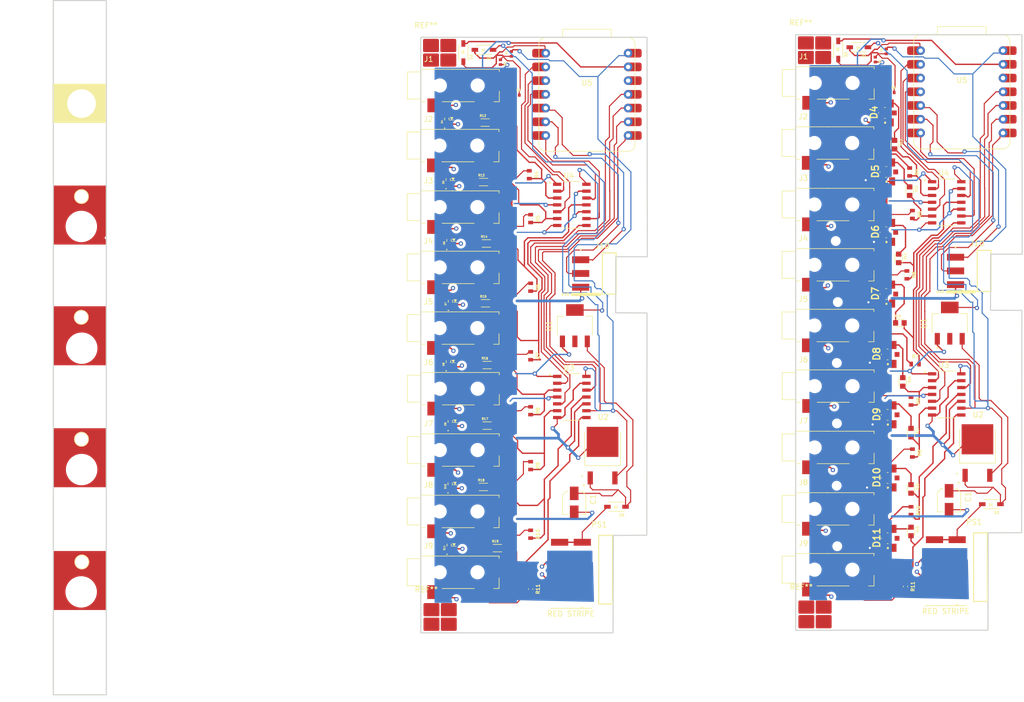
<source format=kicad_pcb>
(kicad_pcb (version 20211014) (generator pcbnew)
  (layers (0 "F.Cu" signal) (31 "B.Cu" signal) (34 "B.Paste" user) (35 "F.Paste" user) (36 "B.SilkS" user "B.Silkscreen") (37 "F.SilkS" user "F.Silkscreen") (38 "B.Mask" user) (39 "F.Mask" user) (44 "Edge.Cuts" user))
  (net 0 "")
  (net 1 "ground")
  (footprint "Import Library:In Resist-ERJ-2RKF1003X" (layer "F.Cu") (at 195.072 34.068 -90)
    (fp_text reference "R2")
    (fp_text value "In Resist-ERJ-2RKF1003X" hide)
  )
  (footprint "Import Library:SWITCHCRAFT_35RASMT2AHNTRX" (layer "F.Cu") (at 111.004981 106.338263)
    (fp_text reference "J7")
    (fp_text value "SWITCHCRAFT_35RASMT2AHNTRX" hide)
  )
  (footprint "Import Library:LED Window" (layer "F.Cu") (at 48.26 92.964)
    (fp_text reference "REF**" hide)
    (fp_text value "LED Window")
  )
  (footprint "Import Library:SWITCHCRAFT_35RASMT2AHNTRX" (layer "F.Cu") (at 110.952683 49.981769)
    (fp_text reference "J2")
    (fp_text value "SWITCHCRAFT_35RASMT2AHNTRX" hide)
  )
  (footprint "Import Library:LED Window" (layer "F.Cu") (at 48.26 115.824)
    (fp_text reference "REF**" hide)
    (fp_text value "LED Window")
  )
  (footprint "Import Library:SWITCHCRAFT_35RASMT2AHNTRX" (layer "F.Cu") (at 110.980013 61.367978)
    (fp_text reference "J3")
    (fp_text value "SWITCHCRAFT_35RASMT2AHNTRX" hide)
  )
  (footprint "Import Library:Out Resist-RES_ERJPA3D1001V" (layer "F.Cu") (at 131.318 63.5 -90)
    (fp_text reference "R5")
    (fp_text value "Out Resist-RES_ERJPA3D1001V" hide)
  )
  (footprint "Import Library:Hardware-Right angle SMT mounting block-Wurth 7466303" (layer "F.Cu") (at 183.917945 136.767064)
    (fp_text reference "REF**")
    (fp_text value "Wurth 7466303 ")
  )
  (footprint "Import Library:Out Resist-RES_ERJPA3D1001V" (layer "F.Cu") (at 201.93 62.738 -90)
    (fp_text reference "R5")
    (fp_text value "Out Resist-RES_ERJPA3D1001V" hide)
  )
  (footprint "Import Library:LED_APGA1602SEC-E-KA" (layer "F.Cu") (at 116.101603 89.984981 90)
    (fp_text reference "D8")
    (fp_text value "LED_APGA1602SEC-E-KA" hide)
  )
  (footprint "Import Library:RESC1608X50N" (layer "F.Cu") (at 123.130002 68.097999)
    (fp_text reference "R14")
    (fp_text value "RESC1608X50N" hide)
  )
  (footprint "Import Library:Hardware-Right angle SMT mounting block-Wurth 7466303" (layer "F.Cu") (at 114.488667 32.812344)
    (fp_text reference "REF**")
    (fp_text value "Wurth 7466303 ")
  )
  (footprint "Import Library:In Resist-ERJ-2RKF1003X" (layer "F.Cu") (at 128.778 40.64)
    (fp_text reference "R3")
    (fp_text value "In Resist-ERJ-2RKF1003X")
  )
  (footprint "Import Library:LED-SMD Red SideEmit Angle30 3x1mm -APPA3010SURCK" (layer "F.Cu") (at 197.866 111.506 90)
    (fp_text reference "D10")
    (fp_text value "APPA3010SURCK" hide)
  )
  (footprint "Import Library:LED_APGA1602SEC-E-KA" (layer "F.Cu") (at 116.071778 56.27268 90)
    (fp_text reference "D5")
    (fp_text value "LED_APGA1602SEC-E-KA" hide)
  )
  (footprint "Import Library:RESC1608X50N" (layer "F.Cu") (at 200.152 93.726 -90)
    (fp_text reference "R16")
    (fp_text value "RESC1608X50N" hide)
  )
  (footprint "Import Library:LED_APGA1602SEC-E-KA" (layer "F.Cu") (at 116.248117 123.941156 90)
    (fp_text reference "D11")
    (fp_text value "LED_APGA1602SEC-E-KA" hide)
  )
  (footprint "Import Library:SWITCHCRAFT_35RASMT2AHNTRX" (layer "F.Cu") (at 180.321251 72.056067)
    (fp_text reference "J4")
    (fp_text value "SWITCHCRAFT_35RASMT2AHNTRX" hide)
  )
  (footprint "Import Library:SWITCHCRAFT_35RASMT2AHNTRX" (layer "F.Cu") (at 110.979251 72.532067)
    (fp_text reference "J4")
    (fp_text value "SWITCHCRAFT_35RASMT2AHNTRX" hide)
  )
  (footprint "Import Library:LED-SMD Red SideEmit Angle30 3x1mm -APPA3010SURCK" (layer "F.Cu") (at 197.612 77.47 90)
    (fp_text reference "D7")
    (fp_text value "APPA3010SURCK" hide)
  )
  (footprint "MountingHole:MountingHole_5.3mm_M5" (layer "F.Cu") (at 48.240832 42.212897)
    (fp_text reference "REF**" hide)
    (fp_text value "MountingHole_5.3mm_M5")
  )
  (footprint "Import Library:Hardware-Right angle SMT mounting block-Wurth 7466303" (layer "F.Cu") (at 183.830667 32.336344)
    (fp_text reference "REF**")
    (fp_text value "Wurth 7466303 ")
  )
  (footprint "Import Library:SWITCHCRAFT_35RASMT2AHNTRX" (layer "F.Cu") (at 111.016809 94.985949)
    (fp_text reference "J6")
    (fp_text value "SWITCHCRAFT_35RASMT2AHNTRX" hide)
  )
  (footprint "Import Library:In Resist-ERJ-2RKF1003X" (layer "F.Cu") (at 125.73 34.544 -90)
    (fp_text reference "R2")
    (fp_text value "In Resist-ERJ-2RKF1003X" hide)
  )
  (footprint "Import Library:VREG_LM1117IMPX-3.3_NOPB" (layer "F.Cu") (at 208.842413 82.847505 90)
    (fp_text reference "U1")
    (fp_text value "VREG_LM1117IMPX-3.3/NOPB" hide)
  )
  (footprint "Import Library:Quad Bus-SMD SN74HCS125QDRQ1" (layer "F.Cu") (at 138.938 96.52)
    (fp_text reference "U3")
    (fp_text value "SN74HCS125QDRQ1 " hide)
  )
  (footprint "Import Library:RESC1608X50N" (layer "F.Cu") (at 122.963069 79.176985)
    (fp_text reference "R15")
    (fp_text value "RESC1608X50N" hide)
  )
  (footprint "Import Library:CAP_EEE-FT1E220AR" (layer "F.Cu") (at 139.375791 116.109429 -90)
    (fp_text reference "C1")
    (fp_text value "CAP_EEE-FT1E220AR" hide)
  )
  (footprint "Import Library:Diode-1N5819HW-7-F " (layer "F.Cu") (at 216.535993 116.364 180)
    (fp_text reference "D3")
    (fp_text value "SOD3715X145N" hide)
  )
  (footprint "Import Library:LED-SMD Red SideEmit Angle30 3x1mm -APPA3010SURCK" (layer "F.Cu") (at 197.358 43.942 90)
    (fp_text reference "D4")
    (fp_text value "APPA3010SURCK" hide)
  )
  (footprint "Import Library:In Resist-ERJ-2RKF1003X" (layer "F.Cu") (at 127.762 33.02 90)
    (fp_text reference "R1")
    (fp_text value "In Resist-ERJ-2RKF1003X" hide)
  )
  (footprint "Import Library:Diode-1N5819HW-7-F " (layer "F.Cu") (at 188.214 32.29 90)
    (fp_text reference "D2")
    (fp_text value "SOD3715X145N" hide)
  )
  (footprint "Import Library:LED-SMD Red SideEmit Angle30 3x1mm -APPA3010SURCK" (layer "F.Cu") (at 197.866 88.646 90)
    (fp_text reference "D8")
    (fp_text value "APPA3010SURCK" hide)
  )
  (footprint "Import Library:In Resist-ERJ-2RKF1003X" (layer "F.Cu") (at 198.12 40.164)
    (fp_text reference "R3")
    (fp_text value "In Resist-ERJ-2RKF1003X")
  )
  (footprint "Import Library:Out Resist-RES_ERJPA3D1001V" (layer "F.Cu") (at 200.914 73.914 -90)
    (fp_text reference "R6")
    (fp_text value "Out Resist-RES_ERJPA3D1001V" hide)
  )
  (footprint "Import Library:SAMTEC_TSM-103-01-L-SH" (layer "F.Cu") (at 145.853404 73.66 -90)
    (fp_text reference "J10")
    (fp_text value "SAMTEC_TSM-103-01-L-SH" hide)
  )
  (footprint "MountingHole:MountingHole_3.2mm_M3_DIN965" (layer "F.Cu") (at 45.72 148.336)
    (fp_text reference "REF**" hide)
    (fp_text value "MountingHole_3.2mm_M3_DIN965")
  )
  (footprint "Import Library:LED-SMD Red SideEmit Angle30 3x1mm -APPA3010SURCK" (layer "F.Cu") (at 197.612 66.04 90)
    (fp_text reference "D6")
    (fp_text value "APPA3010SURCK" hide)
  )
  (footprint "Import Library:RESC1608X50N" (layer "F.Cu") (at 122.581671 113.172086)
    (fp_text reference "R18")
    (fp_text value "RESC1608X50N" hide)
  )
  (footprint "Import Library:VREG_L7805CDT-TR" (layer "F.Cu") (at 144.622604 107.299326)
    (fp_text reference "U2")
    (fp_text value "VREG_L7805CDT-TR" hide)
  )
  (footprint "Import Library:SAMTEC_TSM-103-01-L-SH" (layer "F.Cu") (at 215.195404 73.184 -90)
    (fp_text reference "J10")
    (fp_text value "SAMTEC_TSM-103-01-L-SH" hide)
  )
  (footprint "Import Library:VREG_L7805CDT-TR" (layer "F.Cu") (at 213.964604 106.823326)
    (fp_text reference "U2")
    (fp_text value "VREG_L7805CDT-TR" hide)
  )
  (footprint "MountingHole:MountingHole_5.3mm_M5" (layer "F.Cu") (at 48.250683 76.11733)
    (fp_text reference "REF**" hide)
    (fp_text value "MountingHole_5.3mm_M5")
  )
  (footprint "Import Library:RESC1608X50N" (layer "F.Cu") (at 122.618097 56.737716)
    (fp_text reference "R13")
    (fp_text value "RESC1608X50N" hide)
  )
  (footprint "Import Library:Out Resist-RES_ERJPA3D1001V" (layer "F.Cu") (at 201.676 117.565 -90)
    (fp_text reference "R10")
    (fp_text value "Out Resist-RES_ERJPA3D1001V" hide)
  )
  (footprint "Import Library:SWITCHCRAFT_35RASMT2AHNTRX" (layer "F.Cu") (at 180.330097 128.486014)
    (fp_text reference "J9")
    (fp_text value "SWITCHCRAFT_35RASMT2AHNTRX" hide)
  )
  (footprint "Import Library:Quad Bus-SMD SN74HCS125QDRQ1" (layer "F.Cu") (at 208.28 96.044)
    (fp_text reference "U3")
    (fp_text value "SN74HCS125QDRQ1 " hide)
  )
  (footprint "Import Library:Out Resist-RES_ERJPA3D1001V" (layer "F.Cu") (at 131.318 76.2 -90)
    (fp_text reference "R6")
    (fp_text value "Out Resist-RES_ERJPA3D1001V" hide)
  )
  (footprint "MountingHole:MountingHole_3.2mm_M3" (layer "F.Cu") (at 48.514 140.799064)
    (fp_text reference "REF**" hide)
    (fp_text value "MountingHole_3.2mm_M3")
  )
  (footprint "Import Library:SWITCHCRAFT_35RASMT2AHNTRX" (layer "F.Cu") (at 180.294683 49.505769)
    (fp_text reference "J2")
    (fp_text value "SWITCHCRAFT_35RASMT2AHNTRX" hide)
  )
  (footprint "Import Library:SWITCHCRAFT_35RASMT2AHNTRX" (layer "F.Cu") (at 180.327938 117.232091)
    (fp_text reference "J8")
    (fp_text value "SWITCHCRAFT_35RASMT2AHNTRX" hide)
  )
  (footprint "Import Library:Diode-1N5819HW-7-F " (layer "F.Cu") (at 147.193993 116.84 180)
    (fp_text reference "D3")
    (fp_text value "SOD3715X145N" hide)
  )
  (footprint "Import Library:LED-SMD Red SideEmit Angle30 3x1mm -APPA3010SURCK" (layer "F.Cu") (at 197.866 122.682 90)
    (fp_text reference "D11")
    (fp_text value "APPA3010SURCK" hide)
  )
  (footprint "Import Library:In Resist-ERJ-2RKF1003X" (layer "F.Cu") (at 197.104 32.544 90)
    (fp_text reference "R1")
    (fp_text value "In Resist-ERJ-2RKF1003X" hide)
  )
  (footprint "Import Library:LED_APGA1602SEC-E-KA" (layer "F.Cu") (at 115.820495 45.055592 90)
    (fp_text reference "D4")
    (fp_text value "LED_APGA1602SEC-E-KA" hide)
  )
  (footprint "Import Library:Out Resist-RES_ERJPA3D1001V" (layer "F.Cu") (at 131.318 109.22 -90)
    (fp_text reference "R9")
    (fp_text value "Out Resist-RES_ERJPA3D1001V" hide)
  )
  (footprint "Import Library:SWITCHCRAFT_35RASMT2AHNTRX" (layer "F.Cu") (at 180.358809 94.509949)
    (fp_text reference "J6")
    (fp_text value "SWITCHCRAFT_35RASMT2AHNTRX" hide)
  )
  (footprint "MountingHole:MountingHole_5.3mm_M5" (layer "F.Cu") (at 48.266833 109.953413)
    (fp_text reference "REF**" hide)
    (fp_text value "MountingHole_5.3mm_M5")
  )
  (footprint "MountingHole:MountingHole_5.3mm_M5" (layer "F.Cu") (at 48.291716 53.569291)
    (fp_text reference "REF**" hide)
    (fp_text value "MountingHole_5.3mm_M5")
  )
  (footprint "Import Library:RESC1608X50N" (layer "F.Cu") (at 123.260471 90.614989)
    (fp_text reference "R16")
    (fp_text value "RESC1608X50N" hide)
  )
  (footprint "Import Library:RESC1608X50N" (layer "F.Cu") (at 201.676 113.538 -90)
    (fp_text reference "R18")
    (fp_text value "RESC1608X50N" hide)
  )
  (footprint "Import Library:Out Resist-RES_ERJPA3D1001V" (layer "F.Cu") (at 201.93 106.897 -90)
    (fp_text reference "R9")
    (fp_text value "Out Resist-RES_ERJPA3D1001V" hide)
  )
  (footprint "Import Library:RESC1608X50N" (layer "F.Cu") (at 201.676 103.124 -90)
    (fp_text reference "R17")
    (fp_text value "RESC1608X50N" hide)
  )
  (footprint "Import Library:LED_APGA1602SEC-E-KA" (layer "F.Cu") (at 116.207099 67.527567 90)
    (fp_text reference "D6")
    (fp_text value "LED_APGA1602SEC-E-KA" hide)
  )
  (footprint "Import Library:LED Window" (layer "F.Cu") (at 48.26 48.006)
    (fp_text reference "REF**" hide)
    (fp_text value "LED Window")
  )
  (footprint "Import Library:RESC1608X50N" (layer "F.Cu") (at 201.676 121.412 -90)
    (fp_text reference "R19")
    (fp_text value "RESC1608X50N" hide)
  )
  (footprint "Import Library:Out Resist-RES_ERJPA3D1001V" (layer "F.Cu") (at 131.318 99.06 -90)
    (fp_text reference "R8")
    (fp_text value "Out Resist-RES_ERJPA3D1001V" hide)
  )
  (footprint "MountingHole:MountingHole_5.3mm_M5" (layer "F.Cu") (at 48.285769 87.490739)
    (fp_text reference "REF**" hide)
    (fp_text value "MountingHole_5.3mm_M5")
  )
  (footprint "Import Library:Out Resist-RES_ERJPA3D1001V" (layer "F.Cu") (at 201.422 54.864 -90)
    (fp_text reference "R4")
    (fp_text value "Out Resist-RES_ERJPA3D1001V" hide)
  )
  (footprint "Import Library:RESC1608X50N" (layer "F.Cu") (at 123.267758 101.826106)
    (fp_text reference "R17")
    (fp_text value "RESC1608X50N" hide)
  )
  (footprint "MountingHole:MountingHole_3.2mm_M3_DIN965" (layer "F.Cu") (at 49.784 26.416)
    (fp_text reference "REF**" hide)
    (fp_text value "MountingHole_3.2mm_M3_DIN965")
  )
  (footprint "Import Library:SWITCHCRAFT_35RASMT2AHNTRX" (layer "F.Cu") (at 110.985938 117.708091)
    (fp_text reference "J8")
    (fp_text value "SWITCHCRAFT_35RASMT2AHNTRX" hide)
  )
  (footprint "Import Library:LED Window" (layer "F.Cu") (at 48.26 59.436)
    (fp_text reference "REF**" hide)
    (fp_text value "LED Window")
  )
  (footprint "Import Library:Out Resist-RES_ERJPA3D1001V" (layer "F.Cu") (at 201.676 97.282 -90)
    (fp_text reference "R8")
    (fp_text value "Out Resist-RES_ERJPA3D1001V" hide)
  )
  (footprint "Import Library:Diode-1N5819HW-7-F " (layer "F.Cu") (at 192.024 31.782 180)
    (fp_text reference "D1")
    (fp_text value "SOD3715X145N" hide)
  )
  (footprint "Import Library:Out Resist-RES_ERJPA3D1001V" (layer "F.Cu") (at 131.318 121.92 -90)
    (fp_text reference "R10")
    (fp_text value "Out Resist-RES_ERJPA3D1001V" hide)
  )
  (footprint "MountingHole:MountingHole_5.3mm_M5" (layer "F.Cu") (at 48.189375 121.301456)
    (fp_text reference "REF**" hide)
    (fp_text value "MountingHole_5.3mm_M5")
  )
  (footprint "Import Library:SWITCHCRAFT_35RASMT2AHNTRX" (layer "F.Cu") (at 180.307003 83.290027)
    (fp_text reference "J5")
    (fp_text value "SWITCHCRAFT_35RASMT2AHNTRX" hide)
  )
  (footprint "Import Library:RESC1608X50N" (layer "F.Cu") (at 198.628 49.812 -90)
    (fp_text reference "R12")
    (fp_text value "RESC1608X50N" hide)
  )
  (footprint "MountingHole:MountingHole_5.3mm_M5" (layer "F.Cu") (at 48.18106 132.596469)
    (fp_text reference "REF**" hide)
    (fp_text value "MountingHole_5.3mm_M5")
  )
  (footprint "Import Library:SAMTEC_TSM-105-01-L-DH" (layer "F.Cu") (at 145.177007 128.4905 -90)
    (fp_text reference "PS1")
    (fp_text value "SAMTEC_TSM-105-01-L-DH" hide)
  )
  (footprint "Import Library:Diode-1N5819HW-7-F " (layer "F.Cu") (at 122.682 32.258 180)
    (fp_text reference "D1")
    (fp_text value "SOD3715X145N" hide)
  )
  (footprint "MountingHole:MountingHole_5.3mm_M5" (layer "F.Cu") (at 48.203942 64.955714)
    (fp_text reference "REF**" hide)
    (fp_text value "MountingHole_5.3mm_M5")
  )
  (footprint "Import Library:Out Resist-RES_ERJPA3D1001V" (layer "F.Cu") (at 131.318 88.9 -90)
    (fp_text reference "R7")
    (fp_text value "Out Resist-RES_ERJPA3D1001V" hide)
  )
  (footprint "Import Library:Quad Bus-SMD SN74HCS125QDRQ1" (layer "F.Cu") (at 208.28 60.484)
    (fp_text reference "U4")
    (fp_text value "SN74HCS125QDRQ1 " hide)
  )
  (footprint "Import Library:RESC1608X50N" (layer "F.Cu") (at 199.616 82.804)
    (fp_text reference "R15")
    (fp_text value "RESC1608X50N" hide)
  )
  (footprint "Import Library:LED-SMD Red SideEmit Angle30 3x1mm -APPA3010SURCK" (layer "F.Cu") (at 197.612 54.864 90)
    (fp_text reference "D5")
    (fp_text value "APPA3010SURCK" hide)
  )
  (footprint "Import Library:LED_APGA1602SEC-E-KA" (layer "F.Cu") (at 116.432222 112.587419 90)
    (fp_text reference "D10")
    (fp_text value "LED_APGA1602SEC-E-KA" hide)
  )
  (footprint "Import Library:SWITCHCRAFT_35RASMT2AHNTRX" (layer "F.Cu") (at 180.346981 105.862263)
    (fp_text reference "J7")
    (fp_text value "SWITCHCRAFT_35RASMT2AHNTRX" hide)
  )
  (footprint "Import Library:XIAO-RP2040" (layer "F.Cu") (at 132.842 51.054)
    (fp_text reference "U5")
    (fp_text value "XIAO-RP2040")
  )
  (footprint "Import Library:VREG_LM1117IMPX-3.3_NOPB" (layer "F.Cu") (at 139.500413 83.323505 90)
    (fp_text reference "U1")
    (fp_text value "VREG_LM1117IMPX-3.3/NOPB" hide)
  )
  (footprint "Import Library:LED Window" (layer "F.Cu") (at 48.26 70.612)
    (fp_text reference "REF**" hide)
    (fp_text value "LED Window")
  )
  (footprint "Import Library:LED_APGA1602SEC-E-KA" (layer "F.Cu") (at 116.452373 101.038045 90)
    (fp_text reference "D9")
    (fp_text value "LED_APGA1602SEC-E-KA" hide)
  )
  (footprint "Import Library:SWITCHCRAFT_35RASMT2AHNTRX" (layer "F.Cu") (at 180.363598 38.388232)
    (fp_text reference "J1")
    (fp_text value "SWITCHCRAFT_35RASMT2AHNTRX" hide)
  )
  (footprint "Import Library:CAP_EEE-FT1E220AR" (layer "F.Cu") (at 208.717791 115.633429 -90)
    (fp_text reference "C1")
    (fp_text value "CAP_EEE-FT1E220AR" hide)
  )
  (footprint "Import Library:RESC1608X50N" (layer "F.Cu") (at 201.422 58.42 -90)
    (fp_text reference "R13")
    (fp_text value "RESC1608X50N" hide)
  )
  (footprint "Import Library:Quad Bus-SMD SN74HCS125QDRQ1" (layer "F.Cu") (at 138.938 60.96)
    (fp_text reference "U4")
    (fp_text value "SN74HCS125QDRQ1 " hide)
  )
  (footprint "Import Library:Out Resist-RES_ERJPA3D1001V" (layer "F.Cu") (at 202.438 90.424)
    (fp_text reference "R7")
    (fp_text value "Out Resist-RES_ERJPA3D1001V" hide)
  )
  (footprint "Import Library:LED Window" (layer "F.Cu") (at 48.26 127)
    (fp_text reference "REF**" hide)
    (fp_text value "LED Window")
  )
  (footprint "Import Library:Out Resist-RES_ERJPA3D1001V" (layer "F.Cu") (at 200.66 131.604 -90)
    (fp_text reference "R11")
    (fp_text value "Out Resist-RES_ERJPA3D1001V" hide)
  )
  (footprint "Import Library:SWITCHCRAFT_35RASMT2AHNTRX" (layer "F.Cu") (at 110.988097 128.962014)
    (fp_text reference "J9")
    (fp_text value "SWITCHCRAFT_35RASMT2AHNTRX" hide)
  )
  (footprint "Import Library:LED_APGA1602SEC-E-KA" (layer "F.Cu") (at 116.48976 78.787585 90)
    (fp_text reference "D7")
    (fp_text value "LED_APGA1602SEC-E-KA" hide)
  )
  (footprint "Import Library:Out Resist-RES_ERJPA3D1001V" (layer "F.Cu") (at 131.064 55.372 -90)
    (fp_text reference "R4")
    (fp_text value "Out Resist-RES_ERJPA3D1001V" hide)
  )
  (footprint "Import Library:LED Window" (layer "F.Cu") (at 48.26 81.788)
    (fp_text reference "REF**" hide)
    (fp_text value "LED Window")
  )
  (footprint "Import Library:LED Window" (layer "F.Cu") (at 48.26 104.394)
    (fp_text reference "REF**" hide)
    (fp_text value "LED Window")
  )
  (footprint "Import Library:SWITCHCRAFT_35RASMT2AHNTRX" (layer "F.Cu") (at 111.021598 38.864232)
    (fp_text reference "J1")
    (fp_text value "SWITCHCRAFT_35RASMT2AHNTRX" hide)
  )
  (footprint "Import Library:RESC1608X50N" (layer "F.Cu") (at 199.39 70.866 -90)
    (fp_text reference "R14")
    (fp_text value "RESC1608X50N" hide)
  )
  (footprint "Import Library:Diode-1N5819HW-7-F " (layer "F.Cu") (at 118.872 32.766 90)
    (fp_text reference "D2")
    (fp_text value "SOD3715X145N" hide)
  )
  (footprint "Import Library:LED-SMD Red SideEmit Angle30 3x1mm -APPA3010SURCK" (layer "F.Cu") (at 197.866 99.822 90)
    (fp_text reference "D9")
    (fp_text value "APPA3010SURCK" hide)
  )
  (footprint "Import Library:SWITCHCRAFT_35RASMT2AHNTRX" (layer "F.Cu") (at 180.322013 60.891978)
    (fp_text reference "J3")
    (fp_text value "SWITCHCRAFT_35RASMT2AHNTRX" hide)
  )
  (footprint "Import Library:SWITCHCRAFT_35RASMT2AHNTRX" (layer "F.Cu") (at 110.965003 83.766027)
    (fp_text reference "J5")
    (fp_text value "SWITCHCRAFT_35RASMT2AHNTRX" hide)
  )
  (footprint "Import Library:Hardware-Right angle SMT mounting block-Wurth 7466303" (layer "F.Cu") (at 114.575945 137.243064)
    (fp_text reference "REF**")
    (fp_text value "Wurth 7466303 ")
  )
  (footprint "MountingHole:MountingHole_3.2mm_M3" (layer "F.Cu") (at 48.8 36.322)
    (fp_text reference "REF**" hide)
    (fp_text value "MountingHole_3.2mm_M3")
  )
  (footprint "MountingHole:MountingHole_5.3mm_M5" (layer "F.Cu") (at 48.180697 98.59193)
    (fp_text reference "REF**" hide)
    (fp_text value "MountingHole_5.3mm_M5")
  )
  (footprint "Import Library:SAMTEC_TSM-105-01-L-DH" (layer "F.Cu") (at 214.519007 128.0145 -90)
    (fp_text reference "PS1")
    (fp_text value "SAMTEC_TSM-105-01-L-DH" hide)
  )
  (footprint "Import Library:Out Resist-RES_ERJPA3D1001V" (layer "F.Cu") (at 131.318 132.08 -90)
    (fp_text reference "R11")
    (fp_text value "Out Resist-RES_ERJPA3D1001V" hide)
  )
  (footprint "Import Library:RESC1608X50N" (layer "F.Cu") (at 122.896549 45.72)
    (fp_text reference "R12")
    (fp_text value "RESC1608X50N" hide)
  )
  (footprint "Import Library:RESC1608X50N" (layer "F.Cu") (at 125.170952 124.494462)
    (fp_text reference "R19")
    (fp_text value "RESC1608X50N" hide)
  )
  (footprint "Import Library:XIAO-RP2040" (layer "F.Cu") (at 202.184 50.578)
    (fp_text reference "U5")
    (fp_text value "XIAO-RP2040")
  )
  (gr_rect (start 52.832 67.056) (end 52.832 67.056) (layer "F.Cu") (width 0.2) (fill none))
  (gr_circle (center 48.191881 81.764971) (end 48.964454 82.795677) (layer "F.SilkS") (width 0.15) (fill none))
  (gr_rect (start 42.926 38.608) (end 52.832 45.72) (layer "F.SilkS") (width 0.15) (fill solid))
  (gr_circle (center 48.303084 127.061173) (end 49.075657 128.091879) (layer "F.SilkS") (width 0.15) (fill none))
  (gr_line (start 208.325957 77.053794) (end 213.405957 77.053794) (layer "F.SilkS") (width 0.6))
  (gr_circle (center 48.234773 104.34091) (end 49.007346 105.371616) (layer "F.SilkS") (width 0.15) (fill none))
  (gr_line (start 142.566978 135.636) (end 134.946978 135.636) (layer "F.SilkS") (width 0.15))
  (gr_line (start 138.983957 77.529794) (end 144.063957 77.529794) (layer "F.SilkS") (width 0.6))
  (gr_circle (center 48.230469 59.416034) (end 49.003042 60.44674) (layer "F.SilkS") (width 0.15) (fill none))
  (gr_line (start 211.908978 135.16) (end 204.288978 135.16) (layer "F.SilkS") (width 0.15))
  (gr_poly (pts (xy 222.247938 70.087336) (xy 216.41656 70.087336) (xy 216.378229 80.462353) (xy 222.182214 80.491373) (xy 222.141937 121.638268) (xy 215.965476 121.663073) (xy 215.9 139.7) (xy 180.34 139.7) (xy 180.340162 29.463856) (xy 222.183771 29.461194)) (layer "Edge.Cuts") (width 0.2) (fill none))
  (gr_poly (pts (xy 152.905938 70.563336) (xy 147.07456 70.563336) (xy 147.036229 80.938353) (xy 152.840214 80.967373) (xy 152.799937 122.114268) (xy 146.623476 122.139073) (xy 146.558 140.176) (xy 110.998 140.176) (xy 110.998162 29.939856) (xy 152.841771 29.937194)) (layer "Edge.Cuts") (width 0.2) (fill none))
  (gr_rect (start 43.032 23.137491) (end 52.832 151.637491) (layer "Edge.Cuts") (width 0.2) (fill none))
  (gr_text "GND" (at 137.729337 77.507279) (layer "F.SilkS") (effects (font (size 0.5 0.5) (thickness 0.1))))
  (gr_text "GND" (at 207.071337 77.031279) (layer "F.SilkS") (effects (font (size 0.5 0.5) (thickness 0.1))))
  (gr_text "RED STRIPE" (at 138.756978 136.652) (layer "F.SilkS") (effects (font (size 1 1))))
  (gr_text "RED STRIPE" (at 208.098978 136.176) (layer "F.SilkS") (effects (font (size 1 1))))
  (segment (start 204.527934 76.75641) (end 204.527934 70.554066) (width 0.2) (layer "F.Cu") (net 0))
  (segment (start 203.454 63.024) (end 203.454 61.754) (width 0.25) (layer "F.Cu") (net 0))
  (segment (start 207.681154 61.036184) (end 208.233338 60.484) (width 0.25) (layer "F.Cu") (net 0))
  (segment (start 133.297881 88.149066) (end 133.297881 77.372665) (width 0.2) (layer "F.Cu") (net 0))
  (segment (start 214.855993 116.364) (end 214.855993 116.390049) (width 0.2) (layer "F.Cu") (net 0))
  (segment (start 138.176 93.027185) (end 133.297881 88.149066) (width 0.2) (layer "F.Cu") (net 0))
  (segment (start 203.3195 32.27) (end 203.4565 32.407) (width 0.2) (layer "F.Cu") (net 0))
  (segment (start 203.163 88.863) (end 202.147339 87.847339) (width 0.25) (layer "F.Cu") (net 0))
  (segment (start 131.709 35.423) (end 134.1145 35.423) (width 0.2) (layer "F.Cu") (net 0))
  (segment (start 144.996684 97.318163) (end 144.996684 97.282) (width 0.2) (layer "F.Cu") (net 0))
  (segment (start 216.76442 49.93237) (end 218.137698 48.559092) (width 0.2) (layer "F.Cu") (net 0))
  (segment (start 202.66 55.589) (end 201.422 55.589) (width 0.25) (layer "F.Cu") (net 0))
  (segment (start 210.992 64.294) (end 209.55 64.294) (width 0.25) (layer "F.Cu") (net 0))
  (segment (start 198.565 39.437136) (end 198.565 40.164) (width 0.2) (layer "F.Cu") (net 0))
  (segment (start 200.66 74.639) (end 201.459 74.639) (width 0.25) (layer "F.Cu") (net 0))
  (segment (start 144.167865 98.910135) (end 144.018 99.06) (width 0.2) (layer "F.Cu") (net 0))
  (segment (start 202.962 115.078) (end 202.212 114.328) (width 0.25) (layer "F.Cu") (net 0))
  (segment (start 140.872007 121.508035) (end 140.872007 123.4105) (width 0.2) (layer "F.Cu") (net 0))
  (segment (start 149.810595 113.799803) (end 149.111916 113.101124) (width 0.2) (layer "F.Cu") (net 0))
  (segment (start 195.58 64.77) (end 194.668426 65.681574) (width 0.2) (layer "F.Cu") (net 0))
  (segment (start 206.34235 68.73965) (end 207.36921 68.73965) (width 0.2) (layer "F.Cu") (net 0))
  (segment (start 207.01 95.285408) (end 207.917559 94.377849) (width 0.2) (layer "F.Cu") (net 0))
  (segment (start 207.106019 89.561322) (end 204.224879 86.680182) (width 0.2) (layer "F.Cu") (net 0))
  (segment (start 142.695174 117.946522) (end 142.608081 117.859429) (width 0.2) (layer "F.Cu") (net 0))
  (segment (start 134.1145 51.52089) (end 134.1145 48.123) (width 0.2) (layer "F.Cu") (net 0))
  (segment (start 129.223 39.913136) (end 129.223 40.64) (width 0.2) (layer "F.Cu") (net 0))
  (segment (start 134.112 62.23) (end 132.842 60.96) (width 0.25) (layer "F.Cu") (net 0))
  (segment (start 213.509865 90.664649) (end 212.406538 89.561322) (width 0.2) (layer "F.Cu") (net 0))
  (segment (start 146.78606 63.416648) (end 146.78606 49.930075) (width 0.2) (layer "F.Cu") (net 0))
  (segment (start 142.695174 117.678812) (end 142.695174 117.946522) (width 0.2) (layer "F.Cu") (net 0))
  (segment (start 192.963148 77.131654) (end 194.315164 77.131654) (width 0.2) (layer "F.Cu") (net 0))
  (segment (start 116.558085 101.893757) (end 116.452373 101.788045) (width 0.25) (layer "F.Cu") (net 0))
  (segment (start 124.714 32.258) (end 125.476 31.496) (width 0.2) (layer "F.Cu") (net 0))
  (segment (start 145.961153 63.646157) (end 145.961153 58.34949) (width 0.2) (layer "F.Cu") (net 0))
  (segment (start 206.750978 67.093022) (end 205.702978 67.093022) (width 0.25) (layer "F.Cu") (net 0))
  (segment (start 197.358 31.782) (end 197.041 32.099) (width 0.25) (layer "F.Cu") (net 0))
  (segment (start 137.668 97.282) (end 137.668 95.761408) (width 0.2) (layer "F.Cu") (net 0))
  (segment (start 144.167865 98.910135) (end 144.167865 91.140649) (width 0.2) (layer "F.Cu") (net 0))
  (segment (start 205.232 49.816) (end 205.74 49.308) (width 0.2) (layer "F.Cu") (net 0))
  (segment (start 216.441623 97.159034) (end 214.655555 97.159034) (width 0.2) (layer "F.Cu") (net 0))
  (segment (start 136.238 101.490499) (end 135.398509 102.32999) (width 0.2) (layer "F.Cu") (net 0))
  (segment (start 209.915404 77.531447) (end 210.181834 77.797877) (width 0.25) (layer "F.Cu") (net 0))
  (segment (start 122.524326 99.085699) (end 121.848438 98.409811) (width 0.2) (layer "F.Cu") (net 0))
  (segment (start 202.147339 76.694691) (end 202.147339 85.593339) (width 0.25) (layer "F.Cu") (net 0))
  (segment (start 134.533844 76.998486) (end 134.533844 73.932441) (width 0.2) (layer "F.Cu") (net 0))
  (segment (start 212.69005 65.78326) (end 215.303153 63.170157) (width 0.2) (layer "F.Cu") (net 0))
  (segment (start 199.151305 130.879) (end 200.66 130.879) (width 0.2) (layer "F.Cu") (net 0))
  (segment (start 124.380952 124.494462) (end 123.285486 123.398996) (width 0.2) (layer "F.Cu") (net 0))
  (segment (start 129.108096 60.629904) (end 129.108096 58.220699) (width 0.2) (layer "F.Cu") (net 0))
  (segment (start 134.874 96.52) (end 134.62 96.774) (width 0.25) (layer "F.Cu") (net 0))
  (segment (start 193.774 45.692) (end 193.294 45.212) (width 0.25) (layer "F.Cu") (net 0))
  (segment (start 146.410806 114.808) (end 144.526 114.808) (width 0.2) (layer "F.Cu") (net 0))
  (segment (start 133.173323 132.764677) (end 133.133 132.805) (width 0.25) (layer "F.Cu") (net 0))
  (segment (start 123.57981 66.157574) (end 122.695472 65.273236) (width 0.2) (layer "F.Cu") (net 0))
  (segment (start 207.894967 106.734478) (end 207.894967 107.937679) (width 0.25) (layer "F.Cu") (net 0))
  (segment (start 212.03602 90.037703) (end 206.816668 90.037703) (width 0.2) (layer "F.Cu") (net 0))
  (segment (start 215.227963 42.220537) (end 217.4215 40.027) (width 0.2) (layer "F.Cu") (net 0))
  (segment (start 128.811043 127.541043) (end 128.737127 127.467127) (width 0.25) (layer "F.Cu") (net 0))
  (segment (start 186.110755 53.535598) (end 182.700856 53.535598) (width 0.25) (layer "F.Cu") (net 0))
  (segment (start 208.534 51.34) (end 206.502 49.308) (width 0.2) (layer "F.Cu") (net 0))
  (segment (start 194.084 124.432) (end 194.056 124.46) (width 0.25) (layer "F.Cu") (net 0))
  (segment (start 118.134529 98.76433) (end 117.997319 98.62712) (width 0.25) (layer "F.Cu") (net 0))
  (segment (start 198.656 42.192) (end 197.933 42.192) (width 0.25) (layer "F.Cu") (net 0))
  (segment (start 134.702 55.626) (end 136.226 57.15) (width 0.25) (layer "F.Cu") (net 0))
  (segment (start 118.107729 57.504767) (end 115.87957 57.504767) (width 0.25) (layer "F.Cu") (net 0))
  (segment (start 203.8475 42.958) (end 203.4565 42.567) (width 0.2) (layer "F.Cu") (net 0))
  (segment (start 116.502614 87.441027) (end 113.365003 87.441027) (width 0.25) (layer "F.Cu") (net 0))
  (segment (start 131.064 52.07) (end 129.632081 50.638081) (width 0.2) (layer "F.Cu") (net 0))
  (segment (start 206.024007 125.4745) (end 210.214007 125.4745) (width 0.25) (layer "F.Cu") (net 0))
  (segment (start 202.766 107.622) (end 201.93 107.622) (width 0.25) (layer "F.Cu") (net 0))
  (segment (start 186.90462 64.866575) (end 186.873959 64.897236) (width 0.25) (layer "F.Cu") (net 0))
  (segment (start 212.630361 54.674361) (end 211.055519 53.099519) (width 0.2) (layer "F.Cu") (net 0))
  (segment (start 212.598 94.012) (end 211.836 94.774) (width 0.25) (layer "F.Cu") (net 0))
  (segment (start 198.723476 39.27866) (end 198.565 39.437136) (width 0.2) (layer "F.Cu") (net 0))
  (segment (start 184.367201 98.15112) (end 183.418249 99.100072) (width 0.25) (layer "F.Cu") (net 0))
  (segment (start 193.236301 98.609699) (end 195.58 96.266) (width 0.2) (layer "F.Cu") (net 0))
  (segment (start 202.026076 124.302076) (end 202.026076 127.919924) (width 0.25) (layer "F.Cu") (net 0))
  (segment (start 194.592 101.572) (end 194.564 101.6) (width 0.25) (layer "F.Cu") (net 0))
  (segment (start 217.4215 40.027) (end 218.6915 40.027) (width 0.2) (layer "F.Cu") (net 0))
  (segment (start 210.992 61.754) (end 209.55 61.754) (width 0.25) (layer "F.Cu") (net 0))
  (segment (start 125.603 32.639) (end 126.111 32.639) (width 0.25) (layer "F.Cu") (net 0))
  (segment (start 194.31 34.322) (end 194.31 32.798) (width 0.25) (layer "F.Cu") (net 0))
  (segment (start 199.418 97.818) (end 201.676 100.076) (width 0.25) (layer "F.Cu") (net 0))
  (segment (start 136.398 49.784) (end 136.398 46.736) (width 0.2) (layer "F.Cu") (net 0))
  (segment (start 129.381476 39.75466) (end 129.223 39.913136) (width 0.2) (layer "F.Cu") (net 0))
  (segment (start 141.638 56.958617) (end 141.638 57.15) (width 0.2) (layer "F.Cu") (net 0))
  (segment (start 130.806568 71.890639) (end 133.420449 74.50452) (width 0.25) (layer "F.Cu") (net 0))
  (segment (start 134.533844 73.932441) (end 132.203651 71.602248) (width 0.2) (layer "F.Cu") (net 0))
  (segment (start 218.137698 48.200802) (end 218.6915 47.647) (width 0.2) (layer "F.Cu") (net 0))
  (segment (start 128.986262 71.193765) (end 130.168305 72.375808) (width 0.25) (layer "F.Cu") (net 0))
  (segment (start 137.200413 87.416413) (end 138.43 88.646) (width 0.25) (layer "F.Cu") (net 0))
  (segment (start 193.548 35.084) (end 194.31 34.322) (width 0.25) (layer "F.Cu") (net 0))
  (segment (start 140.200399 105.563046) (end 138.552967 107.210478) (width 0.25) (layer "F.Cu") (net 0))
  (segment (start 137.16 100.33) (end 136.238 100.33) (width 0.25) (layer "F.Cu") (net 0))
  (segment (start 121.828097 56.737716) (end 120.748892 56.737716) (width 0.2) (layer "F.Cu") (net 0))
  (segment (start 207.308868 72.8295) (end 207.663368 73.184) (width 0.2) (layer "F.Cu") (net 0))
  (segment (start 133.858 115.316) (end 132.588 116.586) (width 0.25) (layer "F.Cu") (net 0))
  (segment (start 205.554799 54.896) (end 204.724 54.896) (width 0.2) (layer "F.Cu") (net 0))
  (segment (start 133.858 106.934) (end 129.818588 106.934) (width 0.25) (layer "F.Cu") (net 0))
  (segment (start 200.914 85.598) (end 200.914 89.675902) (width 0.25) (layer "F.Cu") (net 0))
  (segment (start 212.143705 113.22796) (end 211.684604 112.768859) (width 0.2) (layer "F.Cu") (net 0))
  (segment (start 215.275785 48.855581) (end 215.915426 48.21594) (width 0.2) (layer "F.Cu") (net 0))
  (segment (start 132.588 116.586) (end 129.286 116.586) (width 0.25) (layer "F.Cu") (net 0))
  (segment (start 138.552967 108.413679) (end 134.89171 112.074936) (width 0.25) (layer "F.Cu") (net 0))
  (segment (start 193.802 33.306) (end 191.262 33.306) (width 0.25) (layer "F.Cu") (net 0))
  (segment (start 206.756 92.297185) (end 206.756 92.964) (width 0.25) (layer "F.Cu") (net 0))
  (segment (start 128.804773 92.179257) (end 126.677997 90.052481) (width 0.2) (layer "F.Cu") (net 0))
  (segment (start 145.933785 58.322122) (end 145.933785 49.331581) (width 0.2) (layer "F.Cu") (net 0))
  (segment (start 210.312 96.044) (end 208.186056 98.169944) (width 0.25) (layer "F.Cu") (net 0))
  (segment (start 202.212 114.328) (end 201.676 114.328) (width 0.25) (layer "F.Cu") (net 0))
  (segment (start 144.622604 104.829326) (end 143.061063 104.829326) (width 0.2) (layer "F.Cu") (net 0))
  (segment (start 216.562621 45.965879) (end 217.4215 45.107) (width 0.2) (layer "F.Cu") (net 0))
  (segment (start 205.165273 73.639878) (end 205.180658 73.624493) (width 0.2) (layer "F.Cu") (net 0))
  (segment (start 127.741786 56.854389) (end 123.52477 56.854389) (width 0.2) (layer "F.Cu") (net 0))
  (segment (start 207.179129 67.549121) (end 209.478874 65.249376) (width 0.2) (layer "F.Cu") (net 0))
  (segment (start 117.09418 54.337023) (end 116.768755 54.011598) (width 0.25) (layer "F.Cu") (net 0))
  (segment (start 218.215993 116.364) (end 219.103504 115.476489) (width 0.2) (layer "F.Cu") (net 0))
  (segment (start 131.57546 37.963) (end 134.1145 37.963) (width 0.2) (layer "F.Cu") (net 0))
  (segment (start 144.526 114.808) (end 144.077429 114.359429) (width 0.2) (layer "F.Cu") (net 0))
  (segment (start 195.077231 53.080769) (end 191.994683 53.080769) (width 0.25) (layer "F.Cu") (net 0))
  (segment (start 148.873993 116.84) (end 149.761504 115.952489) (width 0.2) (layer "F.Cu") (net 0))
  (segment (start 202.762449 76.079581) (end 202.147339 76.694691) (width 0.25) (layer "F.Cu") (net 0))
  (segment (start 117.035795 87.974208) (end 116.502614 87.441027) (width 0.25) (layer "F.Cu") (net 0))
  (segment (start 126.238 31.496) (end 125.476 31.496) (width 0.25) (layer "F.Cu") (net 0))
  (segment (start 149.761504 115.952489) (end 149.810595 115.952489) (width 0.2) (layer "F.Cu") (net 0))
  (segment (start 201.172 95.536) (end 200.152 94.516) (width 0.25) (layer "F.Cu") (net 0))
  (segment (start 147.220621 46.441879) (end 148.0795 45.583) (width 0.2) (layer "F.Cu") (net 0))
  (segment (start 186.656382 133.193927) (end 182.740602 133.193927) (width 0.25) (layer "F.Cu") (net 0))
  (segment (start 144.010474 54.801058) (end 142.075024 52.865608) (width 0.2) (layer "F.Cu") (net 0))
  (segment (start 116.768755 54.011598) (end 113.358856 54.011598) (width 0.25) (layer "F.Cu") (net 0))
  (segment (start 145.885963 42.696537) (end 148.0795 40.503) (width 0.2) (layer "F.Cu") (net 0))
  (segment (start 130.808568 75.475) (end 128.679375 77.604193) (width 0.2) (layer "F.Cu") (net 0))
  (segment (start 205.702978 67.093022) (end 202.762449 70.033551) (width 0.25) (layer "F.Cu") (net 0))
  (segment (start 194.945 32.163) (end 195.453 32.163) (width 0.25) (layer "F.Cu") (net 0))
  (segment (start 128.986262 71.12) (end 128.986262 71.193765) (width 0.25) (layer "F.Cu") (net 0))
  (segment (start 138.844056 103.703721) (end 136.398 106.149777) (width 0.25) (layer "F.Cu") (net 0))
  (segment (start 128.778 50.8) (end 128.778 46.419123) (width 0.2) (layer "F.Cu") (net 0))
  (segment (start 218.44 100.438052) (end 216.585948 98.584) (width 0.2) (layer "F.Cu") (net 0))
  (segment (start 140.573404 78.007447) (end 140.839834 78.273877) (width 0.25) (layer "F.Cu") (net 0))
  (segment (start 209.542399 100.369601) (end 209.542399 105.087046) (width 0.25) (layer "F.Cu") (net 0))
  (segment (start 133.934891 74.255908) (end 131.320584 71.641601) (width 0.2) (layer "F.Cu") (net 0))
  (segment (start 218.453916 112.625124) (end 218.453916 109.862421) (width 0.2) (layer "F.Cu") (net 0))
  (segment (start 202.184 73.871061) (end 202.184 72.277) (width 0.25) (layer "F.Cu") (net 0))
  (segment (start 204.733944 125.4745) (end 206.024007 125.4745) (width 0.25) (layer "F.Cu") (net 0))
  (segment (start 138.268094 69.620744) (end 140.75631 67.132528) (width 0.2) (layer "F.Cu") (net 0))
  (segment (start 136.682007 125.9505) (end 136.682007 128.4905) (width 0.25) (layer "F.Cu") (net 0))
  (segment (start 203.2 99.731178) (end 203.2 107.188) (width 0.25) (layer "F.Cu") (net 0))
  (segment (start 188.722 35.084) (end 193.548 35.084) (width 0.2) (layer "F.Cu") (net 0))
  (segment (start 130.333325 41.799854) (end 130.333325 36.798675) (width 0.2) (layer "F.Cu") (net 0))
  (segment (start 209.55 61.754) (end 208.788 62.516) (width 0.25) (layer "F.Cu") (net 0))
  (segment (start 118.793152 79.433129) (end 116.594216 79.433129) (width 0.25) (layer "F.Cu") (net 0))
  (segment (start 138.552967 107.210478) (end 138.552967 108.413679) (width 0.25) (layer "F.Cu") (net 0))
  (segment (start 187.476529 98.28833) (end 187.339319 98.15112) (width 0.25) (layer "F.Cu") (net 0))
  (segment (start 205.58 64.294) (end 204.47 64.294) (width 0.2) (layer "F.Cu") (net 0))
  (segment (start 142.494 95.25) (end 141.65 95.25) (width 0.25) (layer "F.Cu") (net 0))
  (segment (start 207.872007 56.266007) (end 205.994 54.388) (width 0.2) (layer "F.Cu") (net 0))
  (segment (start 204.757608 52.389608) (end 203.4565 51.0885) (width 0.2) (layer "F.Cu") (net 0))
  (segment (start 201.459 74.639) (end 201.93 74.168) (width 0.25) (layer "F.Cu") (net 0))
  (segment (start 201.662098 90.424) (end 201.713 90.424) (width 0.25) (layer "F.Cu") (net 0))
  (segment (start 131.318 64.225) (end 133.387 64.225) (width 0.25) (layer "F.Cu") (net 0))
  (segment (start 148.521083 65.463083) (end 142.786956 71.19721) (width 0.2) (layer "F.Cu") (net 0))
  (segment (start 126.238 33.528) (end 125.667 34.099) (width 0.2) (layer "F.Cu") (net 0))
  (segment (start 218.137698 48.559092) (end 218.137698 48.200802) (width 0.2) (layer "F.Cu") (net 0))
  (segment (start 137.668 61.468) (end 136.906 62.23) (width 0.25) (layer "F.Cu") (net 0))
  (segment (start 126.238 33.528) (end 126.301 33.465) (width 0.2) (layer "F.Cu") (net 0))
  (segment (start 134.89171 112.074936) (end 134.89171 115.219848) (width 0.25) (layer "F.Cu") (net 0))
  (segment (start 214.488966 48.663005) (end 215.227963 47.924008) (width 0.2) (layer "F.Cu") (net 0))
  (segment (start 211.055519 53.099519) (end 204.705519 53.099519) (width 0.2) (layer "F.Cu") (net 0))
  (segment (start 133.418888 127.923556) (end 135.391944 125.9505) (width 0.25) (layer "F.Cu") (net 0))
  (segment (start 121.556852 45.72) (end 120.142444 44.305592) (width 0.2) (layer "F.Cu") (net 0))
  (segment (start 133.35 54.356) (end 132.08 53.086) (width 0.25) (layer "F.Cu") (net 0))
  (segment (start 216.585948 98.584) (end 215.9 98.584) (width 0.2) (layer "F.Cu") (net 0))
  (segment (start 147.243948 99.06) (end 146.558 99.06) (width 0.2) (layer "F.Cu") (net 0))
  (segment (start 205.74 105.673777) (end 205.74 108.744) (width 0.25) (layer "F.Cu") (net 0))
  (segment (start 138.844056 98.645944) (end 138.844056 103.703721) (width 0.25) (layer "F.Cu") (net 0))
  (segment (start 134.112 63.5) (end 134.112 62.23) (width 0.25) (layer "F.Cu") (net 0))
  (segment (start 126.301 33.465) (end 127.762 33.465) (width 0.2) (layer "F.Cu") (net 0))
  (segment (start 214.655555 97.159034) (end 214.338684 96.842163) (width 0.2) (layer "F.Cu") (net 0))
  (segment (start 213.773505 79.947505) (end 208.842413 79.947505) (width 0.2) (layer "F.Cu") (net 0))
  (segment (start 133.133 122.645) (end 131.318 122.645) (width 0.25) (layer "F.Cu") (net 0))
  (segment (start 138.02721 69.21565) (end 140.540985 66.701875) (width 0.2) (layer "F.Cu") (net 0))
  (segment (start 200.406 56.614) (end 200.406 54.356) (width 0.25) (layer "F.Cu") (net 0))
  (segment (start 203.2 111.284) (end 203.2 114.84) (width 0.25) (layer "F.Cu") (net 0))
  (segment (start 204.705519 53.099519) (end 200.624715 49.018715) (width 0.2) (layer "F.Cu") (net 0))
  (segment (start 201.676 100.076) (end 201.676 102.334) (width 0.25) (layer "F.Cu") (net 0))
  (segment (start 130.168305 72.375808) (end 130.168305 67.697695) (width 0.25) (layer "F.Cu") (net 0))
  (segment (start 219.152595 115.476489) (end 219.152595 113.323803) (width 0.2) (layer "F.Cu") (net 0))
  (segment (start 136.238 64.77) (end 135.128 64.77) (width 0.2) (layer "F.Cu") (net 0))
  (segment (start 136.682007 131.0305) (end 140.872007 131.0305) (width 0.25) (layer "F.Cu") (net 0))
  (segment (start 133.858 115.316) (end 133.858 121.92) (width 0.25) (layer "F.Cu") (net 0))
  (segment (start 205.45546 66.57854) (end 206.554584 66.57854) (width 0.25) (layer "F.Cu") (net 0))
  (segment (start 149.3495 48.123) (end 148.795698 48.676802) (width 0.2) (layer "F.Cu") (net 0))
  (segment (start 205.74 46.26) (end 205.74 46.1205) (width 0.2) (layer "F.Cu") (net 0))
  (segment (start 195.464982 40.164) (end 193.736691 41.892291) (width 0.2) (layer "F.Cu") (net 0))
  (segment (start 203.2 114.84) (end 202.962 115.078) (width 0.25) (layer "F.Cu") (net 0))
  (segment (start 197.675 40.164) (end 195.464982 40.164) (width 0.2) (layer "F.Cu") (net 0))
  (segment (start 216.856846 113.22796) (end 215.752806 114.332) (width 0.2) (layer "F.Cu") (net 0))
  (segment (start 199.39 70.076) (end 200.66 68.806) (width 0.25) (layer "F.Cu") (net 0))
  (segment (start 123.621148 77.607654) (end 122.679816 76.666322) (width 0.2) (layer "F.Cu") (net 0))
  (segment (start 132.805339 86.069339) (end 132.805339 89.297339) (width 0.25) (layer "F.Cu") (net 0))
  (segment (start 207.01 96.806) (end 207.01 95.285408) (width 0.2) (layer "F.Cu") (net 0))
  (segment (start 207.685049 65.448075) (end 207.685049 61.040079) (width 0.25) (layer "F.Cu") (net 0))
  (segment (start 213.352474 54.325058) (end 211.417024 52.389608) (width 0.2) (layer "F.Cu") (net 0))
  (segment (start 138.321368 73.66) (end 140.573404 73.66) (width 0.2) (layer "F.Cu") (net 0))
  (segment (start 146.573426 48.69194) (end 146.573426 44.549074) (width 0.2) (layer "F.Cu") (net 0))
  (segment (start 136.682007 123.4105) (end 140.872007 123.4105) (width 0.25) (layer "F.Cu") (net 0))
  (segment (start 205.1175 42.958) (end 203.8475 42.958) (width 0.2) (layer "F.Cu") (net 0))
  (segment (start 195.453 32.163) (end 196.342 31.274) (width 0.2) (layer "F.Cu") (net 0))
  (segment (start 140.301733 66.25926) (end 143.34805 66.25926) (width 0.2) (layer "F.Cu") (net 0))
  (segment (start 198.826 80.828) (end 200.406 79.248) (width 0.25) (layer "F.Cu") (net 0))
  (segment (start 137.837129 68.025121) (end 140.136874 65.725376) (width 0.2) (layer "F.Cu") (net 0))
  (segment (start 146.78606 49.930075) (end 147.220621 49.495514) (width 0.2) (layer "F.Cu") (net 0))
  (segment (start 201.676 123.19) (end 201.676 122.202) (width 0.25) (layer "F.Cu") (net 0))
  (segment (start 144.431505 80.423505) (end 139.500413 80.423505) (width 0.2) (layer "F.Cu") (net 0))
  (segment (start 203.2 107.188) (end 202.766 107.622) (width 0.25) (layer "F.Cu") (net 0))
  (segment (start 201.676 131.826) (end 201.173 132.329) (width 0.25) (layer "F.Cu") (net 0))
  (segment (start 208.788 98.838) (end 208.788 104.172) (width 0.25) (layer "F.Cu") (net 0))
  (segment (start 124.309195 102.077543) (end 124.057758 101.826106) (width 0.2) (layer "F.Cu") (net 0))
  (segment (start 129.792148 131.372157) (end 129.809305 131.355) (width 0.2) (layer "F.Cu") (net 0))
  (segment (start 198.441 90.396) (end 194.282 90.396) (width 0.25) (layer "F.Cu") (net 0))
  (segment (start 131.320584 71.641601) (end 131.320584 68.779803) (width 0.2) (layer "F.Cu") (net 0))
  (segment (start 117.886191 110.51178) (end 117.387674 110.013263) (width 0.25) (layer "F.Cu") (net 0))
  (segment (start 203.577804 77.70654) (end 204.527934 76.75641) (width 0.2) (layer "F.Cu") (net 0))
  (segment (start 134.882879 87.156182) (end 134.882879 81.138437) (width 0.2) (layer "F.Cu") (net 0))
  (segment (start 137.200413 86.223505) (end 137.200413 87.416413) (width 0.25) (layer "F.Cu") (net 0))
  (segment (start 132.326955 76.925) (end 131.318 76.925) (width 0.25) (layer "F.Cu") (net 0))
  (segment (start 131.282715 40.604715) (end 131.38443 40.503) (width 0.2) (layer "F.Cu") (net 0))
  (segment (start 124.206 35.56) (end 124.968 34.798) (width 0.25) (layer "F.Cu") (net 0))
  (segment (start 198.826 82.804) (end 198.826 80.828) (width 0.25) (layer "F.Cu") (net 0))
  (segment (start 191.190438 97.933811) (end 191.866326 98.609699) (width 0.2) (layer "F.Cu") (net 0))
  (segment (start 194.056 31.782) (end 194.818 31.02) (width 0.2) (layer "F.Cu") (net 0))
  (segment (start 208.186056 103.227721) (end 205.74 105.673777) (width 0.25) (layer "F.Cu") (net 0))
  (segment (start 210.98 57.944) (end 209.55 57.944) (width 0.25) (layer "F.Cu") (net 0))
  (segment (start 192.040602 133.093927) (end 193.04 134.093325) (width 0.2) (layer "F.Cu") (net 0))
  (segment (start 201.366 120.932) (end 198.441 120.932) (width 0.25) (layer "F.Cu") (net 0))
  (segment (start 194.31 32.798) (end 193.802 33.306) (width 0.25) (layer "F.Cu") (net 0))
  (segment (start 149.111916 113.101124) (end 149.111916 110.338421) (width 0.2) (layer "F.Cu") (net 0))
  (segment (start 143.256 94.488) (end 142.494 95.25) (width 0.25) (layer "F.Cu") (net 0))
  (segment (start 192.92181 65.681574) (end 192.037472 64.797236) (width 0.2) (layer "F.Cu") (net 0))
  (segment (start 134.539439 122.922714) (end 129.921109 127.541043) (width 0.25) (layer "F.Cu") (net 0))
  (segment (start 128.778 134.62) (end 129.792148 133.605852) (width 0.2) (layer "F.Cu") (net 0))
  (segment (start 141.638 58.42) (end 140.208 58.42) (width 0.25) (layer "F.Cu") (net 0))
  (segment (start 205.132038 76.996611) (end 205.165273 76.996611) (width 0.2) (layer "F.Cu") (net 0))
  (segment (start 133.133 89.625) (end 131.318 89.625) (width 0.25) (layer "F.Cu") (net 0))
  (segment (start 148.873993 116.84) (end 148.873993 115.132153) (width 0.2) (layer "F.Cu") (net 0))
  (segment (start 199.39 46.736) (end 199.39 42.926) (width 0.25) (layer "F.Cu") (net 0))
  (segment (start 132.805339 89.297339) (end 133.133 89.625) (width 0.25) (layer "F.Cu") (net 0))
  (segment (start 128.850784 85.416784) (end 128.850784 80.702505) (width 0.2) (layer "F.Cu") (net 0))
  (segment (start 133.858 111.76) (end 133.858 115.316) (width 0.25) (layer "F.Cu") (net 0))
  (segment (start 193.576 113.256) (end 193.548 113.284) (width 0.25) (layer "F.Cu") (net 0))
  (segment (start 130.81146 67.05454) (end 137.212584 67.05454) (width 0.25) (layer "F.Cu") (net 0))
  (segment (start 195.58 96.266) (end 201.385 96.266) (width 0.2) (layer "F.Cu") (net 0))
  (segment (start 131.318 62.775) (end 130.389342 62.775) (width 0.2) (layer "F.Cu") (net 0))
  (segment (start 117.997319 98.62712) (end 115.025201 98.62712) (width 0.25) (layer "F.Cu") (net 0))
  (segment (start 202.907259 128.874667) (end 202.760888 128.874667) (width 0.25) (layer "F.Cu") (net 0))
  (segment (start 204.23371 111.598936) (end 204.23371 114.743848) (width 0.25) (layer "F.Cu") (net 0))
  (segment (start 128.333 40.64) (end 128.333 41.286982) (width 0.2) (layer "F.Cu") (net 0))
  (segment (start 192.124847 120.904) (end 192.027938 120.807091) (width 0.25) (layer "F.Cu") (net 0))
  (segment (start 205.180658 70.974086) (end 207.01 69.144744) (width 0.2) (layer "F.Cu") (net 0))
  (segment (start 134.235804 87.274839) (end 134.235804 78.18254) (width 0.2) (layer "F.Cu") (net 0))
  (segment (start 143.679081 67.132528) (end 147.42242 63.389189) (width 0.2) (layer "F.Cu") (net 0))
  (segment (start 136.398 46.736) (end 136.398 46.5965) (width 0.2) (layer "F.Cu") (net 0))
  (segment (start 130.816129 42.803962) (end 131.282715 42.337376) (width 0.2) (layer "F.Cu") (net 0))
  (segment (start 138.575559 92.415425) (end 133.800611 87.640477) (width 0.2) (layer "F.Cu") (net 0))
  (segment (start 140.136874 65.725376) (end 143.238286 65.725376) (width 0.2) (layer "F.Cu") (net 0))
  (segment (start 200.406 54.356) (end 199.164 53.114) (width 0.25) (layer "F.Cu") (net 0))
  (segment (start 203.875844 76.522486) (end 203.875844 70.444156) (width 0.2) (layer "F.Cu") (net 0))
  (segment (start 130.806568 68.075432) (end 130.806568 71.890639) (width 0.25) (layer "F.Cu") (net 0))
  (segment (start 128.986262 69.24951) (end 127.790488 68.053736) (width 0.2) (layer "F.Cu") (net 0))
  (segment (start 207.308868 70.231979) (end 207.308868 72.8295) (width 0.2) (layer "F.Cu") (net 0))
  (segment (start 130.87023 39.830688) (end 130.87023 38.66823) (width 0.2) (layer "F.Cu") (net 0))
  (segment (start 143.061063 104.829326) (end 140.114634 107.775755) (width 0.2) (layer "F.Cu") (net 0))
  (segment (start 200.152 52.07) (end 198.684 50.602) (width 0.25) (layer "F.Cu") (net 0))
  (segment (start 131.318 109.945) (end 133.133 109.945) (width 0.25) (layer "F.Cu") (net 0))
  (segment (start 214.488966 63.340696) (end 214.488966 48.663005) (width 0.2) (layer "F.Cu") (net 0))
  (segment (start 141.65 97.79) (end 140.97 97.79) (width 0.25) (layer "F.Cu") (net 0))
  (segment (start 141.65 62.23) (end 140.208 62.23) (width 0.25) (layer "F.Cu") (net 0))
  (segment (start 136.652 54.864) (end 135.636 54.864) (width 0.2) (layer "F.Cu") (net 0))
  (segment (start 136.398 106.149777) (end 136.398 109.22) (width 0.25) (layer "F.Cu") (net 0))
  (segment (start 215.752806 114.332) (end 213.868 114.332) (width 0.2) (layer "F.Cu") (net 0))
  (segment (start 198.187 45.692) (end 198.12 45.759) (width 0.25) (layer "F.Cu") (net 0))
  (segment (start 206.502 97.314) (end 205.568 97.314) (width 0.25) (layer "F.Cu") (net 0))
  (segment (start 200.21223 38.19223) (end 200.91746 37.487) (width 0.2) (layer "F.Cu") (net 0))
  (segment (start 209.804 93.504) (end 208.534 94.774) (width 0.25) (layer "F.Cu") (net 0))
  (segment (start 202.760888 127.447556) (end 204.733944 125.4745) (width 0.25) (layer "F.Cu") (net 0))
  (segment (start 138.539279 57.622559) (end 138.530007 57.613287) (width 0.2) (layer "F.Cu") (net 0))
  (segment (start 218.215993 116.364) (end 218.215993 114.656153) (width 0.2) (layer "F.Cu") (net 0))
  (segment (start 186.755771 42.063232) (end 182.763598 42.063232) (width 0.25) (layer "F.Cu") (net 0))
  (segment (start 128.570836 56.102513) (end 130.026349 54.647) (width 0.2) (layer "F.Cu") (net 0))
  (segment (start 141.476601 92.548601) (end 141.638 92.71) (width 0.2) (layer "F.Cu") (net 0))
  (segment (start 204.044 55.15) (end 205.568 56.674) (width 0.25) (layer "F.Cu") (net 0))
  (segment (start 198.723476 35.179476) (end 198.723476 39.27866) (width 0.2) (layer "F.Cu") (net 0))
  (segment (start 133.758128 69.620744) (end 138.268094 69.620744) (width 0.2) (layer "F.Cu") (net 0))
  (segment (start 200.21223 39.354688) (end 200.21223 38.19223) (width 0.2) (layer "F.Cu") (net 0))
  (segment (start 122.173069 79.176985) (end 121.573743 78.577659) (width 0.2) (layer "F.Cu") (net 0))
  (segment (start 143.256 94.488) (end 143.346051 94.397949) (width 0.2) (layer "F.Cu") (net 0))
  (segment (start 116.594216 79.433129) (end 116.48976 79.537585) (width 0.25) (layer "F.Cu") (net 0))
  (segment (start 116.360593 68.124073) (end 116.207099 68.277567) (width 0.25) (layer "F.Cu") (net 0))
  (segment (start 194.31 32.798) (end 194.945 32.163) (width 0.25) (layer "F.Cu") (net 0))
  (segment (start 204.724 54.896) (end 201.422 51.594) (width 0.2) (layer "F.Cu") (net 0))
  (segment (start 126.366319 66.157574) (end 123.57981 66.157574) (width 0.2) (layer "F.Cu") (net 0))
  (segment (start 201.93 62.013) (end 201.205 62.738) (width 0.2) (layer "F.Cu") (net 0))
  (segment (start 215.915426 48.21594) (end 215.915426 44.073074) (width 0.2) (layer "F.Cu") (net 0))
  (segment (start 133.521386 71.263831) (end 133.521386 69.857486) (width 0.2) (layer "F.Cu") (net 0))
  (segment (start 201.93 74.168) (end 201.93 74.125061) (width 0.25) (layer "F.Cu") (net 0))
  (segment (start 209.478874 65.249376) (end 212.580286 65.249376) (width 0.2) (layer "F.Cu") (net 0))
  (segment (start 191.861385 121.633633) (end 191.014975 120.787223) (width 0.2) (layer "F.Cu") (net 0))
  (segment (start 203.577804 86.798839) (end 203.577804 77.70654) (width 0.2) (layer "F.Cu") (net 0))
  (segment (start 150.225243 100.760654) (end 147.099623 97.635034) (width 0.2) (layer "F.Cu") (net 0))
  (segment (start 128.042699 124.494462) (end 125.960952 124.494462) (width 0.2) (layer "F.Cu") (net 0))
  (segment (start 137.748146 93.98) (end 137.835073 93.893073) (width 0.25) (layer "F.Cu") (net 0))
  (segment (start 203.962 59.214) (end 205.568 59.214) (width 0.25) (layer "F.Cu") (net 0))
  (segment (start 143.756474 63.5) (end 141.65 63.5) (width 0.25) (layer "F.Cu") (net 0))
  (segment (start 133.133 132.805) (end 131.318 132.805) (width 0.25) (layer "F.Cu") (net 0))
  (segment (start 135.636 54.864) (end 130.272868 49.500868) (width 0.2) (layer "F.Cu") (net 0))
  (segment (start 197.140737 109.437263) (end 192.046981 109.437263) (width 0.2) (layer "F.Cu") (net 0))
  (segment (start 210.992 59.214) (end 211.836 59.214) (width 0.25) (layer "F.Cu") (net 0))
  (segment (start 206.024007 128.0145) (end 206.024007 130.5545) (width 0.25) (layer "F.Cu") (net 0))
  (segment (start 140.573404 76.2) (end 140.573404 78.007447) (width 0.25) (layer "F.Cu") (net 0))
  (segment (start 131.312978 67.569022) (end 130.806568 68.075432) (width 0.25) (layer "F.Cu") (net 0))
  (segment (start 133.387 64.225) (end 134.112 63.5) (width 0.25) (layer "F.Cu") (net 0))
  (segment (start 206.502 57.944) (end 205.568 57.944) (width 0.25) (layer "F.Cu") (net 0))
  (segment (start 138.176 93.552146) (end 138.176 93.027185) (width 0.2) (layer "F.Cu") (net 0))
  (segment (start 129.092962 99.06) (end 129.067263 99.085699) (width 0.2) (layer "F.Cu") (net 0))
  (segment (start 207.01 60.992) (end 207.01 59.932527) (width 0.2) (layer "F.Cu") (net 0))
  (segment (start 143.002 59.944) (end 143.288361 59.657639) (width 0.25) (layer "F.Cu") (net 0))
  (segment (start 128.737127 127.467127) (end 128.737127 125.18889) (width 0.2) (layer "F.Cu") (net 0))
  (segment (start 207.872007 57.137287) (end 207.872007 56.266007) (width 0.2) (layer "F.Cu") (net 0))
  (segment (start 129.547014 99.06) (end 129.092962 99.06) (width 0.2) (layer "F.Cu") (net 0))
  (segment (start 118.872 34.446) (end 118.872 35.052) (width 0.2) (layer "F.Cu") (net 0))
  (segment (start 198.441 101.572) (end 194.592 101.572) (width 0.25) (layer "F.Cu") (net 0))
  (segment (start 141.986 51.816) (end 139.192 51.816) (width 0.2) (layer "F.Cu") (net 0))
  (segment (start 199.926 75.72) (end 198.187 75.72) (width 0.25) (layer "F.Cu") (net 0))
  (segment (start 140.716 100.33) (end 140.200399 100.845601) (width 0.25) (layer "F.Cu") (net 0))
  (segment (start 214.338684 96.806) (end 214.27785 96.745166) (width 0.2) (layer "F.Cu") (net 0))
  (segment (start 193.802 78.994) (end 197.961 78.994) (width 0.25) (layer "F.Cu") (net 0))
  (segment (start 202.184 69.85) (end 205.45546 66.57854) (width 0.25) (layer "F.Cu") (net 0))
  (segment (start 195.58 62.992) (end 195.58 64.77) (width 0.2) (layer "F.Cu") (net 0))
  (segment (start 134.876076 78.386573) (end 135.790038 77.472611) (width 0.2) (layer "F.Cu") (net 0))
  (segment (start 132.490779 74.698282) (end 132.490779 76.761176) (width 0.25) (layer "F.Cu") (net 0))
  (segment (start 121.002 32.864) (end 121.002 32.258) (width 0.25) (layer "F.Cu") (net 0))
  (segment (start 131.38443 40.503) (end 134.1145 40.503) (width 0.2) (layer "F.Cu") (net 0))
  (segment (start 130.168305 67.697695) (end 130.81146 67.05454) (width 0.25) (layer "F.Cu") (net 0))
  (segment (start 149.810595 115.952489) (end 149.810595 113.799803) (width 0.2) (layer "F.Cu") (net 0))
  (segment (start 194.31 32.798) (end 195.452 32.798) (width 0.25) (layer "F.Cu") (net 0))
  (segment (start 206.502 49.308) (end 206.502 44.3425) (width 0.2) (layer "F.Cu") (net 0))
  (segment (start 199.822417 36.175583) (end 201.051 34.947) (width 0.2) (layer "F.Cu") (net 0))
  (segment (start 207.881279 59.061248) (end 207.881279 57.146559) (width 0.2) (layer "F.Cu") (net 0))
  (segment (start 122.292096 68.471057) (end 121.160939 67.3399) (width 0.2) (layer "F.Cu") (net 0))
  (segment (start 118.476002 123.398996) (end 118.268162 123.191156) (width 0.2) (layer "F.Cu") (net 0))
  (segment (start 131.318 75.475) (end 130.808568 75.475) (width 0.2) (layer "F.Cu") (net 0))
  (segment (start 137.16 97.79) (end 136.226 97.79) (width 0.25) (layer "F.Cu") (net 0))
  (segment (start 130.570395 88.620951) (end 124.402878 88.620951) (width 0.2) (layer "F.Cu") (net 0))
  (segment (start 147.42242 50.40837) (end 148.795698 49.035092) (width 0.2) (layer "F.Cu") (net 0))
  (segment (start 207.01 69.144744) (end 207.610094 69.144744) (width 0.2) (layer "F.Cu") (net 0))
  (segment (start 200.152 87.63) (end 199.418 86.896) (width 0.25) (layer "F.Cu") (net 0))
  (segment (start 130.855109 39.845809) (end 130.87023 39.830688) (width 0.2) (layer "F.Cu") (net 0))
  (segment (start 203.276891 76.259655) (end 203.276891 70.281109) (width 0.2) (layer "F.Cu") (net 0))
  (segment (start 143.346051 94.397949) (end 143.346051 91.165734) (width 0.2) (layer "F.Cu") (net 0))
  (segment (start 216.244604 111.023326) (end 218.44 108.82793) (width 0.2) (layer "F.Cu") (net 0))
  (segment (start 132.490779 76.761176) (end 132.326955 76.925) (width 0.25) (layer "F.Cu") (net 0))
  (segment (start 194.668426 65.681574) (end 192.92181 65.681574) (width 0.2) (layer "F.Cu") (net 0))
  (segment (start 142.24 51.562) (end 141.986 51.816) (width 0.2) (layer "F.Cu") (net 0))
  (segment (start 205.568 94.774) (end 203.962 94.774) (width 0.25) (layer "F.Cu") (net 0))
  (segment (start 138.530007 56.742007) (end 136.652 54.864) (width 0.2) (layer "F.Cu") (net 0))
  (segment (start 199.861 73.189) (end 200.66 73.189) (width 0.2) (layer "F.Cu") (net 0))
  (segment (start 136.682007 125.9505) (end 140.872007 125.9505) (width 0.25) (layer "F.Cu") (net 0))
  (segment (start 122.106549 45.72) (end 121.556852 45.72) (width 0.2) (layer "F.Cu") (net 0))
  (segment (start 202.760888 128.874667) (end 204.440721 130.5545) (width 0.25) (layer "F.Cu") (net 0))
  (segment (start 204.978 54.388) (end 200.197109 49.607109) (width 0.2) (layer "F.Cu") (net 0))
  (segment (start 147.543862 64.298915) (end 147.543862 64.70322) (width 0.2) (layer "F.Cu") (net 0))
  (segment (start 137.764019 90.037322) (end 134.882879 87.156182) (width 0.2) (layer "F.Cu") (net 0))
  (segment (start 132.759368 71.304731) (end 132.759368 69.382845) (width 0.2) (layer "F.Cu") (net 0))
  (segment (start 187.228191 110.03578) (end 186.729674 109.537263) (width 0.25) (layer "F.Cu") (net 0))
  (segment (start 198.187 56.614) (end 193.52 56.614) (width 0.25) (layer "F.Cu") (net 0))
  (segment (start 205.58 101.014499) (end 204.740509 101.85399) (width 0.2) (layer "F.Cu") (net 0))
  (segment (start 144.526 80.518) (end 144.431505 80.423505) (width 0.2) (layer "F.Cu") (net 0))
  (segment (start 185.884439 76.290322) (end 182.721816 76.290322) (width 0.25) (layer "F.Cu") (net 0))
  (segment (start 117.486791 42.466212) (end 117.413771 42.539232) (width 0.25) (layer "F.Cu") (net 0))
  (segment (start 123.698 134.569325) (end 123.698 134.62) (width 0.2) (layer "F.Cu") (net 0))
  (segment (start 211.950081 117.383429) (end 208.717791 117.383429) (width 0.2) (layer "F.Cu") (net 0))
  (segment (start 215.275785 57.846122) (end 215.275785 48.855581) (width 0.2) (layer "F.Cu") (net 0))
  (segment (start 141.65 96.52) (end 140.97 96.52) (width 0.25) (layer "F.Cu") (net 0))
  (segment (start 202.184 60.484) (end 202.184 59.972) (width 0.25) (layer "F.Cu") (net 0))
  (segment (start 212.598 94.012) (end 212.688051 93.921949) (width 0.2) (layer "F.Cu") (net 0))
  (segment (start 135.7755 43.434) (end 134.5055 43.434) (width 0.2) (layer "F.Cu") (net 0))
  (segment (start 147.099623 97.635034) (end 145.313555 97.635034) (width 0.2) (layer "F.Cu") (net 0))
  (segment (start 211.684604 112.768859) (end 211.684604 111.023326) (width 0.2) (layer "F.Cu") (net 0))
  (segment (start 206.756 56.097201) (end 205.554799 54.896) (width 0.2) (layer "F.Cu") (net 0))
  (segment (start 129.108096 58.220699) (end 127.741786 56.854389) (width 0.2) (layer "F.Cu") (net 0))
  (segment (start 137.414 57.658) (end 137.414 56.573201) (width 0.2) (layer "F.Cu") (net 0))
  (segment (start 127 34.29) (end 128.016 34.29) (width 0.2) (layer "F.Cu") (net 0))
  (segment (start 117.531959 65.373236) (end 113.395472 65.373236) (width 0.25) (layer "F.Cu") (net 0))
  (segment (start 119.899633 67.3399) (end 119.3373 66.777567) (width 0.2) (layer "F.Cu") (net 0))
  (segment (start 205.568 96.044) (end 204.216 96.044) (width 0.25) (layer "F.Cu") (net 0))
  (segment (start 124.402878 88.620951) (end 123.88087 88.098943) (width 0.2) (layer "F.Cu") (net 0))
  (segment (start 128.27 31.496) (end 133.858 31.496) (width 0.2) (layer "F.Cu") (net 0))
  (segment (start 116.037085 46.022182) (end 115.820495 45.805592) (width 0.25) (layer "F.Cu") (net 0))
  (segment (start 137.668 97.282) (end 137.16 97.79) (width 0.25) (layer "F.Cu") (net 0))
  (segment (start 193.22287 87.622943) (end 192.019409 87.622943) (width 0.2) (layer "F.Cu") (net 0))
  (segment (start 203.2 105.438) (end 201.676 103.914) (width 0.25) (layer "F.Cu") (net 0))
  (segment (start 203.4725 56.4015) (end 202.692 55.621) (width 0.25) (layer "F.Cu") (net 0))
  (segment (start 216.12806 49.454075) (end 216.562621 49.019514) (width 0.2) (layer "F.Cu") (net 0))
  (segment (start 130.272868 49.500868) (end 130.272868 42.594485) (width 0.2) (layer "F.Cu") (net 0))
  (segment (start 206.756 57.182) (end 206.756 57.69) (width 0.25) (layer "F.Cu") (net 0))
  (segment (start 203.881439 122.446714) (end 202.407076 123.921076) (width 0.25) (layer "F.Cu") (net 0))
  (segment (start 199.136 73.914) (end 199.861 73.189) (width 0.2) (layer "F.Cu") (net 0))
  (segment (start 121.160939 67.3399) (end 119.899633 67.3399) (width 0.2) (layer "F.Cu") (net 0))
  (segment (start 140.200399 100.845601) (end 140.200399 105.563046) (width 0.25) (layer "F.Cu") (net 0))
  (segment (start 143.288361 59.657639) (end 143.288361 55.150361) (width 0.2) (layer "F.Cu") (net 0))
  (segment (start 198.882 51.562) (end 196.596 51.562) (width 0.25) (layer "F.Cu") (net 0))
  (segment (start 206.756 91.789185) (end 202.639881 87.673066) (width 0.2) (layer "F.Cu") (net 0))
  (segment (start 200.406 83.852) (end 200.406 82.804) (width 0.25) (layer "F.Cu") (net 0))
  (segment (start 198.441 124.432) (end 194.084 124.432) (width 0.25) (layer "F.Cu") (net 0))
  (segment (start 212.688051 93.921949) (end 212.688051 90.689734) (width 0.2) (layer "F.Cu") (net 0))
  (segment (start 200.914 89.675902) (end 201.662098 90.424) (width 0.25) (layer "F.Cu") (net 0))
  (segment (start 204.224879 86.680182) (end 204.224879 80.662437) (width 0.2) (layer "F.Cu") (net 0))
  (segment (start 200.91746 37.487) (end 203.4565 37.487) (width 0.2) (layer "F.Cu") (net 0))
  (segment (start 196.342 33.814) (end 197.358 33.814) (width 0.2) (layer "F.Cu") (net 0))
  (segment (start 124.362 32.258) (end 124.714 32.258) (width 0.2) (layer "F.Cu") (net 0))
  (segment (start 210.992 96.044) (end 210.312 96.044) (width 0.25) (layer "F.Cu") (net 0))
  (segment (start 213.098474 63.024) (end 210.992 63.024) (width 0.25) (layer "F.Cu") (net 0))
  (segment (start 141.65 64.77) (end 140.208 64.77) (width 0.25) (layer "F.Cu") (net 0))
  (segment (start 137.668 95.761408) (end 138.575559 94.853849) (width 0.2) (layer "F.Cu") (net 0))
  (segment (start 142.608081 117.859429) (end 139.375791 117.859429) (width 0.2) (layer "F.Cu") (net 0))
  (segment (start 117.56262 65.342575) (end 117.531959 65.373236) (width 0.25) (layer "F.Cu") (net 0))
  (segment (start 206.756 57.69) (end 206.502 57.944) (width 0.25) (layer "F.Cu") (net 0))
  (segment (start 133.9775 32.746) (end 134.1145 32.883) (width 0.2) (layer "F.Cu") (net 0))
  (segment (start 135.673 58.42) (end 136.238 58.42) (width 0.25) (layer "F.Cu") (net 0))
  (segment (start 211.142413 87.503228) (end 211.142413 85.747505) (width 0.2) (layer "F.Cu") (net 0))
  (segment (start 193.704 31.782) (end 194.056 31.782) (width 0.2) (layer "F.Cu") (net 0))
  (segment (start 203.2 95.536) (end 201.172 95.536) (width 0.25) (layer "F.Cu") (net 0))
  (segment (start 201.676 116.84) (end 200.152 116.84) (width 0.25) (layer "F.Cu") (net 0))
  (segment (start 126.748811 112.857386) (end 123.686371 112.857386) (width 0.2) (layer "F.Cu") (net 0))
  (segment (start 213.868 114.332) (end 213.419429 113.883429) (width 0.2) (layer "F.Cu") (net 0))
  (segment (start 133.858 99.06) (end 133.133 99.785) (width 0.25) (layer "F.Cu") (net 0))
  (segment (start 131.016346 88.175) (end 130.570395 88.620951) (width 0.2) (layer "F.Cu") (net 0))
  (segment (start 134.1305 56.8775) (end 134.1305 59.2005) (width 0.25) (layer "F.Cu") (net 0))
  (segment (start 194.282 90.396) (end 194.056 90.17) (width 0.25) (layer "F.Cu") (net 0))
  (segment (start 206.024007 125.4745) (end 206.024007 128.0145) (width 0.25) (layer "F.Cu") (net 0))
  (segment (start 193.52 56.614) (end 193.294 56.388) (width 0.25) (layer "F.Cu") (net 0))
  (segment (start 209.643733 65.78326) (end 212.69005 65.78326) (width 0.2) (layer "F.Cu") (net 0))
  (segment (start 143.064538 90.037322) (end 137.764019 90.037322) (width 0.2) (layer "F.Cu") (net 0))
  (segment (start 200.624715 40.128715) (end 200.72643 40.027) (width 0.2) (layer "F.Cu") (net 0))
  (segment (start 192.021816 76.190322) (end 192.963148 77.131654) (width 0.2) (layer "F.Cu") (net 0))
  (segment (start 212.580286 65.249376) (end 214.488966 63.340696) (width 0.2) (layer "F.Cu") (net 0))
  (segment (start 202.512 119.126) (end 201.676 118.29) (width 0.25) (layer "F.Cu") (net 0))
  (segment (start 213.36 98.584) (end 213.509865 98.434135) (width 0.2) (layer "F.Cu") (net 0))
  (segment (start 131.064 53.086) (end 128.778 50.8) (width 0.25) (layer "F.Cu") (net 0))
  (segment (start 127.325264 79.176985) (end 123.753069 79.176985) (width 0.2) (layer "F.Cu") (net 0))
  (segment (start 202.184 72.277) (end 201.563 71.656) (width 0.25) (layer "F.Cu") (net 0))
  (segment (start 195.58 33.052) (end 196.342 33.814) (width 0.2) (layer "F.Cu") (net 0))
  (segment (start 123.698 134.62) (end 128.778 134.62) (width 0.2) (layer "F.Cu") (net 0))
  (segment (start 134.62 95.25) (end 133.858 96.012) (width 0.25) (layer "F.Cu") (net 0))
  (segment (start 201.051 34.947) (end 203.4565 34.947) (width 0.2) (layer "F.Cu") (net 0))
  (segment (start 119.38 35.56) (end 124.206 35.56) (width 0.2) (layer "F.Cu") (net 0))
  (segment (start 207.2375 68.189493) (end 209.643733 65.78326) (width 0.2) (layer "F.Cu") (net 0))
  (segment (start 128.333 41.286982) (end 127.251691 42.368291) (width 0.2) (layer "F.Cu") (net 0))
  (segment (start 133.35 56.097) (end 131.064 56.097) (width 0.25) (layer "F.Cu") (net 0))
  (segment (start 140.97 97.79) (end 139.446 99.314) (width 0.25) (layer "F.Cu") (net 0))
  (segment (start 200.152 116.84) (end 196.088 120.904) (width 0.25) (layer "F.Cu") (net 0))
  (segment (start 130.87023 38.66823) (end 131.57546 37.963) (width 0.2) (layer "F.Cu") (net 0))
  (segment (start 203.142611 87.164477) (end 203.142611 77.255719) (width 0.2) (layer "F.Cu") (net 0))
  (segment (start 137.16 49.784) (end 137.16 44.8185) (width 0.2) (layer "F.Cu") (net 0))
  (segment (start 213.868 80.042) (end 213.773505 79.947505) (width 0.2) (layer "F.Cu") (net 0))
  (segment (start 136.682007 128.4905) (end 140.872007 128.4905) (width 0.25) (layer "F.Cu") (net 0))
  (segment (start 126.3791 102.077543) (end 124.309195 102.077543) (width 0.2) (layer "F.Cu") (net 0))
  (segment (start 185.895765 121.280962) (end 185.825231 121.210428) (width 0.25) (layer "F.Cu") (net 0))
  (segment (start 215.915426 44.073074) (end 217.4215 42.567) (width 0.2) (layer "F.Cu") (net 0))
  (segment (start 131.318 98.335) (end 130.272014 98.335) (width 0.2) (layer "F.Cu") (net 0))
  (segment (start 203.2 95.536) (end 203.2 97.536) (width 0.25) (layer "F.Cu") (net 0))
  (segment (start 135.89 52.07) (end 135.89 50.292) (width 0.2) (layer "F.Cu") (net 0))
  (segment (start 198.628 49.022) (end 198.187 48.581) (width 0.25) (layer "F.Cu") (net 0))
  (segment (start 138.343049 61.516079) (end 138.339154 61.512184) (width 0.25) (layer "F.Cu") (net 0))
  (segment (start 139.192 97.028) (end 137.668 98.552) (width 0.25) (layer "F.Cu") (net 0))
  (segment (start 192.155061 53.435598) (end 192.821463 54.102) (width 0.2) (layer "F.Cu") (net 0))
  (segment (start 202.026076 127.919924) (end 201.676 128.27) (width 0.25) (layer "F.Cu") (net 0))
  (segment (start 137.8955 68.665493) (end 140.301733 66.25926) (width 0.2) (layer "F.Cu") (net 0))
  (segment (start 216.12806 62.940648) (end 216.12806 49.454075) (width 0.2) (layer "F.Cu") (net 0))
  (segment (start 201.563 71.656) (end 199.39 71.656) (width 0.25) (layer "F.Cu") (net 0))
  (segment (start 202.216 63.749) (end 201.93 63.463) (width 0.25) (layer "F.Cu") (net 0))
  (segment (start 203.962 94.774) (end 203.2 95.536) (width 0.25) (layer "F.Cu") (net 0))
  (segment (start 129.067263 99.085699) (end 122.524326 99.085699) (width 0.2) (layer "F.Cu") (net 0))
  (segment (start 217.863083 64.987083) (end 212.128956 70.72121) (width 0.2) (layer "F.Cu") (net 0))
  (segment (start 137.966868 70.707979) (end 137.966868 73.3055) (width 0.2) (layer "F.Cu") (net 0))
  (segment (start 194.315164 77.131654) (end 197.532818 73.914) (width 0.2) (layer "F.Cu") (net 0))
  (segment (start 134.235804 78.18254) (end 135.185934 77.23241) (width 0.2) (layer "F.Cu") (net 0))
  (segment (start 143.288361 55.150361) (end 141.713519 53.575519) (width 0.2) (layer "F.Cu") (net 0))
  (segment (start 197.358 33.814) (end 198.723476 35.179476) (width 0.2) (layer "F.Cu") (net 0))
  (segment (start 133.35 56.097) (end 133.35 54.356) (width 0.25) (layer "F.Cu") (net 0))
  (segment (start 200.152 84.836) (end 200.914 85.598) (width 0.25) (layer "F.Cu") (net 0))
  (segment (start 201.676 128.27) (end 201.676 131.826) (width 0.25) (layer "F.Cu") (net 0))
  (segment (start 124.976625 77.604193) (end 124.973164 77.607654) (width 0.2) (layer "F.Cu") (net 0))
  (segment (start 213.352474 62.008) (end 213.352474 54.325058) (width 0.2) (layer "F.Cu") (net 0))
  (segment (start 136.398 109.22) (end 133.858 111.76) (width 0.25) (layer "F.Cu") (net 0))
  (segment (start 119.343987 78.037585) (end 116.48976 78.037585) (width 0.2) (layer "F.Cu") (net 0))
  (segment (start 205.994 54.388) (end 204.978 54.388) (width 0.2) (layer "F.Cu") (net 0))
  (segment (start 125.003976 56.102513) (end 128.570836 56.102513) (width 0.2) (layer "F.Cu") (net 0))
  (segment (start 214.27785 96.745166) (end 214.27785 90.638665) (width 0.2) (layer "F.Cu") (net 0))
  (segment (start 139.351942 69.322905) (end 137.966868 70.707979) (width 0.2) (layer "F.Cu") (net 0))
  (segment (start 193.736691 41.892291) (end 192.134539 41.892291) (width 0.2) (layer "F.Cu") (net 0))
  (segment (start 140.872007 131.0305) (end 140.872007 128.4905) (width 0.25) (layer "F.Cu") (net 0))
  (segment (start 206.024007 128.0145) (end 210.214007 128.0145) (width 0.25) (layer "F.Cu") (net 0))
  (segment (start 133.934891 76.735655) (end 133.934891 74.255908) (width 0.2) (layer "F.Cu") (net 0))
  (segment (start 186.729674 109.537263) (end 182.746981 109.537263) (width 0.25) (layer "F.Cu") (net 0))
  (segment (start 140.540985 66.701875) (end 143.500833 66.701875) (width 0.2) (layer "F.Cu") (net 0))
  (segment (start 218.250516 114.62163) (end 216.856846 113.22796) (width 0.2) (layer "F.Cu") (net 0))
  (segment (start 136.226 60.96) (end 134.112 60.96) (width 0.25) (layer "F.Cu") (net 0))
  (segment (start 128.016 32.258) (end 127.699 32.575) (width 0.25) (layer "F.Cu") (net 0))
  (segment (start 210.818601 92.072601) (end 210.98 92.234) (width 0.2) (layer "F.Cu") (net 0))
  (segment (start 207.685049 61.040079) (end 207.681154 61.036184) (width 0.25) (layer "F.Cu") (net 0))
  (segment (start 129.438192 60.96) (end 129.108096 60.629904) (width 0.25) (layer "F.Cu") (net 0))
  (segment (start 121.791671 113.172086) (end 121.024176 113.172086) (width 0.2) (layer "F.Cu") (net 0))
  (segment (start 216.76442 62.913189) (end 216.76442 49.93237) (width 0.2) (layer "F.Cu") (net 0))
  (segment (start 141.476601 91.25474) (end 141.476601 92.548601) (width 0.2) (layer "F.Cu") (net 0))
  (segment (start 130.005982 64.940463) (end 127.58343 64.940463) (width 0.2) (layer "F.Cu") (net 0))
  (segment (start 207.663368 73.184) (end 209.915404 73.184) (width 0.2) (layer "F.Cu") (net 0))
  (segment (start 135.823273 77.472611) (end 135.823273 74.115878) (width 0.2) (layer "F.Cu") (net 0))
  (segment (start 116.953803 76.354958) (end 116.542439 76.766322) (width 0.25) (layer "F.Cu") (net 0))
  (segment (start 145.146966 63.816696) (end 145.146966 49.139005) (width 0.2) (layer "F.Cu") (net 0))
  (segment (start 206.816668 90.037703) (end 203.577804 86.798839) (width 0.2) (layer "F.Cu") (net 0))
  (segment (start 137.668 98.552) (end 137.668 99.822) (width 0.25) (layer "F.Cu") (net 0))
  (segment (start 134.882879 81.138437) (end 134.876076 81.131634) (width 0.2) (layer "F.Cu") (net 0))
  (segment (start 202.729 63.749) (end 203.454 63.024) (width 0.25) (layer "F.Cu") (net 0))
  (segment (start 138.339154 61.512184) (end 138.891338 60.96) (width 0.25) (layer "F.Cu") (net 0))
  (segment (start 135.790038 77.472611) (end 135.823273 77.472611) (width 0.2) (layer "F.Cu") (net 0))
  (segment (start 205.74 108.744) (end 203.2 111.284) (width 0.25) (layer "F.Cu") (net 0))
  (segment (start 136.226 96.52) (end 134.874 96.52) (width 0.25) (layer "F.Cu") (net 0))
  (segment (start 119.884061 78.577659) (end 119.343987 78.037585) (width 0.2) (layer "F.Cu") (net 0))
  (segment (start 141.65 100.33) (end 140.716 100.33) (width 0.25) (layer "F.Cu") (net 0))
  (segment (start 210.98 56.482617) (end 210.98 56.674) (width 0.2) (layer "F.Cu") (net 0))
  (segment (start 200.406 79.248) (end 200.406 76.2) (width 0.25) (layer "F.Cu") (net 0))
  (segment (start 133.420449 76.555581) (end 132.805339 77.170691) (width 0.25) (layer "F.Cu") (net 0))
  (segment (start 148.0795 45.583) (end 149.3495 45.583) (width 0.2) (layer "F.Cu") (net 0))
  (segment (start 203.454 63.024) (end 205.568 63.024) (width 0.25) (layer "F.Cu") (net 0))
  (segment (start 133.297881 77.372665) (end 133.934891 76.735655) (width 0.2) (layer "F.Cu") (net 0))
  (segment (start 135.005178 99.06) (end 136.226 99.06) (width 0.25) (layer "F.Cu") (net 0))
  (segment (start 207.36921 68.73965) (end 209.882985 66.225875) (width 0.2) (layer "F.Cu") (net 0))
  (segment (start 121.92 33.782) (end 121.002 32.864) (width 0.25) (layer "F.Cu") (net 0))
  (segment (start 129.032 32.258) (end 128.016 32.258) (width 0.25) (layer "F.Cu") (net 0))
  (segment (start 123.965188 111.926916) (end 128.820619 111.926916) (width 0.2) (layer "F.Cu") (net 0))
  (segment (start 123.285486 123.398996) (end 118.476002 123.398996) (width 0.2) (layer "F.Cu") (net 0))
  (segment (start 141.713519 53.575519) (end 135.363519 53.575519) (width 0.2) (layer "F.Cu") (net 0))
  (segment (start 124.612979 90.052481) (end 124.050471 90.614989) (width 0.2) (layer "F.Cu") (net 0))
  (segment (start 207.01 98.076) (end 207.01 99.346) (width 0.25) (layer "F.Cu") (net 0))
  (segment (start 128.917294 104.615737) (end 126.3791 102.077543) (width 0.2) (layer "F.Cu") (net 0))
  (segment (start 122.698602 133.569927) (end 123.698 134.569325) (width 0.2) (layer "F.Cu") (net 0))
  (segment (start 133.133 99.785) (end 131.318 99.785) (width 0.25) (layer "F.Cu") (net 0))
  (segment (start 199.418 86.896) (end 198.441 86.896) (width 0.25) (layer "F.Cu") (net 0))
  (segment (start 129.980726 110.766809) (end 129.980726 108.460406) (width 0.2) (layer "F.Cu") (net 0))
  (segment (start 139.446 104.648) (end 138.216439 105.877561) (width 0.25) (layer "F.Cu") (net 0))
  (segment (start 118.268162 123.191156) (end 116.248117 123.191156) (width 0.2) (layer "F.Cu") (net 0))
  (segment (start 205.232 51.594) (end 205.232 49.816) (width 0.2) (layer "F.Cu") (net 0))
  (segment (start 132.916568 130.536502) (end 133.173323 130.536502) (width 0.25) (layer "F.Cu") (net 0))
  (segment (start 206.542413 86.940413) (end 207.772 88.17) (width 0.25) (layer "F.Cu") (net 0))
  (segment (start 135.185934 73.731297) (end 132.759368 71.304731) (width 0.2) (layer "F.Cu") (net 0))
  (segment (start 199.822417 50.216417) (end 199.822417 36.175583) (width 0.2) (layer "F.Cu") (net 0))
  (segment (start 216.885862 63.822915) (end 216.885862 64.22722) (width 0.2) (layer "F.Cu") (net 0))
  (segment (start 206.008879 67.549121) (end 207.179129 67.549121) (width 0.2) (layer "F.Cu") (net 0))
  (segment (start 207.894967 107.937679) (end 204.23371 111.598936) (width 0.25) (layer "F.Cu") (net 0))
  (segment (start 148.873993 115.132153) (end 148.908516 115.09763) (width 0.2) (layer "F.Cu") (net 0))
  (segment (start 132.588 92.71) (end 132.08 92.202) (width 0.25) (layer "F.Cu") (net 0))
  (segment (start 186.377795 87.498208) (end 185.844614 86.965027) (width 0.25) (layer "F.Cu") (net 0))
  (segment (start 135.185934 77.23241) (end 135.185934 73.731297) (width 0.2) (layer "F.Cu") (net 0))
  (segment (start 218.215993 114.656153) (end 218.250516 114.62163) (width 0.2) (layer "F.Cu") (net 0))
  (segment (start 124.973164 77.607654) (end 123.621148 77.607654) (width 0.2) (layer "F.Cu") (net 0))
  (segment (start 149.098 100.914052) (end 147.243948 99.06) (width 0.2) (layer "F.Cu") (net 0))
  (segment (start 129.921109 127.541043) (end 132.916568 130.536502) (width 0.25) (layer "F.Cu") (net 0))
  (segment (start 144.93585 91.114665) (end 141.800413 87.979228) (width 0.2) (layer "F.Cu") (net 0))
  (segment (start 129.980726 108.460406) (end 130.01532 108.495) (width 0.2) (layer "F.Cu") (net 0))
  (segment (start 129.286 32.512) (end 129.032 32.258) (width 0.25) (layer "F.Cu") (net 0))
  (segment (start 195.834 62.738) (end 195.58 62.992) (width 0.2) (layer "F.Cu") (net 0))
  (segment (start 200.406 106.172) (end 197.140737 109.437263) (width 0.2) (layer "F.Cu") (net 0))
  (segment (start 207.01 99.346) (end 206.502 99.854) (width 0.25) (layer "F.Cu") (net 0))
  (segment (start 198.441 113.256) (end 193.576 113.256) (width 0.25) (layer "F.Cu") (net 0))
  (segment (start 128.986262 71.12) (end 128.986262 69.24951) (width 0.2) (layer "F.Cu") (net 0))
  (segment (start 135.391944 125.9505) (end 136.682007 125.9505) (width 0.25) (layer "F.Cu") (net 0))
  (segment (start 192.134539 41.892291) (end 192.063598 41.963232) (width 0.2) (layer "F.Cu") (net 0))
  (segment (start 206.248 61.754) (end 205.568 61.754) (width 0.25) (layer "F.Cu") (net 0))
  (segment (start 150.225243 109.225094) (end 150.225243 100.760654) (width 0.2) (layer "F.Cu") (net 0))
  (segment (start 128.804773 95.022773) (end 128.804773 92.179257) (width 0.2) (layer "F.Cu") (net 0))
  (segment (start 205.165273 76.996611) (end 205.165273 73.639878) (width 0.2) (layer "F.Cu") (net 0))
  (segment (start 135.89 50.292) (end 136.398 49.784) (width 0.2) (layer "F.Cu") (net 0))
  (segment (start 147.514846 113.70396) (end 146.410806 114.808) (width 0.2) (layer "F.Cu") (net 0))
  (segment (start 216.856846 113.22796) (end 212.143705 113.22796) (width 0.2) (layer "F.Cu") (net 0))
  (segment (start 124.46 33.782) (end 121.92 33.782) (width 0.25) (layer "F.Cu") (net 0))
  (segment (start 137.668 61.468) (end 137.668 60.408527) (width 0.2) (layer "F.Cu") (net 0))
  (segment (start 213.419429 113.883429) (end 208.717791 113.883429) (width 0.2) (layer "F.Cu") (net 0))
  (segment (start 203.276891 70.281109) (end 206.008879 67.549121) (width 0.2) (layer "F.Cu") (net 0))
  (segment (start 188.214 34.576) (end 188.722 35.084) (width 0.2) (layer "F.Cu") (net 0))
  (segment (start 212.128956 70.72121) (end 212.051746 70.644) (width 0.2) (layer "F.Cu") (net 0))
  (segment (start 123.52477 56.854389) (end 123.408097 56.737716) (width 0.2) (layer "F.Cu") (net 0))
  (segment (start 206.502 44.3425) (end 205.1175 42.958) (width 0.2) (layer "F.Cu") (net 0))
  (segment (start 202.762449 70.033551) (end 202.762449 76.079581) (width 0.25) (layer "F.Cu") (net 0))
  (segment (start 209.734318 54.024891) (end 209.734318 55.236935) (width 0.2) (layer "F.Cu") (net 0))
  (segment (start 132.842 60.96) (end 129.438192 60.96) (width 0.25) (layer "F.Cu") (net 0))
  (segment (start 219.567243 108.749094) (end 219.567243 100.284654) (width 0.2) (layer "F.Cu") (net 0))
  (segment (start 130.168305 72.375808) (end 132.490779 74.698282) (width 0.25) (layer "F.Cu") (net 0))
  (segment (start 198.187 42.192) (end 198.187 42.351) (width 0.25) (layer "F.Cu") (net 0))
  (segment (start 121.573743 78.577659) (end 119.884061 78.577659) (width 0.2) (layer "F.Cu") (net 0))
  (segment (start 202.639881 76.896665) (end 203.276891 76.259655) (width 0.2) (layer "F.Cu") (net 0))
  (segment (start 133.133 109.945) (end 133.858 109.22) (width 0.25) (layer "F.Cu") (net 0))
  (segment (start 205.568 92.234) (end 201.93 92.234) (width 0.25) (layer "F.Cu") (net 0))
  (segment (start 212.037174 117.202812) (end 212.037174 117.470522) (width 0.2) (layer "F.Cu") (net 0))
  (segment (start 212.09 59.468) (end 212.344 59.468) (width 0.25) (layer "F.Cu") (net 0))
  (segment (start 210.214007 130.5545) (end 210.214007 128.0145) (width 0.25) (layer "F.Cu") (net 0))
  (segment (start 130.198015 121.195) (end 129.283382 122.109633) (width 0.2) (layer "F.Cu") (net 0))
  (segment (start 120.748892 56.737716) (end 119.533856 55.52268) (width 0.2) (layer "F.Cu") (net 0))
  (segment (start 208.788 104.172) (end 207.558439 105.401561) (width 0.25) (layer "F.Cu") (net 0))
  (segment (start 212.403063 104.353326) (end 209.456634 107.299755) (width 0.2) (layer "F.Cu") (net 0))
  (segment (start 124.968 33.274) (end 126.11 33.274) (width 0.25) (layer "F.Cu") (net 0))
  (segment (start 147.514846 113.70396) (end 142.801705 113.70396) (width 0.2) (layer "F.Cu") (net 0))
  (segment (start 132.075266 68.025121) (end 137.837129 68.025121) (width 0.2) (layer "F.Cu") (net 0))
  (segment (start 217.4215 45.107) (end 218.6915 45.107) (width 0.2) (layer "F.Cu") (net 0))
  (segment (start 136.682007 128.4905) (end 136.682007 131.0305) (width 0.25) (layer "F.Cu") (net 0))
  (segment (start 200.624715 49.018715) (end 200.624715 40.128715) (width 0.2) (layer "F.Cu") (net 0))
  (segment (start 133.9775 31.6155) (end 133.9775 32.746) (width 0.2) (layer "F.Cu") (net 0))
  (segment (start 129.794 96.012) (end 128.804773 95.022773) (width 0.25) (layer "F.Cu") (net 0))
  (segment (start 128.673645 115.973645) (end 128.673645 114.78222) (width 0.2) (layer "F.Cu") (net 0))
  (segment (start 213.964604 104.353326) (end 212.403063 104.353326) (width 0.2) (layer "F.Cu") (net 0))
  (segment (start 128.016 34.29) (end 129.381476 35.655476) (width 0.2) (layer "F.Cu") (net 0))
  (segment (start 142.748 59.944) (end 143.002 59.944) (width 0.25) (layer "F.Cu") (net 0))
  (segment (start 202.729 98.007) (end 201.676 98.007) (width 0.25) (layer "F.Cu") (net 0))
  (segment (start 212.842833 66.225875) (end 216.12806 62.940648) (width 0.2) (layer "F.Cu") (net 0))
  (segment (start 132.805339 77.170691) (end 132.805339 86.069339) (width 0.25) (layer "F.Cu") (net 0))
  (segment (start 122.698602 110.66033) (end 123.965188 111.926916) (width 0.2) (layer "F.Cu") (net 0))
  (segment (start 210.98 93.504) (end 209.804 93.504) (width 0.25) (layer "F.Cu") (net 0))
  (segment (start 199.39 42.926) (end 198.656 42.192) (width 0.25) (layer "F.Cu") (net 0))
  (segment (start 148.795698 48.676802) (end 148.795698 49.035092) (width 0.2) (layer "F.Cu") (net 0))
  (segment (start 145.933785 49.331581) (end 146.573426 48.69194) (width 0.2) (layer "F.Cu") (net 0))
  (segment (start 201.173 132.329) (end 200.66 132.329) (width 0.25) (layer "F.Cu") (net 0))
  (segment (start 205.74 46.26) (end 204.587 45.107) (width 0.2) (layer "F.Cu") (net 0))
  (segment (start 142.342604 113.244859) (end 142.342604 111.499326) (width 0.2) (layer "F.Cu") (net 0))
  (segment (start 203.2 31.02) (end 203.3195 31.1395) (width 0.2) (layer "F.Cu") (net 0))
  (segment (start 129.503339 86.069339) (end 132.805339 86.069339) (width 0.25) (layer "F.Cu") (net 0))
  (segment (start 132.40496 68.665493) (end 137.8955 68.665493) (width 0.2) (layer "F.Cu") (net 0))
  (segment (start 140.75631 67.132528) (end 143.679081 67.132528) (width 0.2) (layer "F.Cu") (net 0))
  (segment (start 133.173323 130.536502) (end 133.173323 132.764677) (width 0.25) (layer "F.Cu") (net 0))
  (segment (start 136.906 62.23) (end 136.226 62.23) (width 0.25) (layer "F.Cu") (net 0))
  (segment (start 197.866 84.836) (end 200.152 84.836) (width 0.25) (layer "F.Cu") (net 0))
  (segment (start 205.568 98.584) (end 204.347178 98.584) (width 0.25) (layer "F.Cu") (net 0))
  (segment (start 191.262 33.306) (end 190.344 32.388) (width 0.25) (layer "F.Cu") (net 0))
  (segment (start 134.62 59.69) (end 136.226 59.69) (width 0.25) (layer "F.Cu") (net 0))
  (segment (start 207.610094 69.144744) (end 210.09831 66.656528) (width 0.2) (layer "F.Cu") (net 0))
  (segment (start 134.89171 115.219848) (end 134.539439 115.572119) (width 0.25) (layer "F.Cu") (net 0))
  (segment (start 206.756 92.297185) (end 206.756 91.789185) (width 0.2) (layer "F.Cu") (net 0))
  (segment (start 212.051746 70.644) (end 209.915404 70.644) (width 0.2) (layer "F.Cu") (net 0))
  (segment (start 202.692 55.621) (end 202.692 53.594) (width 0.25) (layer "F.Cu") (net 0))
  (segment (start 130.855109 42.012244) (end 130.855109 39.845809) (width 0.2) (layer "F.Cu") (net 0))
  (segment (start 204.527934 70.554066) (end 206.34235 68.73965) (width 0.2) (layer "F.Cu") (net 0))
  (segment (start 128.737127 125.18889) (end 128.042699 124.494462) (width 0.2) (layer "F.Cu") (net 0))
  (segment (start 185.844614 86.965027) (end 182.707003 86.965027) (width 0.25) (layer "F.Cu") (net 0))
  (segment (start 120.142444 44.305592) (end 115.820495 44.305592) (width 0.2) (layer "F.Cu") (net 0))
  (segment (start 206.216 93.504) (end 205.568 93.504) (width 0.25) (layer "F.Cu") (net 0))
  (segment (start 211.417024 52.389608) (end 204.757608 52.389608) (width 0.2) (layer "F.Cu") (net 0))
  (segment (start 135.838658 74.100493) (end 135.838658 73.581103) (width 0.2) (layer "F.Cu") (net 0))
  (segment (start 212.037174 117.470522) (end 211.950081 117.383429) (width 0.2) (layer "F.Cu") (net 0))
  (segment (start 142.709746 71.12) (end 140.573404 71.12) (width 0.2) (layer "F.Cu") (net 0))
  (segment (start 128.850784 80.702505) (end 127.325264 79.176985) (width 0.2) (layer "F.Cu") (net 0))
  (segment (start 200.66 68.806) (end 200.66 65.278) (width 0.25) (layer "F.Cu") (net 0))
  (segment (start 129.381476 35.655476) (end 129.381476 39.75466) (width 0.2) (layer "F.Cu") (net 0))
  (segment (start 130.272014 98.335) (end 129.547014 99.06) (width 0.2) (layer "F.Cu") (net 0))
  (segment (start 213.509865 98.434135) (end 213.509865 90.664649) (width 0.2) (layer "F.Cu") (net 0))
  (segment (start 206.024007 130.5545) (end 210.214007 130.5545) (width 0.25) (layer "F.Cu") (net 0))
  (segment (start 210.09831 66.656528) (end 213.021081 66.656528) (width 0.2) (layer "F.Cu") (net 0))
  (segment (start 200.632 109.756) (end 198.441 109.756) (width 0.25) (layer "F.Cu") (net 0))
  (segment (start 134.5055 43.434) (end 134.1145 43.043) (width 0.2) (layer "F.Cu") (net 0))
  (segment (start 120.910122 90.614989) (end 119.530114 89.234981) (width 0.2) (layer "F.Cu") (net 0))
  (segment (start 138.891338 60.96) (end 141.65 60.96) (width 0.25) (layer "F.Cu") (net 0))
  (segment (start 202.407076 123.921076) (end 201.676 123.19) (width 0.25) (layer "F.Cu") (net 0))
  (segment (start 201.93 106.172) (end 200.406 106.172) (width 0.2) (layer "F.Cu") (net 0))
  (segment (start 204.347178 98.584) (end 203.2 99.731178) (width 0.25) (layer "F.Cu") (net 0))
  (segment (start 207.01 96.806) (end 206.502 97.314) (width 0.25) (layer "F.Cu") (net 0))
  (segment (start 137.835073 93.893073) (end 138.176 93.552146) (width 0.2) (layer "F.Cu") (net 0))
  (segment (start 144.010474 63.246) (end 143.756474 63.5) (width 0.25) (layer "F.Cu") (net 0))
  (segment (start 210.058 99.854) (end 209.542399 100.369601) (width 0.25) (layer "F.Cu") (net 0))
  (segment (start 130.333325 36.798675) (end 131.709 35.423) (width 0.2) (layer "F.Cu") (net 0))
  (segment (start 212.266177 68.846905) (end 208.693942 68.846905) (width 0.2) (layer "F.Cu") (net 0))
  (segment (start 136.226 93.98) (end 137.748146 93.98) (width 0.25) (layer "F.Cu") (net 0))
  (segment (start 119.948577 100.235816) (end 119.896348 100.288045) (width 0.2) (layer "F.Cu") (net 0))
  (segment (start 200.66 109.728) (end 200.632 109.756) (width 0.25) (layer "F.Cu") (net 0))
  (segment (start 135.245 45.583) (end 134.1145 45.583) (width 0.2) (layer "F.Cu") (net 0))
  (segment (start 202.147339 85.593339) (end 202.147339 87.847339) (width 0.25) (layer "F.Cu") (net 0))
  (segment (start 208.534 96.552) (end 207.01 98.076) (width 0.25) (layer "F.Cu") (net 0))
  (segment (start 201.2 51.594) (end 199.822417 50.216417) (width 0.2) (layer "F.Cu") (net 0))
  (segment (start 135.363519 53.575519) (end 130.816129 49.028129) (width 0.2) (layer "F.Cu") (net 0))
  (segment (start 214.855993 116.390049) (end 210.214007 121.032035) (width 0.2) (layer "F.Cu") (net 0))
  (segment (start 201.93 92.234) (end 201.422 91.726) (width 0.25) (layer "F.Cu") (net 0))
  (segment (start 136.212799 55.372) (end 135.382 55.372) (width 0.2) (layer "F.Cu") (net 0))
  (segment (start 133.858 96.012) (end 133.858 99.06) (width 0.25) (layer "F.Cu") (net 0))
  (segment (start 202.692 55.621) (end 202.66 55.589) (width 0.25) (layer "F.Cu") (net 0))
  (segment (start 148.0795 40.503) (end 149.3495 40.503) (width 0.2) (layer "F.Cu") (net 0))
  (segment (start 144.010474 62.484) (end 144.010474 54.801058) (width 0.2) (layer "F.Cu") (net 0))
  (segment (start 135.128 64.77) (end 133.858 66.04) (width 0.2) (layer "F.Cu") (net 0))
  (segment (start 198.12 134.144) (end 199.134148 133.129852) (width 0.2) (layer "F.Cu") (net 0))
  (segment (start 201.676 112.748) (end 201.676 110.744) (width 0.25) (layer "F.Cu") (net 0))
  (segment (start 136.238 100.33) (end 136.238 101.490499) (width 0.2) (layer "F.Cu") (net 0))
  (segment (start 126.11 33.274) (end 126.301 33.465) (width 0.25) (layer "F.Cu") (net 0))
  (segment (start 186.295803 75.878958) (end 185.884439 76.290322) (width 0.25) (layer "F.Cu") (net 0))
  (segment (start 118.627307 101.893757) (end 116.558085 101.893757) (width 0.25) (layer "F.Cu") (net 0))
  (segment (start 207.917559 91.939425) (end 203.142611 87.164477) (width 0.2) (layer "F.Cu") (net 0))
  (segment (start 136.226 92.71) (end 132.588 92.71) (width 0.25) (layer "F.Cu") (net 0))
  (segment (start 140.208 64.77) (end 137.408978 67.569022) (width 0.25) (layer "F.Cu") (net 0))
  (segment (start 119.674281 111.837419) (end 116.432222 111.837419) (width 0.2) (layer "F.Cu") (net 0))
  (segment (start 206.554584 66.57854) (end 207.685049 65.448075) (width 0.25) (layer "F.Cu") (net 0))
  (segment (start 117.413771 42.539232) (end 113.421598 42.539232) (width 0.25) (layer "F.Cu") (net 0))
  (segment (start 131.318 121.195) (end 130.198015 121.195) (width 0.2) (layer "F.Cu") (net 0))
  (segment (start 198.628 47.498) (end 199.39 46.736) (width 0.25) (layer "F.Cu") (net 0))
  (segment (start 206.756 57.182) (end 206.756 56.097201) (width 0.2) (layer "F.Cu") (net 0))
  (segment (start 198.628 32.036) (end 198.374 31.782) (width 0.25) (layer "F.Cu") (net 0))
  (segment (start 119.3373 66.777567) (end 116.207099 66.777567) (width 0.2) (layer "F.Cu") (net 0))
  (segment (start 129.921109 127.541043) (end 128.811043 127.541043) (width 0.25) (layer "F.Cu") (net 0))
  (segment (start 131.282715 42.337376) (end 131.282715 40.604715) (width 0.2) (layer "F.Cu") (net 0))
  (segment (start 198.374 31.782) (end 197.358 31.782) (width 0.25) (layer "F.Cu") (net 0))
  (segment (start 129.032 85.598) (end 129.503339 86.069339) (width 0.25) (layer "F.Cu") (net 0))
  (segment (start 210.992 99.854) (end 210.058 99.854) (width 0.25) (layer "F.Cu") (net 0))
  (segment (start 140.392318 54.500891) (end 140.392318 55.712935) (width 0.2) (layer "F.Cu") (net 0))
  (segment (start 137.966868 73.3055) (end 138.321368 73.66) (width 0.2) (layer "F.Cu") (net 0))
  (segment (start 130.389342 62.775) (end 130.005982 63.15836) (width 0.2) (layer "F.Cu") (net 0))
  (segment (start 215.303153 63.170157) (end 215.303153 57.87349) (width 0.2) (layer "F.Cu") (net 0))
  (segment (start 137.408978 67.569022) (end 131.312978 67.569022) (width 0.25) (layer "F.Cu") (net 0))
  (segment (start 128.078877 45.72) (end 123.686549 45.72) (width 0.2) (layer "F.Cu") (net 0))
  (segment (start 203.4565 51.04489) (end 203.4565 47.647) (width 0.2) (layer "F.Cu") (net 0))
  (segment (start 200.152 64.77) (end 198.667 64.77) (width 0.25) (layer "F.Cu") (net 0))
  (segment (start 204.587 45.107) (end 203.4565 45.107) (width 0.2) (layer "F.Cu") (net 0))
  (segment (start 132.926563 69.21565) (end 138.02721 69.21565) (width 0.2) (layer "F.Cu") (net 0))
  (segment (start 141.800413 87.979228) (end 141.800413 86.223505) (width 0.2) (layer "F.Cu") (net 0))
  (segment (start 131.318 88.175) (end 131.016346 88.175) (width 0.2) (layer "F.Cu") (net 0))
  (segment (start 203.142611 77.255719) (end 203.875844 76.522486) (width 0.2) (layer "F.Cu") (net 0))
  (segment (start 116.553765 121.756962) (end 116.483231 121.686428) (width 0.25) (layer "F.Cu") (net 0))
  (segment (start 200.66 65.278) (end 200.152 64.77) (width 0.25) (layer "F.Cu") (net 0))
  (segment (start 210.818601 90.77874) (end 210.818601 92.072601) (width 0.2) (layer "F.Cu") (net 0))
  (segment (start 203.163 90.424) (end 203.163 88.863) (width 0.25) (layer "F.Cu") (net 0))
  (segment (start 117.876696 46.022182) (end 116.037085 46.022182) (width 0.25) (layer "F.Cu") (net 0))
  (segment (start 128.016 31.75) (end 128.27 31.496) (width 0.2) (layer "F.Cu") (net 0))
  (segment (start 118.6933 124.62535) (end 116.313923 124.62535) (width 0.25) (layer "F.Cu") (net 0))
  (segment (start 203.2 114.84) (end 203.2 119.126) (width 0.25) (layer "F.Cu") (net 0))
  (segment (start 133.858 121.92) (end 133.133 122.645) (width 0.25) (layer "F.Cu") (net 0))
  (segment (start 201.422 51.594) (end 201.2 51.594) (width 0.2) (layer "F.Cu") (net 0))
  (segment (start 133.858 109.22) (end 133.858 106.934) (width 0.25) (layer "F.Cu") (net 0))
  (segment (start 191.866326 98.609699) (end 193.236301 98.609699) (width 0.2) (layer "F.Cu") (net 0))
  (segment (start 142.786956 71.19721) (end 142.709746 71.12) (width 0.2) (layer "F.Cu") (net 0))
  (segment (start 135.838658 73.581103) (end 133.521386 71.263831) (width 0.2) (layer "F.Cu") (net 0))
  (segment (start 127.58343 64.940463) (end 126.366319 66.157574) (width 0.2) (layer "F.Cu") (net 0))
  (segment (start 123.686371 112.857386) (end 123.371671 113.172086) (width 0.2) (layer "F.Cu") (net 0))
  (segment (start 129.632081 50.638081) (end 129.632081 42.501098) (width 0.2) (layer "F.Cu") (net 0))
  (segment (start 133.565259 129.350667) (end 133.418888 129.350667) (width 0.25) (layer "F.Cu") (net 0))
  (segment (start 144.018 99.06) (end 141.65 99.06) (width 0.2) (layer "F.Cu") (net 0))
  (segment (start 208.693942 68.846905) (end 207.308868 70.231979) (width 0.2) (layer "F.Cu") (net 0))
  (segment (start 141.638 93.98) (end 140.462 93.98) (width 0.25) (layer "F.Cu") (net 0))
  (segment (start 199.134148 130.896157) (end 199.151305 130.879) (width 0.2) (layer "F.Cu") (net 0))
  (segment (start 119.530114 89.234981) (end 116.101603 89.234981) (width 0.2) (layer "F.Cu") (net 0))
  (segment (start 207.917559 94.377849) (end 207.917559 91.939425) (width 0.2) (layer "F.Cu") (net 0))
  (segment (start 132.203651 71.602248) (end 132.203651 68.866802) (width 0.2) (layer "F.Cu") (net 0))
  (segment (start 193.229927 87.63) (end 193.22287 87.622943) (width 0.2) (layer "F.Cu") (net 0))
  (segment (start 116.542439 76.766322) (end 113.379816 76.766322) (width 0.25) (layer "F.Cu") (net 0))
  (segment (start 134.112 63.5) (end 136.226 63.5) (width 0.25) (layer "F.Cu") (net 0))
  (segment (start 140.208 62.23) (end 139.446 62.992) (width 0.25) (layer "F.Cu") (net 0))
  (segment (start 136.398 46.736) (end 135.245 45.583) (width 0.2) (layer "F.Cu") (net 0))
  (segment (start 200.197109 49.607109) (end 200.197109 39.369809) (width 0.2) (layer "F.Cu") (net 0))
  (segment (start 204.23371 114.743848) (end 203.881439 115.096119) (width 0.25) (layer "F.Cu") (net 0))
  (segment (start 130.01532 108.495) (end 131.318 108.495) (width 0.2) (layer "F.Cu") (net 0))
  (segment (start 209.734318 55.236935) (end 210.98 56.482617) (width 0.2) (layer "F.Cu") (net 0))
  (segment (start 132.08 53.086) (end 131.064 53.086) (width 0.25) (layer "F.Cu") (net 0))
  (segment (start 133.800611 87.640477) (end 133.800611 77.731719) (width 0.2) (layer "F.Cu") (net 0))
  (segment (start 216.885862 64.22722) (end 212.266177 68.846905) (width 0.2) (layer "F.Cu") (net 0))
  (segment (start 122.477758 101.826106) (end 121.538867 101.826106) (width 0.2) (layer "F.Cu") (net 0))
  (segment (start 195.58 33.052) (end 195.643 32.989) (width 0.2) (layer "F.Cu") (net 0))
  (segment (start 133.858 31.496) (end 133.9775 31.6155) (width 0.2) (layer "F.Cu") (net 0))
  (segment (start 210.214007 121.032035) (end 210.214007 122.9345) (width 0.2) (layer "F.Cu") (net 0))
  (segment (start 132.203651 68.866802) (end 132.40496 68.665493) (width 0.2) (layer "F.Cu") (net 0))
  (segment (start 133.858 106.934) (end 133.858 100.207178) (width 0.25) (layer "F.Cu") (net 0))
  (segment (start 128.778 46.419123) (end 128.078877 45.72) (width 0.2) (layer "F.Cu") (net 0))
  (segment (start 146.573426 44.549074) (end 148.0795 43.043) (width 0.2) (layer "F.Cu") (net 0))
  (segment (start 129.809305 131.355) (end 131.318 131.355) (width 0.2) (layer "F.Cu") (net 0))
  (segment (start 133.420449 74.50452) (end 133.420449 76.555581) (width 0.25) (layer "F.Cu") (net 0))
  (segment (start 196.088 120.904) (end 192.124847 120.904) (width 0.25) (layer "F.Cu") (net 0))
  (segment (start 133.800611 77.731719) (end 134.533844 76.998486) (width 0.2) (layer "F.Cu") (net 0))
  (segment (start 129.792148 133.605852) (end 129.792148 131.372157) (width 0.2) (layer "F.Cu") (net 0))
  (segment (start 144.077429 114.359429) (end 139.375791 114.359429) (width 0.2) (layer "F.Cu") (net 0))
  (segment (start 138.530007 57.613287) (end 138.530007 56.742007) (width 0.2) (layer "F.Cu") (net 0))
  (segment (start 194.31 87.63) (end 193.229927 87.63) (width 0.2) (layer "F.Cu") (net 0))
  (segment (start 207.01 59.932527) (end 207.881279 59.061248) (width 0.2) (layer "F.Cu") (net 0))
  (segment (start 214.338684 96.842163) (end 214.338684 96.806) (width 0.2) (layer "F.Cu") (net 0))
  (segment (start 126.238 33.528) (end 127 34.29) (width 0.2) (layer "F.Cu") (net 0))
  (segment (start 204.224879 80.662437) (end 204.218076 80.655634) (width 0.2) (layer "F.Cu") (net 0))
  (segment (start 212.630361 59.181639) (end 212.630361 54.674361) (width 0.2) (layer "F.Cu") (net 0))
  (segment (start 126.677997 90.052481) (end 124.612979 90.052481) (width 0.2) (layer "F.Cu") (net 0))
  (segment (start 118.610091 90.70249) (end 118.382424 90.930157) (width 0.25) (layer "F.Cu") (net 0))
  (segment (start 206.130507 68.189493) (end 207.2375 68.189493) (width 0.2) (layer "F.Cu") (net 0))
  (segment (start 204.440721 130.5545) (end 206.024007 130.5545) (width 0.25) (layer "F.Cu") (net 0))
  (segment (start 206.024007 122.9345) (end 210.214007 122.9345) (width 0.25) (layer "F.Cu") (net 0))
  (segment (start 203.2 105.664) (end 203.2 105.438) (width 0.25) (layer "F.Cu") (net 0))
  (segment (start 202.407076 123.921076) (end 202.026076 124.302076) (width 0.25) (layer "F.Cu") (net 0))
  (segment (start 144.93585 97.221166) (end 144.93585 91.114665) (width 0.2) (layer "F.Cu") (net 0))
  (segment (start 121.538867 101.826106) (end 119.948577 100.235816) (width 0.2) (layer "F.Cu") (net 0))
  (segment (start 119.533856 55.52268) (end 116.071778 55.52268) (width 0.2) (layer "F.Cu") (net 0))
  (segment (start 137.16 58.42) (end 136.226 58.42) (width 0.25) (layer "F.Cu") (net 0))
  (segment (start 214.27785 90.638665) (end 211.142413 87.503228) (width 0.2) (layer "F.Cu") (net 0))
  (segment (start 210.992 98.584) (end 213.36 98.584) (width 0.2) (layer "F.Cu") (net 0))
  (segment (start 208.233338 60.484) (end 210.992 60.484) (width 0.25) (layer "F.Cu") (net 0))
  (segment (start 122.519385 122.109633) (end 121.672975 121.263223) (width 0.2) (layer "F.Cu") (net 0))
  (segment (start 128.820619 111.926916) (end 129.980726 110.766809) (width 0.2) (layer "F.Cu") (net 0))
  (segment (start 206.756 92.964) (end 206.216 93.504) (width 0.25) (layer "F.Cu") (net 0))
  (segment (start 218.453916 109.862421) (end 219.567243 108.749094) (width 0.2) (layer "F.Cu") (net 0))
  (segment (start 126.111 32.639) (end 127 31.75) (width 0.2) (layer "F.Cu") (net 0))
  (segment (start 116.514522 113.419719) (end 116.432222 113.337419) (width 0.25) (layer "F.Cu") (net 0))
  (segment (start 138.575559 94.853849) (end 138.575559 92.415425) (width 0.2) (layer "F.Cu") (net 0))
  (segment (start 200.152 92.936) (end 200.152 87.63) (width 0.25) (layer "F.Cu") (net 0))
  (segment (start 143.238286 65.725376) (end 145.146966 63.816696) (width 0.2) (layer "F.Cu") (net 0))
  (segment (start 198.684 50.602) (end 198.628 50.602) (width 0.25) (layer "F.Cu") (net 0))
  (segment (start 201.422 57.63) (end 200.406 56.614) (width 0.25) (layer "F.Cu") (net 0))
  (segment (start 195.58 33.052) (end 195.009 33.623) (width 0.2) (layer "F.Cu") (net 0))
  (segment (start 128.673645 114.78222) (end 126.748811 112.857386) (width 0.2) (layer "F.Cu") (net 0))
  (segment (start 216.562621 49.019514) (end 216.562621 45.965879) (width 0.2) (layer "F.Cu") (net 0))
  (segment (start 125.35475 68.053736) (end 124.937429 68.471057) (width 0.2) (layer "F.Cu") (net 0))
  (segment (start 201.676 110.744) (end 200.66 109.728) (width 0.25) (layer "F.Cu") (net 0))
  (segment (start 137.414 58.166) (end 137.16 58.42) (width 0.25) (layer "F.Cu") (net 0))
  (segment (start 201.205 62.738) (end 195.834 62.738) (width 0.2) (layer "F.Cu") (net 0))
  (segment (start 148.0795 43.043) (end 149.3495 43.043) (width 0.2) (layer "F.Cu") (net 0))
  (segment (start 198.441 97.818) (end 199.418 97.818) (width 0.25) (layer "F.Cu") (net 0))
  (segment (start 127 31.75) (end 128.016 31.75) (width 0.2) (layer "F.Cu") (net 0))
  (segment (start 122.792539 42.368291) (end 122.721598 42.439232) (width 0.2) (layer "F.Cu") (net 0))
  (segment (start 135.382 55.372) (end 132.08 52.07) (width 0.2) (layer "F.Cu") (net 0))
  (segment (start 130.816129 49.028129) (end 130.816129 42.803962) (width 0.2) (layer "F.Cu") (net 0))
  (segment (start 140.97 96.52) (end 138.844056 98.645944) (width 0.25) (layer "F.Cu") (net 0))
  (segment (start 210.214007 125.4745) (end 210.214007 128.0145) (width 0.25) (layer "F.Cu") (net 0))
  (segment (start 124.968 33.274) (end 124.46 33.782) (width 0.25) (layer "F.Cu") (net 0))
  (segment (start 190.344 32.388) (end 190.344 31.782) (width 0.25) (layer "F.Cu") (net 0))
  (segment (start 116.313923 124.62535) (end 116.248117 124.691156) (width 0.25) (layer "F.Cu") (net 0))
  (segment (start 122.470471 90.614989) (end 120.910122 90.614989) (width 0.2) (layer "F.Cu") (net 0))
  (segment (start 123.88087 88.098943) (end 122.677409 88.098943) (width 0.2) (layer "F.Cu") (net 0))
  (segment (start 133.521386 69.857486) (end 133.758128 69.620744) (width 0.2) (layer "F.Cu") (net 0))
  (segment (start 121.024176 113.172086) (end 119.681895 111.829805) (width 0.2) (layer "F.Cu") (net 0))
  (segment (start 140.872007 125.9505) (end 140.872007 128.4905) (width 0.25) (layer "F.Cu") (net 0))
  (segment (start 147.543862 64.70322) (end 142.924177 69.322905) (width 0.2) (layer "F.Cu") (net 0))
  (segment (start 143.34805 66.25926) (end 145.961153 63.646157) (width 0.2) (layer "F.Cu") (net 0))
  (segment (start 188.214 33.97) (end 188.214 34.576) (width 0.2) (layer "F.Cu") (net 0))
  (segment (start 144.010474 62.484) (end 144.010474 63.246) (width 0.25) (layer "F.Cu") (net 0))
  (segment (start 142.075024 52.865608) (end 135.415608 52.865608) (width 0.2) (layer "F.Cu") (net 0))
  (segment (start 132.759368 69.382845) (end 132.926563 69.21565) (width 0.2) (layer "F.Cu") (net 0))
  (segment (start 209.542399 105.087046) (end 207.894967 106.734478) (width 0.25) (layer "F.Cu") (net 0))
  (segment (start 203.2 97.536) (end 202.729 98.007) (width 0.25) (layer "F.Cu") (net 0))
  (segment (start 213.352474 62.77) (end 213.098474 63.024) (width 0.25) (layer "F.Cu") (net 0))
  (segment (start 137.414 56.573201) (end 136.212799 55.372) (width 0.2) (layer "F.Cu") (net 0))
  (segment (start 219.152595 113.323803) (end 218.453916 112.625124) (width 0.2) (layer "F.Cu") (net 0))
  (segment (start 209.915404 75.724) (end 209.915404 77.531447) (width 0.25) (layer "F.Cu") (net 0))
  (segment (start 136.226 95.25) (end 134.62 95.25) (width 0.25) (layer "F.Cu") (net 0))
  (segment (start 202.692 53.594) (end 201.168 52.07) (width 0.25) (layer "F.Cu") (net 0))
  (segment (start 186.43618 53.861023) (end 186.110755 53.535598) (width 0.25) (layer "F.Cu") (net 0))
  (segment (start 196.596 51.562) (end 195.077231 53.080769) (width 0.25) (layer "F.Cu") (net 0))
  (segment (start 135.415608 52.865608) (end 134.1145 51.5645) (width 0.2) (layer "F.Cu") (net 0))
  (segment (start 137.414 57.658) (end 137.414 58.166) (width 0.25) (layer "F.Cu") (net 0))
  (segment (start 197.612 31.02) (end 203.2 31.02) (width 0.2) (layer "F.Cu") (net 0))
  (segment (start 211.836 94.774) (end 210.992 94.774) (width 0.25) (layer "F.Cu") (net 0))
  (segment (start 127.790488 68.053736) (end 125.35475 68.053736) (width 0.2) (layer "F.Cu") (net 0))
  (segment (start 134.1305 59.2005) (end 134.62 59.69) (width 0.25) (layer "F.Cu") (net 0))
  (segment (start 219.103504 115.476489) (end 219.152595 115.476489) (width 0.2) (layer "F.Cu") (net 0))
  (segment (start 193.04 134.093325) (end 193.04 134.144) (width 0.2) (layer "F.Cu") (net 0))
  (segment (start 137.16 44.8185) (end 135.7755 43.434) (width 0.2) (layer "F.Cu") (net 0))
  (segment (start 130.005982 63.15836) (end 130.005982 64.940463) (width 0.2) (layer "F.Cu") (net 0))
  (segment (start 208.186056 98.169944) (end 208.186056 103.227721) (width 0.25) (layer "F.Cu") (net 0))
  (segment (start 129.032 85.598) (end 128.850784 85.416784) (width 0.2) (layer "F.Cu") (net 0))
  (segment (start 205.180658 73.624493) (end 205.180658 70.974086) (width 0.2) (layer "F.Cu") (net 0))
  (segment (start 139.446 99.314) (end 139.446 104.648) (width 0.25) (layer "F.Cu") (net 0))
  (segment (start 201.676 120.622) (end 201.366 120.932) (width 0.25) (layer "F.Cu") (net 0))
  (segment (start 205.74 49.308) (end 205.74 46.26) (width 0.2) (layer "F.Cu") (net 0))
  (segment (start 137.668 99.822) (end 137.16 100.33) (width 0.25) (layer "F.Cu") (net 0))
  (segment (start 195.643 32.989) (end 197.104 32.989) (width 0.2) (layer "F.Cu") (net 0))
  (segment (start 198.628 49.022) (end 198.628 47.498) (width 0.25) (layer "F.Cu") (net 0))
  (segment (start 186.939217 133.476762) (end 186.656382 133.193927) (width 0.25) (layer "F.Cu") (net 0))
  (segment (start 149.098 109.30393) (end 149.098 100.914052) (width 0.2) (layer "F.Cu") (net 0))
  (segment (start 145.885963 48.400008) (end 145.885963 42.696537) (width 0.2) (layer "F.Cu") (net 0))
  (segment (start 117.597217 133.952762) (end 117.314382 133.669927) (width 0.25) (layer "F.Cu") (net 0))
  (segment (start 144.996684 97.282) (end 144.93585 97.221166) (width 0.2) (layer "F.Cu") (net 0))
  (segment (start 185.825231 121.210428) (end 183.591356 121.210428) (width 0.25) (layer "F.Cu") (net 0))
  (segment (start 145.146966 49.139005) (end 145.885963 48.400008) (width 0.2) (layer "F.Cu") (net 0))
  (segment (start 205.58 99.854) (end 205.58 101.014499) (width 0.2) (layer "F.Cu") (net 0))
  (segment (start 218.44 108.82793) (end 218.44 100.438052) (width 0.2) (layer "F.Cu") (net 0))
  (segment (start 195.58 31.02) (end 194.818 31.02) (width 0.25) (layer "F.Cu") (net 0))
  (segment (start 133.858 96.012) (end 129.794 96.012) (width 0.25) (layer "F.Cu") (net 0))
  (segment (start 212.406538 89.561322) (end 207.106019 89.561322) (width 0.2) (layer "F.Cu") (net 0))
  (segment (start 129.286 116.586) (end 128.673645 115.973645) (width 0.25) (layer "F.Cu") (net 0))
  (segment (start 186.873959 64.897236) (end 182.737472 64.897236) (width 0.25) (layer "F.Cu") (net 0))
  (segment (start 130.272868 42.594485) (end 130.855109 42.012244) (width 0.2) (layer "F.Cu") (net 0))
  (segment (start 203.3195 31.1395) (end 203.3195 32.27) (width 0.2) (layer "F.Cu") (net 0))
  (segment (start 217.4215 42.567) (end 218.6915 42.567) (width 0.2) (layer "F.Cu") (net 0))
  (segment (start 208.534 94.774) (end 208.534 96.552) (width 0.25) (layer "F.Cu") (net 0))
  (segment (start 204.218076 77.910573) (end 205.132038 76.996611) (width 0.2) (layer "F.Cu") (net 0))
  (segment (start 142.924177 69.322905) (end 139.351942 69.322905) (width 0.2) (layer "F.Cu") (net 0))
  (segment (start 202.639881 87.673066) (end 202.639881 76.896665) (width 0.2) (layer "F.Cu") (net 0))
  (segment (start 199.164 53.114) (end 198.187 53.114) (width 0.25) (layer "F.Cu") (net 0))
  (segment (start 195.452 32.798) (end 195.643 32.989) (width 0.25) (layer "F.Cu") (net 0))
  (segment (start 212.688051 90.689734) (end 212.03602 90.037703) (width 0.2) (layer "F.Cu") (net 0))
  (segment (start 117.387674 110.013263) (end 113.404981 110.013263) (width 0.25) (layer "F.Cu") (net 0))
  (segment (start 142.494 59.69) (end 142.748 59.944) (width 0.25) (layer "F.Cu") (net 0))
  (segment (start 209.55 64.294) (end 206.750978 67.093022) (width 0.25) (layer "F.Cu") (net 0))
  (segment (start 140.392318 55.712935) (end 141.638 56.958617) (width 0.2) (layer "F.Cu") (net 0))
  (segment (start 124.937429 68.471057) (end 123.872096 68.471057) (width 0.2) (layer "F.Cu") (net 0))
  (segment (start 201.422 54.102) (end 198.882 51.562) (width 0.25) (layer "F.Cu") (net 0))
  (segment (start 118.382424 90.930157) (end 116.15659 90.930157) (width 0.25) (layer "F.Cu") (net 0))
  (segment (start 127.251691 42.368291) (end 122.792539 42.368291) (width 0.2) (layer "F.Cu") (net 0))
  (segment (start 118.580012 113.419719) (end 116.514522 113.419719) (width 0.25) (layer "F.Cu") (net 0))
  (segment (start 196.342 31.274) (end 197.358 31.274) (width 0.2) (layer "F.Cu") (net 0))
  (segment (start 215.227963 47.924008) (end 215.227963 42.220537) (width 0.2) (layer "F.Cu") (net 0))
  (segment (start 137.668 60.408527) (end 138.539279 59.537248) (width 0.2) (layer "F.Cu") (net 0))
  (segment (start 135.098721 131.0305) (end 136.682007 131.0305) (width 0.25) (layer "F.Cu") (net 0))
  (segment (start 197.933 45.692) (end 193.774 45.692) (width 0.25) (layer "F.Cu") (net 0))
  (segment (start 202.729 63.749) (end 202.216 63.749) (width 0.25) (layer "F.Cu") (net 0))
  (segment (start 147.220621 49.495514) (end 147.220621 46.441879) (width 0.2) (layer "F.Cu") (net 0))
  (segment (start 207.881279 57.146559) (end 207.872007 57.137287) (width 0.2) (layer "F.Cu") (net 0))
  (segment (start 203.875844 70.444156) (end 206.130507 68.189493) (width 0.2) (layer "F.Cu") (net 0))
  (segment (start 199.134148 133.129852) (end 199.134148 130.896157) (width 0.2) (layer "F.Cu") (net 0))
  (segment (start 203.2 119.126) (end 202.512 119.126) (width 0.25) (layer "F.Cu") (net 0))
  (segment (start 139.192 51.816) (end 137.16 49.784) (width 0.2) (layer "F.Cu") (net 0))
  (segment (start 215.303153 57.87349) (end 215.275785 57.846122) (width 0.2) (layer "F.Cu") (net 0))
  (segment (start 204.218076 80.655634) (end 204.218076 77.910573) (width 0.2) (layer "F.Cu") (net 0))
  (segment (start 140.462 93.98) (end 139.192 95.25) (width 0.25) (layer "F.Cu") (net 0))
  (segment (start 206.502 99.854) (end 205.58 99.854) (width 0.25) (layer "F.Cu") (net 0))
  (segment (start 213.021081 66.656528) (end 216.76442 62.913189) (width 0.2) (layer "F.Cu") (net 0))
  (segment (start 145.513993 116.84) (end 145.513993 116.866049) (width 0.2) (layer "F.Cu") (net 0))
  (segment (start 201.168 52.07) (end 200.152 52.07) (width 0.25) (layer "F.Cu") (net 0))
  (segment (start 207.01 60.992) (end 206.248 61.754) (width 0.25) (layer "F.Cu") (net 0))
  (segment (start 206.542413 85.747505) (end 206.542413 86.940413) (width 0.25) (layer "F.Cu") (net 0))
  (segment (start 129.818588 106.934) (end 128.917294 106.032706) (width 0.25) (layer "F.Cu") (net 0))
  (segment (start 186.828791 41.990212) (end 186.755771 42.063232) (width 0.25) (layer "F.Cu") (net 0))
  (segment (start 122.813061 53.911598) (end 125.003976 56.102513) (width 0.2) (layer "F.Cu") (net 0))
  (segment (start 143.346051 91.165734) (end 142.69402 90.513703) (width 0.2) (layer "F.Cu") (net 0))
  (segment (start 149.111916 110.338421) (end 150.225243 109.225094) (width 0.2) (layer "F.Cu") (net 0))
  (segment (start 147.42242 63.389189) (end 147.42242 50.40837) (width 0.2) (layer "F.Cu") (net 0))
  (segment (start 203.4725 58.7245) (end 203.962 59.214) (width 0.25) (layer "F.Cu") (net 0))
  (segment (start 210.992 97.314) (end 210.312 97.314) (width 0.25) (layer "F.Cu") (net 0))
  (segment (start 200.72643 40.027) (end 203.4565 40.027) (width 0.2) (layer "F.Cu") (net 0))
  (segment (start 204.47 64.294) (end 203.2 65.564) (width 0.2) (layer "F.Cu") (net 0))
  (segment (start 198.667 64.77) (end 198.187 64.29) (width 0.25) (layer "F.Cu") (net 0))
  (segment (start 145.513993 116.866049) (end 140.872007 121.508035) (width 0.2) (layer "F.Cu") (net 0))
  (segment (start 119.896348 100.288045) (end 116.452373 100.288045) (width 0.2) (layer "F.Cu") (net 0))
  (segment (start 197.961 78.994) (end 198.187 79.22) (width 0.25) (layer "F.Cu") (net 0))
  (segment (start 211.836 59.214) (end 212.09 59.468) (width 0.25) (layer "F.Cu") (net 0))
  (segment (start 203.454 61.754) (end 202.184 60.484) (width 0.25) (layer "F.Cu") (net 0))
  (segment (start 201.385 96.266) (end 201.676 96.557) (width 0.2) (layer "F.Cu") (net 0))
  (segment (start 119.681895 111.829805) (end 119.674281 111.837419) (width 0.2) (layer "F.Cu") (net 0))
  (segment (start 129.283382 122.109633) (end 122.519385 122.109633) (width 0.2) (layer "F.Cu") (net 0))
  (segment (start 115.025201 98.62712) (end 114.076249 99.576072) (width 0.25) (layer "F.Cu") (net 0))
  (segment (start 202.184 59.972) (end 201.422 59.21) (width 0.25) (layer "F.Cu") (net 0))
  (segment (start 203.962 55.15) (end 204.044 55.15) (width 0.25) (layer "F.Cu") (net 0))
  (segment (start 200.197109 39.369809) (end 200.21223 39.354688) (width 0.2) (layer "F.Cu") (net 0))
  (segment (start 134.1305 56.8775) (end 133.35 56.097) (width 0.25) (layer "F.Cu") (net 0))
  (segment (start 212.344 59.468) (end 212.630361 59.181639) (width 0.25) (layer "F.Cu") (net 0))
  (segment (start 137.474668 90.513703) (end 134.235804 87.274839) (width 0.2) (layer "F.Cu") (net 0))
  (segment (start 117.314382 133.669927) (end 113.398602 133.669927) (width 0.25) (layer "F.Cu") (net 0))
  (segment (start 203.881439 115.096119) (end 203.881439 122.446714) (width 0.25) (layer "F.Cu") (net 0))
  (segment (start 201.422 54.139) (end 201.422 54.102) (width 0.25) (layer "F.Cu") (net 0))
  (segment (start 201.93 74.125061) (end 202.184 73.871061) (width 0.25) (layer "F.Cu") (net 0))
  (segment (start 143.500833 66.701875) (end 146.78606 63.416648) (width 0.2) (layer "F.Cu") (net 0))
  (segment (start 142.801705 113.70396) (end 142.342604 113.244859) (width 0.2) (layer "F.Cu") (net 0))
  (segment (start 204.216 96.044) (end 203.962 96.298) (width 0.25) (layer "F.Cu") (net 0))
  (segment (start 133.858 100.207178) (end 135.005178 99.06) (width 0.25) (layer "F.Cu") (net 0))
  (segment (start 144.167865 91.140649) (end 143.064538 90.037322) (width 0.2) (layer "F.Cu") (net 0))
  (segment (start 132.08 52.07) (end 131.064 52.07) (width 0.2) (layer "F.Cu") (net 0))
  (segment (start 202.184 73.871061) (end 202.184 69.85) (width 0.25) (layer "F.Cu") (net 0))
  (segment (start 211.328 51.34) (end 208.534 51.34) (width 0.2) (layer "F.Cu") (net 0))
  (segment (start 134.539439 115.572119) (end 134.539439 122.922714) (width 0.25) (layer "F.Cu") (net 0))
  (segment (start 134.62 55.626) (end 134.702 55.626) (width 0.25) (layer "F.Cu") (net 0))
  (segment (start 197.104 84.836) (end 194.31 87.63) (width 0.2) (layer "F.Cu") (net 0))
  (segment (start 209.882985 66.225875) (end 212.842833 66.225875) (width 0.2) (layer "F.Cu") (net 0))
  (segment (start 128.917294 106.032706) (end 128.917294 104.615737) (width 0.2) (layer "F.Cu") (net 0))
  (segment (start 213.352474 62.008) (end 213.352474 62.77) (width 0.25) (layer "F.Cu") (net 0))
  (segment (start 141.65 59.69) (end 142.494 59.69) (width 0.25) (layer "F.Cu") (net 0))
  (segment (start 219.567243 100.284654) (end 216.441623 97.159034) (width 0.2) (layer "F.Cu") (net 0))
  (segment (start 197.866 84.836) (end 197.104 84.836) (width 0.2) (layer "F.Cu") (net 0))
  (segment (start 133.418888 129.350667) (end 135.098721 131.0305) (width 0.25) (layer "F.Cu") (net 0))
  (segment (start 197.532818 73.914) (end 199.136 73.914) (width 0.2) (layer "F.Cu") (net 0))
  (segment (start 205.015 57.944) (end 205.58 57.944) (width 0.25) (layer "F.Cu") (net 0))
  (segment (start 135.823273 74.115878) (end 135.838658 74.100493) (width 0.2) (layer "F.Cu") (net 0))
  (segment (start 202.147339 85.593339) (end 200.406 83.852) (width 0.25) (layer "F.Cu") (net 0))
  (segment (start 134.876076 81.131634) (end 134.876076 78.386573) (width 0.2) (layer "F.Cu") (net 0))
  (segment (start 118.412818 68.124073) (end 116.360593 68.124073) (width 0.25) (layer "F.Cu") (net 0))
  (segment (start 145.313555 97.635034) (end 144.996684 97.318163) (width 0.2) (layer "F.Cu") (net 0))
  (segment (start 148.908516 115.09763) (end 147.514846 113.70396) (width 0.2) (layer "F.Cu") (net 0))
  (segment (start 210.312 97.314) (end 208.788 98.838) (width 0.25) (layer "F.Cu") (net 0))
  (segment (start 211.582 51.086) (end 211.328 51.34) (width 0.2) (layer "F.Cu") (net 0))
  (segment (start 142.69402 90.513703) (end 137.474668 90.513703) (width 0.2) (layer "F.Cu") (net 0))
  (segment (start 128.679375 77.604193) (end 124.976625 77.604193) (width 0.2) (layer "F.Cu") (net 0))
  (segment (start 139.192 95.25) (end 139.192 97.028) (width 0.25) (layer "F.Cu") (net 0))
  (segment (start 193.04 134.144) (end 198.12 134.144) (width 0.2) (layer "F.Cu") (net 0))
  (segment (start 209.55 57.944) (end 209.042 58.452) (width 0.25) (layer "F.Cu") (net 0))
  (segment (start 145.961153 58.34949) (end 145.933785 58.322122) (width 0.2) (layer "F.Cu") (net 0))
  (segment (start 124.968 34.798) (end 124.968 33.274) (width 0.25) (layer "F.Cu") (net 0))
  (segment (start 205.568 60.484) (end 203.454 60.484) (width 0.25) (layer "F.Cu") (net 0))
  (segment (start 116.483231 121.686428) (end 114.249356 121.686428) (width 0.25) (layer "F.Cu") (net 0))
  (segment (start 146.902604 111.499326) (end 149.098 109.30393) (width 0.2) (layer "F.Cu") (net 0))
  (segment (start 200.406 76.2) (end 199.926 75.72) (width 0.25) (layer "F.Cu") (net 0))
  (segment (start 124.968 33.274) (end 125.603 32.639) (width 0.25) (layer "F.Cu") (net 0))
  (segment (start 137.212584 67.05454) (end 138.343049 65.924075) (width 0.25) (layer "F.Cu") (net 0))
  (segment (start 197.358 31.274) (end 197.612 31.02) (width 0.2) (layer "F.Cu") (net 0))
  (segment (start 130.026349 54.647) (end 131.064 54.647) (width 0.2) (layer "F.Cu") (net 0))
  (segment (start 203.4725 56.4015) (end 203.4725 58.7245) (width 0.25) (layer "F.Cu") (net 0))
  (segment (start 129.632081 42.501098) (end 130.333325 41.799854) (width 0.2) (layer "F.Cu") (net 0))
  (segment (start 140.208 58.42) (end 139.7 58.928) (width 0.25) (layer "F.Cu") (net 0))
  (segment (start 138.539279 59.537248) (end 138.539279 57.622559) (width 0.2) (layer "F.Cu") (net 0))
  (segment (start 187.339319 98.15112) (end 184.367201 98.15112) (width 0.25) (layer "F.Cu") (net 0))
  (segment (start 138.343049 65.924075) (end 138.343049 61.516079) (width 0.25) (layer "F.Cu") (net 0))
  (segment (start 118.872 35.052) (end 119.38 35.56) (width 0.2) (layer "F.Cu") (net 0))
  (segment (start 131.320584 68.779803) (end 132.075266 68.025121) (width 0.2) (layer "F.Cu") (net 0))
  (via (at 216.885862 63.822915) (size 0.8) (drill 0.4) (layers "F.Cu" "B.Cu") (net 0))
  (via (at 118.627307 101.893757) (size 0.8) (drill 0.4) (layers "F.Cu" "B.Cu") (net 0))
  (via (at 186.377795 87.498208) (size 0.8) (drill 0.4) (layers "F.Cu" "B.Cu") (net 0))
  (via (at 186.295803 75.878958) (size 0.8) (drill 0.4) (layers "F.Cu" "B.Cu") (net 0))
  (via (at 186.828791 41.990212) (size 0.8) (drill 0.4) (layers "F.Cu" "B.Cu") (net 0))
  (via (at 133.418888 129.350667) (size 0.8) (drill 0.4) (layers "F.Cu" "B.Cu") (net 0))
  (via (at 194.056 90.17) (size 0.8) (drill 0.4) (layers "F.Cu" "B.Cu") (net 0))
  (via (at 202.760888 128.874667) (size 0.8) (drill 0.4) (layers "F.Cu" "B.Cu") (net 0))
  (via (at 135.398509 102.32999) (size 0.8) (drill 0.4) (layers "F.Cu" "B.Cu") (net 0))
  (via (at 118.412818 68.124073) (size 0.8) (drill 0.4) (layers "F.Cu" "B.Cu") (net 0))
  (via (at 117.486791 42.466212) (size 0.8) (drill 0.4) (layers "F.Cu" "B.Cu") (net 0))
  (via (at 186.90462 64.866575) (size 0.8) (drill 0.4) (layers "F.Cu" "B.Cu") (net 0))
  (via (at 194.056 124.46) (size 0.8) (drill 0.4) (layers "F.Cu" "B.Cu") (net 0))
  (via (at 133.858 66.04) (size 0.8) (drill 0.4) (layers "F.Cu" "B.Cu") (net 0))
  (via (at 116.953803 76.354958) (size 0.8) (drill 0.4) (layers "F.Cu" "B.Cu") (net 0))
  (via (at 210.818601 90.77874) (size 0.8) (drill 0.4) (layers "F.Cu" "B.Cu") (net 0))
  (via (at 140.839834 78.273877) (size 0.8) (drill 0.4) (layers "F.Cu" "B.Cu") (net 0))
  (via (at 133.418888 127.923556) (size 0.8) (drill 0.4) (layers "F.Cu" "B.Cu") (net 0))
  (via (at 207.558439 105.401561) (size 0.8) (drill 0.4) (layers "F.Cu" "B.Cu") (net 0))
  (via (at 194.564 101.6) (size 0.8) (drill 0.4) (layers "F.Cu" "B.Cu") (net 0))
  (via (at 186.43618 53.861023) (size 0.8) (drill 0.4) (layers "F.Cu" "B.Cu") (net 0))
  (via (at 134.112 60.96) (size 0.8) (drill 0.4) (layers "F.Cu" "B.Cu") (net 0))
  (via (at 142.695174 117.946522) (size 0.8) (drill 0.4) (layers "F.Cu" "B.Cu") (net 0))
  (via (at 142.24 51.562) (size 0.8) (drill 0.4) (layers "F.Cu" "B.Cu") (net 0))
  (via (at 208.788 62.516) (size 0.8) (drill 0.4) (layers "F.Cu" "B.Cu") (net 0))
  (via (at 134.62 55.626) (size 0.8) (drill 0.4) (layers "F.Cu" "B.Cu") (net 0))
  (via (at 117.09418 54.337023) (size 0.8) (drill 0.4) (layers "F.Cu" "B.Cu") (net 0))
  (via (at 147.543862 64.298915) (size 0.8) (drill 0.4) (layers "F.Cu" "B.Cu") (net 0))
  (via (at 117.876696 46.022182) (size 0.8) (drill 0.4) (layers "F.Cu" "B.Cu") (net 0))
  (via (at 207.772 88.17) (size 0.8) (drill 0.4) (layers "F.Cu" "B.Cu") (net 0))
  (via (at 204.740509 101.85399) (size 0.8) (drill 0.4) (layers "F.Cu" "B.Cu") (net 0))
  (via (at 209.734318 54.024891) (size 0.8) (drill 0.4) (layers "F.Cu" "B.Cu") (net 0))
  (via (at 203.962 96.298) (size 0.8) (drill 0.4) (layers "F.Cu" "B.Cu") (net 0))
  (via (at 209.456634 107.299755) (size 0.8) (drill 0.4) (layers "F.Cu" "B.Cu") (net 0))
  (via (at 118.793152 79.433129) (size 0.8) (drill 0.4) (layers "F.Cu" "B.Cu") (net 0))
  (via (at 140.392318 54.500891) (size 0.8) (drill 0.4) (layers "F.Cu" "B.Cu") (net 0))
  (via (at 148.521083 65.463083) (size 0.8) (drill 0.4) (layers "F.Cu" "B.Cu") (net 0))
  (via (at 118.6933 124.62535) (size 0.8) (drill 0.4) (layers "F.Cu" "B.Cu") (net 0))
  (via (at 139.446 62.992) (size 0.8) (drill 0.4) (layers "F.Cu" "B.Cu") (net 0))
  (via (at 210.181834 77.797877) (size 0.8) (drill 0.4) (layers "F.Cu" "B.Cu") (net 0))
  (via (at 118.580012 113.419719) (size 0.8) (drill 0.4) (layers "F.Cu" "B.Cu") (net 0))
  (via (at 134.62 96.774) (size 0.8) (drill 0.4) (layers "F.Cu" "B.Cu") (net 0))
  (via (at 213.868 80.042) (size 0.8) (drill 0.4) (layers "F.Cu" "B.Cu") (net 0))
  (via (at 217.863083 64.987083) (size 0.8) (drill 0.4) (layers "F.Cu" "B.Cu") (net 0))
  (via (at 139.7 58.928) (size 0.8) (drill 0.4) (layers "F.Cu" "B.Cu") (net 0))
  (via (at 202.760888 127.447556) (size 0.8) (drill 0.4) (layers "F.Cu" "B.Cu") (net 0))
  (via (at 203.454 60.484) (size 0.8) (drill 0.4) (layers "F.Cu" "B.Cu") (net 0))
  (via (at 198.628 32.036) (size 0.8) (drill 0.4) (layers "F.Cu" "B.Cu") (net 0))
  (via (at 118.107729 57.504767) (size 0.8) (drill 0.4) (layers "F.Cu" "B.Cu") (net 0))
  (via (at 195.58 31.02) (size 0.8) (drill 0.4) (layers "F.Cu" "B.Cu") (net 0))
  (via (at 205.232 51.594) (size 0.8) (drill 0.4) (layers "F.Cu" "B.Cu") (net 0))
  (via (at 126.238 31.496) (size 0.8) (drill 0.4) (layers "F.Cu" "B.Cu") (net 0))
  (via (at 118.134529 98.76433) (size 0.8) (drill 0.4) (layers "F.Cu" "B.Cu") (net 0))
  (via (at 193.294 56.388) (size 0.8) (drill 0.4) (layers "F.Cu" "B.Cu") (net 0))
  (via (at 193.802 78.994) (size 0.8) (drill 0.4) (layers "F.Cu" "B.Cu") (net 0))
  (via (at 186.939217 133.476762) (size 0.8) (drill 0.4) (layers "F.Cu" "B.Cu") (net 0))
  (via (at 211.582 51.086) (size 0.8) (drill 0.4) (layers "F.Cu" "B.Cu") (net 0))
  (via (at 203.962 55.15) (size 0.8) (drill 0.4) (layers "F.Cu" "B.Cu") (net 0))
  (via (at 116.553765 121.756962) (size 0.8) (drill 0.4) (layers "F.Cu" "B.Cu") (net 0))
  (via (at 135.89 52.07) (size 0.8) (drill 0.4) (layers "F.Cu" "B.Cu") (net 0))
  (via (at 132.08 92.202) (size 0.8) (drill 0.4) (layers "F.Cu" "B.Cu") (net 0))
  (via (at 117.886191 110.51178) (size 0.8) (drill 0.4) (layers "F.Cu" "B.Cu") (net 0))
  (via (at 117.035795 87.974208) (size 0.8) (drill 0.4) (layers "F.Cu" "B.Cu") (net 0))
  (via (at 144.526 80.518) (size 0.8) (drill 0.4) (layers "F.Cu" "B.Cu") (net 0))
  (via (at 138.216439 105.877561) (size 0.8) (drill 0.4) (layers "F.Cu" "B.Cu") (net 0))
  (via (at 187.228191 110.03578) (size 0.8) (drill 0.4) (layers "F.Cu" "B.Cu") (net 0))
  (via (at 138.43 88.646) (size 0.8) (drill 0.4) (layers "F.Cu" "B.Cu") (net 0))
  (via (at 146.558 99.06) (size 0.8) (drill 0.4) (layers "F.Cu" "B.Cu") (net 0))
  (via (at 209.042 58.452) (size 0.8) (drill 0.4) (layers "F.Cu" "B.Cu") (net 0))
  (via (at 129.286 32.512) (size 0.8) (drill 0.4) (layers "F.Cu" "B.Cu") (net 0))
  (via (at 203.2 65.564) (size 0.8) (drill 0.4) (layers "F.Cu" "B.Cu") (net 0))
  (via (at 118.610091 90.70249) (size 0.8) (drill 0.4) (layers "F.Cu" "B.Cu") (net 0))
  (via (at 201.422 91.726) (size 0.8) (drill 0.4) (layers "F.Cu" "B.Cu") (net 0))
  (via (at 117.597217 133.952762) (size 0.8) (drill 0.4) (layers "F.Cu" "B.Cu") (net 0))
  (via (at 140.114634 107.775755) (size 0.8) (drill 0.4) (layers "F.Cu" "B.Cu") (net 0))
  (via (at 141.476601 91.25474) (size 0.8) (drill 0.4) (layers "F.Cu" "B.Cu") (net 0))
  (via (at 185.895765 121.280962) (size 0.8) (drill 0.4) (layers "F.Cu" "B.Cu") (net 0))
  (via (at 212.037174 117.470522) (size 0.8) (drill 0.4) (layers "F.Cu" "B.Cu") (net 0))
  (via (at 117.56262 65.342575) (size 0.8) (drill 0.4) (layers "F.Cu" "B.Cu") (net 0))
  (via (at 193.548 113.284) (size 0.8) (drill 0.4) (layers "F.Cu" "B.Cu") (net 0))
  (via (at 215.9 98.584) (size 0.8) (drill 0.4) (layers "F.Cu" "B.Cu") (net 0))
  (via (at 193.294 45.212) (size 0.8) (drill 0.4) (layers "F.Cu" "B.Cu") (net 0))
  (via (at 187.476529 98.28833) (size 0.8) (drill 0.4) (layers "F.Cu" "B.Cu") (net 0))
  (segment (start 143.994456 97.398975) (end 144.326818 97.731337) (width 0.2) (layer "B.Cu") (net 0))
  (segment (start 143.22916 91.801156) (end 143.22916 98.592434) (width 0.2) (layer "B.Cu") (net 0))
  (segment (start 140.839834 78.273877) (end 140.373711 78.74) (width 0.5) (layer "B.Cu") (net 0))
  (segment (start 212.038082 74.552904) (end 208.796084 74.552904) (width 0.2) (layer "B.Cu") (net 0))
  (segment (start 137.414 34.29) (end 140.3225 37.1985) (width 0.2) (layer "B.Cu") (net 0))
  (segment (start 128.524 33.528) (end 131.610747 36.614747) (width 0.2) (layer "B.Cu") (net 0))
  (segment (start 205.820879 103.664) (end 205.820879 102.93436) (width 0.5) (layer "B.Cu") (net 0))
  (segment (start 143.155978 77.551482) (end 144.641096 79.0366) (width 0.2) (layer "B.Cu") (net 0))
  (segment (start 204.978 88.17) (end 201.422 91.726) (width 0.25) (layer "B.Cu") (net 0))
  (segment (start 133.858 66.04) (end 128.778 66.04) (width 0.2) (layer "B.Cu") (net 0))
  (segment (start 140.3225 37.1985) (end 143.764 37.1985) (width 0.2) (layer "B.Cu") (net 0))
  (segment (start 149.86 54.864) (end 143.764 48.768) (width 0.2) (layer "B.Cu") (net 0))
  (segment (start 206.502 65.564) (end 203.2 65.564) (width 0.25) (layer "B.Cu") (net 0))
  (segment (start 144.641096 80.402904) (end 144.526 80.518) (width 0.2) (layer "B.Cu") (net 0))
  (segment (start 147.63125 33.33125) (end 148.90125 33.33125) (width 0.2) (layer "B.Cu") (net 0))
  (segment (start 138.216439 105.877561) (end 136.478879 104.14) (width 0.5) (layer "B.Cu") (net 0))
  (segment (start 211.151357 76.916764) (end 211.151357 77.462322) (width 0.2) (layer "B.Cu") (net 0))
  (segment (start 212.037174 117.470522) (end 212.037174 117.795902) (width 0.2) (layer "B.Cu") (net 0))
  (segment (start 131.681852 48.812056) (end 131.681852 50.529075) (width 0.2) (layer "B.Cu") (net 0))
  (segment (start 215.9 97.587307) (end 215.9 98.584) (width 0.2) (layer "B.Cu") (net 0))
  (segment (start 146.22603 97.731337) (end 146.558 98.063307) (width 0.2) (layer "B.Cu") (net 0))
  (segment (start 213.087631 78.967299) (end 213.087631 84.48418) (width 0.2) (layer "B.Cu") (net 0))
  (segment (start 144.917518 56.779518) (end 144.917518 65.456727) (width 0.2) (layer "B.Cu") (net 0))
  (segment (start 143.716695 57.044833) (end 141.172753 54.500891) (width 0.2) (layer "B.Cu") (net 0))
  (segment (start 213.668818 97.255337) (end 215.56803 97.255337) (width 0.2) (layer "B.Cu") (net 0))
  (segment (start 217.863083 54.521657) (end 217.863083 64.987083) (width 0.2) (layer "B.Cu") (net 0))
  (segment (start 142.696082 75.028904) (end 139.454084 75.028904) (width 0.2) (layer "B.Cu") (net 0))
  (segment (start 140.114634 107.775755) (end 138.216439 105.877561) (width 0.5) (layer "B.Cu") (net 0))
  (segment (start 213.584928 75.995474) (end 212.871398 75.995474) (width 0.2) (layer "B.Cu") (net 0))
  (segment (start 144.326818 97.731337) (end 146.22603 97.731337) (width 0.2) (layer "B.Cu") (net 0))
  (segment (start 211.219903 118.613173) (end 198.12 118.613173) (width 0.4) (layer "B.Cu") (net 0))
  (segment (start 212.504734 75.62881) (end 212.504734 75.019556) (width 0.2) (layer "B.Cu") (net 0))
  (segment (start 139.454084 75.028904) (end 139.380402 74.955222) (width 0.2) (layer "B.Cu") (net 0))
  (segment (start 214.259518 56.303518) (end 214.259518 64.980727) (width 0.2) (layer "B.Cu") (net 0))
  (segment (start 141.1444 53.0064) (end 144.917518 56.779518) (width 0.2) (layer "B.Cu") (net 0))
  (segment (start 129.286 32.512) (end 130.81 34.036) (width 0.2) (layer "B.Cu") (net 0))
  (segment (start 212.830619 65.843941) (end 213.058695 65.615865) (width 0.2) (layer "B.Cu") (net 0))
  (segment (start 131.681852 50.529075) (end 134.159177 53.0064) (width 0.2) (layer "B.Cu") (net 0))
  (segment (start 198.628 32.036) (end 200.152 33.56) (width 0.2) (layer "B.Cu") (net 0))
  (segment (start 132.08 92.202) (end 128.524 92.202) (width 0.25) (layer "B.Cu") (net 0))
  (segment (start 145.491605 77.898535) (end 145.580797 77.809343) (width 0.2) (layer "B.Cu") (net 0))
  (segment (start 211.827279 75.734085) (end 211.827279 76.979668) (width 0.2) (layer "B.Cu") (net 0))
  (segment (start 139.7 58.928) (end 139.446 59.182) (width 0.25) (layer "B.Cu") (net 0))
  (segment (start 143.764 48.768) (end 143.764 37.1985) (width 0.2) (layer "B.Cu") (net 0))
  (segment (start 214.833605 77.422535) (end 214.922797 77.333343) (width 0.2) (layer "B.Cu") (net 0))
  (segment (start 212.504734 75.019556) (end 212.038082 74.552904) (width 0.2) (layer "B.Cu") (net 0))
  (segment (start 142.24 51.562) (end 145.085426 51.562) (width 0.2) (layer "B.Cu") (net 0))
  (segment (start 210.514753 54.024891) (end 209.734318 54.024891) (width 0.2) (layer "B.Cu") (net 0))
  (segment (start 213.742198 67.85) (end 213.889718 67.70248) (width 0.2) (layer "B.Cu") (net 0))
  (segment (start 210.4864 52.5304) (end 214.259518 56.303518) (width 0.2) (layer "B.Cu") (net 0))
  (segment (start 211.827279 76.979668) (end 211.923093 77.075482) (width 0.2) (layer "B.Cu") (net 0))
  (segment (start 202.692 56.42) (end 197.866 56.42) (width 0.25) (layer "B.Cu") (net 0))
  (segment (start 201.023852 48.336056) (end 201.023852 50.053075) (width 0.2) (layer "B.Cu") (net 0))
  (segment (start 213.784152 51.848) (end 216.875653 54.939501) (width 0.2) (layer "B.Cu") (net 0))
  (segment (start 143.314334 79.443299) (end 143.745631 79.443299) (width 0.2) (layer "B.Cu") (net 0))
  (segment (start 213.038726 98.584) (end 215.9 98.584) (width 0.2) (layer "B.Cu") (net 0))
  (segment (start 137.668 64.77) (end 137.668 65.532) (width 0.25) (layer "B.Cu") (net 0))
  (segment (start 203.962 55.15) (end 202.692 56.42) (width 0.25) (layer "B.Cu") (net 0))
  (segment (start 141.809357 77.392764) (end 141.809357 77.938322) (width 0.2) (layer "B.Cu") (net 0))
  (segment (start 147.21352 68.17848) (end 149.86 65.532) (width 0.2) (layer "B.Cu") (net 0))
  (segment (start 140.017287 68.326) (end 144.400198 68.326) (width 0.2) (layer "B.Cu") (net 0))
  (segment (start 209.359287 67.85) (end 213.742198 67.85) (width 0.2) (layer "B.Cu") (net 0))
  (segment (start 142.485279 76.210085) (end 142.485279 77.455668) (width 0.2) (layer "B.Cu") (net 0))
  (segment (start 147.533653 64.288706) (end 147.543862 64.298915) (width 0.2) (layer "B.Cu") (net 0))
  (segment (start 134.62 55.626) (end 133.35 56.896) (width 0.25) (layer "B.Cu") (net 0))
  (segment (start 213.889718 67.70248) (end 216.55552 67.70248) (width 0.2) (layer "B.Cu") (net 0))
  (segment (start 142.682744 91.25474) (end 143.22916 91.801156) (width 0.2) (layer "B.Cu") (net 0))
  (segment (start 205.820879 102.93436) (end 204.740509 101.85399) (width 0.5) (layer "B.Cu") (net 0))
  (segment (start 143.162734 76.10481) (end 143.162734 75.495556) (width 0.2) (layer "B.Cu") (net 0))
  (segment (start 208.901082 65.843941) (end 212.830619 65.843941) (width 0.2) (layer "B.Cu") (net 0))
  (segment (start 207.772 88.17) (end 204.978 88.17) (width 0.25) (layer "B.Cu") (net 0))
  (segment (start 145.085426 51.562) (end 148.521083 54.997657) (width 0.2) (layer "B.Cu") (net 0))
  (segment (start 134.874 34.29) (end 137.414 34.29) (width 0.2) (layer "B.Cu") (net 0))
  (segment (start 208.722402 68.486885) (end 209.359287 67.85) (width 0.2) (layer "B.Cu") (net 0))
  (segment (start 206.756 33.814) (end 209.6645 36.7225) (width 0.2) (layer "B.Cu") (net 0))
  (segment (start 139.559082 66.319941) (end 143.488619 66.319941) (width 0.2) (layer "B.Cu") (net 0))
  (segment (start 212.57116 91.325156) (end 212.57116 98.116434) (width 0.2) (layer "B.Cu") (net 0))
  (segment (start 212.321136 66.919109) (end 209.219814 66.919109) (width 0.2) (layer "B.Cu") (net 0))
  (segment (start 141.809357 77.938322) (end 143.314334 79.443299) (width 0.2) (layer "B.Cu") (net 0))
  (segment (start 138.748531 76.162178) (end 142.437372 76.162178) (width 0.2) (layer "B.Cu") (net 0))
  (segment (start 135.636 88.646) (end 132.08 92.202) (width 0.25) (layer "B.Cu") (net 0))
  (segment (start 209.715711 78.264) (end 198.12 78.264) (width 0.5) (layer "B.Cu") (net 0))
  (segment (start 206.643326 76.773196) (end 211.007789 76.773196) (width 0.2) (layer "B.Cu") (net 0))
  (segment (start 215.9 82.056578) (end 214.833605 80.990183) (width 0.2) (layer "B.Cu") (net 0))
  (segment (start 143.764 37.1985) (end 147.63125 33.33125) (width 0.2) (layer "B.Cu") (net 0))
  (segment (start 141.476601 91.25474) (end 142.682744 91.25474) (width 0.2) (layer "B.Cu") (net 0))
  (segment (start 139.446 59.182) (end 139.446 62.992) (width 0.25) (layer "B.Cu") (net 0))
  (segment (start 216.875653 63.812706) (end 216.885862 63.822915) (width 0.2) (layer "B.Cu") (net 0))
  (segment (start 141.877903 119.089173) (end 128.778 119.089173) (width 0.4) (layer "B.Cu") (net 0))
  (segment (start 214.427426 51.086) (end 217.863083 54.521657) (width 0.2) (layer "B.Cu") (net 0))
  (segment (start 126.238 31.496) (end 128.27 33.528) (width 0.2) (layer "B.Cu") (net 0))
  (segment (start 137.238802 77.186672) (end 137.301326 77.249196) (width 0.2) (layer "B.Cu") (net 0))
  (segment (start 211.007789 76.773196) (end 211.151357 76.916764) (width 0.2) (layer "B.Cu") (net 0))
  (segment (start 213.983096 79.926904) (end 213.868 80.042) (width 0.2) (layer "B.Cu") (net 0))
  (segment (start 138.365274 68.907649) (end 138.365274 75.778921) (width 0.2) (layer "B.Cu") (net 0))
  (segment (start 143.745631 84.96018) (end 143.994456 85.209005) (width 0.2) (layer "B.Cu") (net 0))
  (segment (start 216.55552 67.70248) (end 219.202 65.056) (width 0.2) (layer "B.Cu") (net 0))
  (segment (start 203.962 96.298) (end 197.358 96.298) (width 0.25) (layer "B.Cu") (net 0))
  (segment (start 144.242928 76.471474) (end 143.529398 76.471474) (width 0.2) (layer "B.Cu") (net 0))
  (segment (start 212.57116 98.116434) (end 213.038726 98.584) (width 0.2) (layer "B.Cu") (net 0))
  (segment (start 133.858 60.706) (end 128.27 60.706) (width 0.25) (layer "B.Cu") (net 0))
  (segment (start 144.917518 65.456727) (end 142.979136 67.395109) (width 0.2) (layer "B.Cu") (net 0))
  (segment (start 136.478879 103.41036) (end 135.398509 102.32999) (width 0.5) (layer "B.Cu") (net 0))
  (segment (start 143.696726 99.06) (end 146.558 99.06) (width 0.2) (layer "B.Cu") (net 0))
  (segment (start 210.818601 90.77874) (end 212.024744 90.77874) (width 0.2) (layer "B.Cu") (net 0))
  (segment (start 136.144 52.324) (end 144.442152 52.324) (width 0.2) (layer "B.Cu") (net 0))
  (segment (start 145.580797 77.809343) (end 144.242928 76.471474) (width 0.2) (layer "B.Cu") (net 0))
  (segment (start 211.582 51.086) (end 214.427426 51.086) (width 0.2) (layer "B.Cu") (net 0))
  (segment (start 209.6645 36.7225) (end 213.106 36.7225) (width 0.2) (layer "B.Cu") (net 0))
  (segment (start 216.97325 32.85525) (end 218.24325 32.85525) (width 0.2) (layer "B.Cu") (net 0))
  (segment (start 210.181834 77.797877) (end 209.715711 78.264) (width 0.5) (layer "B.Cu") (net 0))
  (segment (start 213.058695 65.615865) (end 213.058695 56.568833) (width 0.2) (layer "B.Cu") (net 0))
  (segment (start 207.558439 105.401561) (end 205.820879 103.664) (width 0.5) (layer "B.Cu") (net 0))
  (segment (start 212.024744 90.77874) (end 212.57116 91.325156) (width 0.2) (layer "B.Cu") (net 0))
  (segment (start 215.9 98.584) (end 215.9 82.056578) (width 0.2) (layer "B.Cu") (net 0))
  (segment (start 208.796084 74.552904) (end 208.722402 74.479222) (width 0.2) (layer "B.Cu") (net 0))
  (segment (start 207.707274 75.302921) (end 208.090531 75.686178) (width 0.2) (layer "B.Cu") (net 0))
  (segment (start 139.877814 67.395109) (end 138.365274 68.907649) (width 0.2) (layer "B.Cu") (net 0))
  (segment (start 218.24325 32.85525) (end 218.6915 32.407) (width 0.2) (layer "B.Cu") (net 0))
  (segment (start 142.485279 77.455668) (end 142.581093 77.551482) (width 0.2) (layer "B.Cu") (net 0))
  (segment (start 205.232 51.594) (end 205.486 51.848) (width 0.2) (layer "B.Cu") (net 0))
  (segment (start 142.695174 117.946522) (end 142.695174 118.271902) (width 0.2) (layer "B.Cu") (net 0))
  (segment (start 213.106 48.292) (end 213.106 36.7225) (width 0.2) (layer "B.Cu") (net 0))
  (segment (start 148.521083 54.997657) (end 148.521083 65.463083) (width 0.2) (layer "B.Cu") (net 0))
  (segment (start 143.22916 98.592434) (end 143.696726 99.06) (width 0.2) (layer "B.Cu") (net 0))
  (segment (start 207.01 65.056) (end 206.502 65.564) (width 0.25) (layer "B.Cu") (net 0))
  (segment (start 211.151357 77.462322) (end 212.656334 78.967299) (width 0.2) (layer "B.Cu") (net 0))
  (segment (start 143.529398 76.471474) (end 143.162734 76.10481) (width 0.2) (layer "B.Cu") (net 0))
  (segment (start 215.56803 97.255337) (end 215.9 97.587307) (width 0.2) (layer "B.Cu") (net 0))
  (segment (start 137.301326 77.249196) (end 141.665789 77.249196) (width 0.2) (layer "B.Cu") (net 0))
  (segment (start 142.437372 76.162178) (end 142.485279 76.210085) (width 0.2) (layer "B.Cu") (net 0))
  (segment (start 213.983096 78.5606) (end 213.983096 79.926904) (width 0.2) (layer "B.Cu") (net 0))
  (segment (start 149.86 65.532) (end 149.86 54.864) (width 0.2) (layer "B.Cu") (net 0))
  (segment (start 211.923093 77.075482) (end 212.497978 77.075482) (width 0.2) (layer "B.Cu") (net 0))
  (segment (start 205.820879 103.664) (end 198.12 103.664) (width 0.5) (layer "B.Cu") (net 0))
  (segment (start 213.336456 96.922975) (end 213.668818 97.255337) (width 0.2) (layer "B.Cu") (net 0))
  (segment (start 213.106 36.7225) (end 216.97325 32.85525) (width 0.2) (layer "B.Cu") (net 0))
  (segment (start 206.580802 68.164221) (end 206.580802 76.710672) (width 0.2) (layer "B.Cu") (net 0))
  (segment (start 146.558 99.06) (end 146.558 82.532578) (width 0.2) (layer "B.Cu") (net 0))
  (segment (start 137.238802 68.640221) (end 137.238802 77.186672) (width 0.2) (layer "B.Cu") (net 0))
  (segment (start 204.216 33.814) (end 206.756 33.814) (width 0.2) (layer "B.Cu") (net 0))
  (segment (start 136.478879 104.14) (end 128.778 104.14) (width 0.5) (layer "B.Cu") (net 0))
  (segment (start 128.27 33.528) (end 128.524 33.528) (width 0.2) (layer "B.Cu") (net 0))
  (segment (start 212.037174 117.795902) (end 211.219903 118.613173) (width 0.4) (layer "B.Cu") (net 0))
  (segment (start 214.922797 77.333343) (end 213.584928 75.995474) (width 0.2) (layer "B.Cu") (net 0))
  (segment (start 216.875653 54.939501) (end 216.875653 63.812706) (width 0.2) (layer "B.Cu") (net 0))
  (segment (start 208.090531 75.686178) (end 211.779372 75.686178) (width 0.2) (layer "B.Cu") (net 0))
  (segment (start 128.016 96.774) (end 127.508 97.282) (width 0.25) (layer "B.Cu") (net 0))
  (segment (start 142.695174 118.271902) (end 141.877903 119.089173) (width 0.4) (layer "B.Cu") (net 0))
  (segment (start 201.422 91.726) (end 197.866 91.726) (width 0.25) (layer "B.Cu") (net 0))
  (segment (start 138.365274 75.778921) (end 138.748531 76.162178) (width 0.2) (layer "B.Cu") (net 0))
  (segment (start 203.454 60.484) (end 203.2 60.23) (width 0.25) (layer "B.Cu") (net 0))
  (segment (start 197.866 33.052) (end 200.952747 36.138747) (width 0.2) (layer "B.Cu") (net 0))
  (segment (start 219.202 65.056) (end 219.202 54.388) (width 0.2) (layer "B.Cu") (net 0))
  (segment (start 131.610747 36.614747) (end 131.610747 48.740951) (width 0.2) (layer "B.Cu") (net 0))
  (segment (start 143.162734 75.495556) (end 142.696082 75.028904) (width 0.2) (layer "B.Cu") (net 0))
  (segment (start 207.01 64.294) (end 207.01 65.056) (width 0.25) (layer "B.Cu") (net 0))
  (segment (start 144.641096 79.0366) (end 144.641096 80.402904) (width 0.2) (layer "B.Cu") (net 0))
  (segment (start 139.559082 66.319941) (end 137.238802 68.640221) (width 0.2) (layer "B.Cu") (net 0))
  (segment (start 136.478879 104.14) (end 136.478879 103.41036) (width 0.5) (layer "B.Cu") (net 0))
  (segment (start 134.112 60.96) (end 133.858 60.706) (width 0.25) (layer "B.Cu") (net 0))
  (segment (start 135.89 52.07) (end 136.144 52.324) (width 0.2) (layer "B.Cu") (net 0))
  (segment (start 214.833605 80.990183) (end 214.833605 77.422535) (width 0.2) (layer "B.Cu") (net 0))
  (segment (start 138.43 88.646) (end 135.636 88.646) (width 0.25) (layer "B.Cu") (net 0))
  (segment (start 139.380402 74.955222) (end 139.380402 68.962885) (width 0.2) (layer "B.Cu") (net 0))
  (segment (start 130.81 34.036) (end 134.62 34.036) (width 0.2) (layer "B.Cu") (net 0))
  (segment (start 209.219814 66.919109) (end 207.707274 68.431649) (width 0.2) (layer "B.Cu") (net 0))
  (segment (start 143.716695 66.091865) (end 143.716695 57.044833) (width 0.2) (layer "B.Cu") (net 0))
  (segment (start 195.58 31.02) (end 197.612 33.052) (width 0.2) (layer "B.Cu") (net 0))
  (segment (start 143.745631 79.443299) (end 143.745631 84.96018) (width 0.2) (layer "B.Cu") (net 0))
  (segment (start 212.497978 77.075482) (end 213.983096 78.5606) (width 0.2) (layer "B.Cu") (net 0))
  (segment (start 212.871398 75.995474) (end 212.504734 75.62881) (width 0.2) (layer "B.Cu") (net 0))
  (segment (start 133.35 56.896) (end 128.524 56.896) (width 0.25) (layer "B.Cu") (net 0))
  (segment (start 137.668 65.532) (end 137.16 66.04) (width 0.25) (layer "B.Cu") (net 0))
  (segment (start 213.058695 56.568833) (end 210.514753 54.024891) (width 0.2) (layer "B.Cu") (net 0))
  (segment (start 203.501177 52.5304) (end 210.4864 52.5304) (width 0.2) (layer "B.Cu") (net 0))
  (segment (start 203.962 33.56) (end 204.216 33.814) (width 0.2) (layer "B.Cu") (net 0))
  (segment (start 219.202 54.388) (end 213.106 48.292) (width 0.2) (layer "B.Cu") (net 0))
  (segment (start 145.491605 81.466183) (end 145.491605 77.898535) (width 0.2) (layer "B.Cu") (net 0))
  (segment (start 205.486 51.848) (end 213.784152 51.848) (width 0.2) (layer "B.Cu") (net 0))
  (segment (start 203.2 65.564) (end 198.12 65.564) (width 0.2) (layer "B.Cu") (net 0))
  (segment (start 142.581093 77.551482) (end 143.155978 77.551482) (width 0.2) (layer "B.Cu") (net 0))
  (segment (start 143.994456 85.209005) (end 143.994456 97.398975) (width 0.2) (layer "B.Cu") (net 0))
  (segment (start 213.336456 84.733005) (end 213.336456 96.922975) (width 0.2) (layer "B.Cu") (net 0))
  (segment (start 131.610747 48.740951) (end 131.681852 48.812056) (width 0.2) (layer "B.Cu") (net 0))
  (segment (start 208.788 58.706) (end 208.788 62.516) (width 0.25) (layer "B.Cu") (net 0))
  (segment (start 141.665789 77.249196) (end 141.809357 77.392764) (width 0.2) (layer "B.Cu") (net 0))
  (segment (start 203.2 60.23) (end 197.612 60.23) (width 0.25) (layer "B.Cu") (net 0))
  (segment (start 209.456634 107.299755) (end 207.558439 105.401561) (width 0.5) (layer "B.Cu") (net 0))
  (segment (start 142.979136 67.395109) (end 139.877814 67.395109) (width 0.2) (layer "B.Cu") (net 0))
  (segment (start 206.580802 76.710672) (end 206.643326 76.773196) (width 0.2) (layer "B.Cu") (net 0))
  (segment (start 139.446 62.992) (end 137.668 64.77) (width 0.25) (layer "B.Cu") (net 0))
  (segment (start 209.042 58.452) (end 208.788 58.706) (width 0.25) (layer "B.Cu") (net 0))
  (segment (start 212.656334 78.967299) (end 213.087631 78.967299) (width 0.2) (layer "B.Cu") (net 0))
  (segment (start 144.442152 52.324) (end 147.533653 55.415501) (width 0.2) (layer "B.Cu") (net 0))
  (segment (start 134.62 34.036) (end 134.874 34.29) (width 0.2) (layer "B.Cu") (net 0))
  (segment (start 137.16 66.04) (end 133.858 66.04) (width 0.25) (layer "B.Cu") (net 0))
  (segment (start 200.952747 48.264951) (end 201.023852 48.336056) (width 0.2) (layer "B.Cu") (net 0))
  (segment (start 134.62 96.774) (end 128.016 96.774) (width 0.25) (layer "B.Cu") (net 0))
  (segment (start 144.547718 68.17848) (end 147.21352 68.17848) (width 0.2) (layer "B.Cu") (net 0))
  (segment (start 139.380402 68.962885) (end 140.017287 68.326) (width 0.2) (layer "B.Cu") (net 0))
  (segment (start 144.400198 68.326) (end 144.547718 68.17848) (width 0.2) (layer "B.Cu") (net 0))
  (segment (start 207.707274 68.431649) (end 207.707274 75.302921) (width 0.2) (layer "B.Cu") (net 0))
  (segment (start 134.159177 53.0064) (end 141.1444 53.0064) (width 0.2) (layer "B.Cu") (net 0))
  (segment (start 197.358 96.298) (end 196.85 96.806) (width 0.25) (layer "B.Cu") (net 0))
  (segment (start 208.788 62.516) (end 207.01 64.294) (width 0.25) (layer "B.Cu") (net 0))
  (segment (start 213.087631 84.48418) (end 213.336456 84.733005) (width 0.2) (layer "B.Cu") (net 0))
  (segment (start 211.779372 75.686178) (end 211.827279 75.734085) (width 0.2) (layer "B.Cu") (net 0))
  (segment (start 140.373711 78.74) (end 128.778 78.74) (width 0.5) (layer "B.Cu") (net 0))
  (segment (start 147.533653 55.415501) (end 147.533653 64.288706) (width 0.2) (layer "B.Cu") (net 0))
  (segment (start 200.952747 36.138747) (end 200.952747 48.264951) (width 0.2) (layer "B.Cu") (net 0))
  (segment (start 208.722402 74.479222) (end 208.722402 68.486885) (width 0.2) (layer "B.Cu") (net 0))
  (segment (start 200.152 33.56) (end 203.962 33.56) (width 0.2) (layer "B.Cu") (net 0))
  (segment (start 201.023852 50.053075) (end 203.501177 52.5304) (width 0.2) (layer "B.Cu") (net 0))
  (segment (start 146.558 98.063307) (end 146.558 99.06) (width 0.2) (layer "B.Cu") (net 0))
  (segment (start 143.488619 66.319941) (end 143.716695 66.091865) (width 0.2) (layer "B.Cu") (net 0))
  (segment (start 141.172753 54.500891) (end 140.392318 54.500891) (width 0.2) (layer "B.Cu") (net 0))
  (segment (start 148.90125 33.33125) (end 149.3495 32.883) (width 0.2) (layer "B.Cu") (net 0))
  (segment (start 208.901082 65.843941) (end 206.580802 68.164221) (width 0.2) (layer "B.Cu") (net 0))
  (segment (start 146.558 82.532578) (end 145.491605 81.466183) (width 0.2) (layer "B.Cu") (net 0))
  (segment (start 214.259518 64.980727) (end 212.321136 66.919109) (width 0.2) (layer "B.Cu") (net 0))
  (segment (start 197.612 33.052) (end 197.866 33.052) (width 0.2) (layer "B.Cu") (net 0))
  (segment (start 198.187 67.79) (end 194.846 67.79) (width 0.25) (layer "F.Cu") (net 1))
  (segment (start 127 30.734) (end 119.888 30.734) (width 0.25) (layer "F.Cu") (net 1))
  (segment (start 205.486 30.512) (end 209.921 34.947) (width 0.25) (layer "F.Cu") (net 1))
  (segment (start 194.846 67.79) (end 194.818 67.818) (width 0.25) (layer "F.Cu") (net 1))
  (segment (start 195.072 34.513) (end 196.279 34.513) (width 0.25) (layer "F.Cu") (net 1))
  (segment (start 127.254 30.988) (end 127 30.734) (width 0.25) (layer "F.Cu") (net 1))
  (segment (start 127.254 30.988) (end 136.144 30.988) (width 0.25) (layer "F.Cu") (net 1))
  (segment (start 209.921 34.947) (end 218.6915 34.947) (width 0.25) (layer "F.Cu") (net 1))
  (segment (start 194.818 67.564) (end 194.818 67.818) (width 0.25) (layer "F.Cu") (net 1))
  (segment (start 136.144 30.988) (end 140.579 35.423) (width 0.25) (layer "F.Cu") (net 1))
  (segment (start 126.937 34.989) (end 127 35.052) (width 0.25) (layer "F.Cu") (net 1))
  (segment (start 140.579 35.423) (end 149.3495 35.423) (width 0.25) (layer "F.Cu") (net 1))
  (segment (start 196.342 30.258) (end 189.23 30.258) (width 0.25) (layer "F.Cu") (net 1))
  (segment (start 189.23 30.258) (end 188.878 30.61) (width 0.25) (layer "F.Cu") (net 1))
  (segment (start 119.536 31.086) (end 118.872 31.086) (width 0.25) (layer "F.Cu") (net 1))
  (segment (start 196.279 34.513) (end 196.342 34.576) (width 0.25) (layer "F.Cu") (net 1))
  (segment (start 125.73 34.989) (end 126.937 34.989) (width 0.25) (layer "F.Cu") (net 1))
  (segment (start 119.888 30.734) (end 119.536 31.086) (width 0.25) (layer "F.Cu") (net 1))
  (segment (start 188.878 30.61) (end 188.214 30.61) (width 0.25) (layer "F.Cu") (net 1))
  (segment (start 196.596 30.512) (end 196.342 30.258) (width 0.25) (layer "F.Cu") (net 1))
  (segment (start 196.596 30.512) (end 205.486 30.512) (width 0.25) (layer "F.Cu") (net 1))
  (via (at 196.596 30.512) (size 0.8) (drill 0.4) (layers "F.Cu" "B.Cu") (net 1))
  (via (at 194.818 67.818) (size 0.8) (drill 0.4) (layers "F.Cu" "B.Cu") (net 1))
  (via (at 196.342 34.576) (size 0.8) (drill 0.4) (layers "F.Cu" "B.Cu") (net 1))
  (via (at 127.254 30.988) (size 0.8) (drill 0.4) (layers "F.Cu" "B.Cu") (net 1))
  (via (at 127 35.052) (size 0.8) (drill 0.4) (layers "F.Cu" "B.Cu") (net 1))
  (segment (start 127.254 30.988) (end 127.037 30.771) (width 0.25) (layer "B.Cu") (net 1))
  (segment (start 124.931 30.771) (end 122.428 33.274) (width 0.25) (layer "B.Cu") (net 1))
  (segment (start 195.58 35.338) (end 194.31 35.338) (width 0.25) (layer "B.Cu") (net 1))
  (segment (start 196.342 34.576) (end 195.58 35.338) (width 0.25) (layer "B.Cu") (net 1))
  (segment (start 196.596 30.512) (end 196.379 30.295) (width 0.25) (layer "B.Cu") (net 1))
  (segment (start 127.037 30.771) (end 124.931 30.771) (width 0.25) (layer "B.Cu") (net 1))
  (segment (start 196.379 30.295) (end 194.273 30.295) (width 0.25) (layer "B.Cu") (net 1))
  (segment (start 122.428 33.274) (end 122.428 36.576) (width 0.25) (layer "B.Cu") (net 1))
  (segment (start 191.77 32.798) (end 191.77 36.1) (width 0.25) (layer "B.Cu") (net 1))
  (segment (start 194.273 30.295) (end 191.77 32.798) (width 0.25) (layer "B.Cu") (net 1))
  (segment (start 126.238 35.814) (end 124.968 35.814) (width 0.25) (layer "B.Cu") (net 1))
  (segment (start 127 35.052) (end 126.238 35.814) (width 0.25) (layer "B.Cu") (net 1))
  (zone (net 0) (net_name "") (layers F&B.Cu *.Adhes *.Paste *.SilkS *.Mask) (connect_pads (clearance 0)) (min_thickness 0.254)
    (keepout (tracks not_allowed) (vias not_allowed) (pads not_allowed) (copperpour not_allowed) (footprints not_allowed))
    (fill (thermal_gap 0.508) (thermal_bridge_width 0.508))
    (polygon (pts (xy 49.48491 81.764971) (xy 49.465266 81.540439) (xy 49.406931 81.322729) (xy 49.311677 81.118457) (xy 49.182399 80.933828) (xy 49.023024 80.774453) (xy 48.838396 80.645175) (xy 48.634123 80.549921) (xy 48.416413 80.491586) (xy 48.191881 80.471942) (xy 47.967349 80.491586) (xy 47.749639 80.549921) (xy 47.545367 80.645175) (xy 47.360738 80.774453) (xy 47.201363 80.933828) (xy 47.072085 81.118457) (xy 46.976831 81.322729) (xy 46.918496 81.540439) (xy 46.898852 81.764971) (xy 46.918496 81.989503) (xy 46.976831 82.207213) (xy 47.072085 82.411485) (xy 47.201363 82.596114) (xy 47.360738 82.755489) (xy 47.545366 82.884767) (xy 47.749639 82.980021) (xy 47.967349 83.038356) (xy 48.191881 83.058) (xy 48.416413 83.038356) (xy 48.634123 82.980021) (xy 48.838396 82.884767) (xy 49.023024 82.755489) (xy 49.182399 82.596114) (xy 49.311677 82.411485) (xy 49.406931 82.207213) (xy 49.465266 81.989503)))
  )
  (zone (net 0) (net_name "") (layers F&B.Cu *.Adhes *.Paste *.SilkS *.Mask) (connect_pads (clearance 0)) (min_thickness 0.254)
    (keepout (tracks not_allowed) (vias not_allowed) (pads not_allowed) (copperpour not_allowed) (footprints not_allowed))
    (fill (thermal_gap 0.508) (thermal_bridge_width 0.508))
    (polygon (pts (xy 49.527802 104.34091) (xy 49.508158 104.116378) (xy 49.449823 103.898668) (xy 49.354569 103.694396) (xy 49.225291 103.509767) (xy 49.065916 103.350392) (xy 48.881288 103.221114) (xy 48.677015 103.12586) (xy 48.459305 103.067525) (xy 48.234773 103.047881) (xy 48.010241 103.067525) (xy 47.792531 103.12586) (xy 47.588259 103.221114) (xy 47.40363 103.350392) (xy 47.244255 103.509767) (xy 47.114977 103.694396) (xy 47.019723 103.898668) (xy 46.961388 104.116378) (xy 46.941744 104.34091) (xy 46.961388 104.565442) (xy 47.019723 104.783152) (xy 47.114977 104.987424) (xy 47.244255 105.172053) (xy 47.40363 105.331428) (xy 47.588258 105.460706) (xy 47.792531 105.55596) (xy 48.010241 105.614295) (xy 48.234773 105.633939) (xy 48.459305 105.614295) (xy 48.677015 105.55596) (xy 48.881288 105.460706) (xy 49.065916 105.331428) (xy 49.225291 105.172053) (xy 49.354569 104.987424) (xy 49.449823 104.783152) (xy 49.508158 104.565442)))
  )
  (zone (net 0) (net_name "") (layers F&B.Cu *.Adhes *.Paste *.SilkS *.Mask) (connect_pads (clearance 0)) (min_thickness 0.254)
    (keepout (tracks not_allowed) (vias not_allowed) (pads not_allowed) (copperpour not_allowed) (footprints not_allowed))
    (fill (thermal_gap 0.508) (thermal_bridge_width 0.508))
    (polygon (pts (xy 49.596113 127.061173) (xy 49.576469 126.836641) (xy 49.518134 126.618931) (xy 49.42288 126.414659) (xy 49.293602 126.23003) (xy 49.134227 126.070655) (xy 48.949599 125.941377) (xy 48.745326 125.846123) (xy 48.527616 125.787788) (xy 48.303084 125.768144) (xy 48.078552 125.787788) (xy 47.860842 125.846123) (xy 47.65657 125.941377) (xy 47.471941 126.070655) (xy 47.312566 126.23003) (xy 47.183288 126.414659) (xy 47.088034 126.618931) (xy 47.029699 126.836641) (xy 47.010055 127.061173) (xy 47.029699 127.285705) (xy 47.088034 127.503415) (xy 47.183288 127.707687) (xy 47.312566 127.892316) (xy 47.471941 128.051691) (xy 47.656569 128.180969) (xy 47.860842 128.276223) (xy 48.078552 128.334558) (xy 48.303084 128.354202) (xy 48.527616 128.334558) (xy 48.745326 128.276223) (xy 48.949599 128.180969) (xy 49.134227 128.051691) (xy 49.293602 127.892316) (xy 49.42288 127.707687) (xy 49.518134 127.503415) (xy 49.576469 127.285705)))
  )
  (zone (net 0) (net_name "") (layer "F.Cu") (connect_pads no (clearance 0)) (min_thickness 0.254) (fill yes (thermal_gap 0.508) (thermal_bridge_width 0.508) (island_removal_mode 1) (island_area_min 0))
    (polygon (pts (xy 52.874892 113.23091) (xy 42.968892 113.23091) (xy 42.968892 102.30891) (xy 52.874892 102.30891)))
  )
  (zone (net 0) (net_name "") (layers F&B.Cu *.Adhes *.Paste *.SilkS *.Mask) (connect_pads (clearance 0)) (min_thickness 0.254)
    (keepout (tracks not_allowed) (vias not_allowed) (pads not_allowed) (copperpour not_allowed) (footprints not_allowed))
    (fill (thermal_gap 0.508) (thermal_bridge_width 0.508))
    (polygon (pts (xy 49.523498 59.416034) (xy 49.503854 59.191502) (xy 49.445519 58.973792) (xy 49.350265 58.76952) (xy 49.220987 58.584891) (xy 49.061612 58.425516) (xy 48.876984 58.296238) (xy 48.672711 58.200984) (xy 48.455001 58.142649) (xy 48.230469 58.123005) (xy 48.005937 58.142649) (xy 47.788227 58.200984) (xy 47.583955 58.296238) (xy 47.399326 58.425516) (xy 47.239951 58.584891) (xy 47.110673 58.76952) (xy 47.015419 58.973792) (xy 46.957084 59.191502) (xy 46.93744 59.416034) (xy 46.957084 59.640566) (xy 47.015419 59.858276) (xy 47.110673 60.062548) (xy 47.239951 60.247177) (xy 47.399326 60.406552) (xy 47.583954 60.53583) (xy 47.788227 60.631084) (xy 48.005937 60.689419) (xy 48.230469 60.709063) (xy 48.455001 60.689419) (xy 48.672711 60.631084) (xy 48.876984 60.53583) (xy 49.061612 60.406552) (xy 49.220987 60.247177) (xy 49.350265 60.062548) (xy 49.445519 59.858276) (xy 49.503854 59.640566)))
  )
  (zone (net 0) (net_name "") (layer "F.Cu") (connect_pads no (clearance 0)) (min_thickness 0.254) (fill yes (thermal_gap 0.508) (thermal_bridge_width 0.508) (island_removal_mode 1) (island_area_min 0))
    (polygon (pts (xy 52.943203 135.951173) (xy 43.037203 135.951173) (xy 43.037203 125.029173) (xy 52.943203 125.029173)))
  )
  (zone (net 0) (net_name "") (layer "F.Cu") (connect_pads no (clearance 0)) (min_thickness 0.254) (fill yes (thermal_gap 0.508) (thermal_bridge_width 0.508) (island_removal_mode 1) (island_area_min 0))
    (polygon (pts (xy 52.870588 68.306034) (xy 42.964588 68.306034) (xy 42.964588 57.384034) (xy 52.870588 57.384034)))
  )
  (zone (net 0) (net_name "") (layer "F.Cu") (connect_pads no (clearance 0)) (min_thickness 0.254) (fill yes (thermal_gap 0.508) (thermal_bridge_width 0.508) (island_removal_mode 1) (island_area_min 0))
    (polygon (pts (xy 52.832 90.654971) (xy 42.926 90.654971) (xy 42.926 79.732971) (xy 52.832 79.732971)))
  )
  (zone (net 1) (net_name "ground") (layer "B.Cu") (connect_pads (clearance 0.508)) (min_thickness 0.254) (fill yes (thermal_gap 0.508) (thermal_bridge_width 0.508))
    (polygon (pts (xy 128.778 134.62) (xy 113.538 134.62) (xy 113.538 35.56) (xy 128.778 35.56)))
  )
  (zone (net 0) (net_name "") (layer "B.Cu") (connect_pads (clearance 0)) (min_thickness 0.254) (fill yes (thermal_gap 0.508) (thermal_bridge_width 0.508))
    (polygon (pts (xy 212.09 126.778) (xy 203.708 126.778) (xy 203.708 124.492) (xy 212.09 124.492)))
  )
  (zone (net 0) (net_name "") (layer "B.Cu") (connect_pads (clearance 0.508)) (min_thickness 0.254) (fill yes (thermal_gap 0.508) (thermal_bridge_width 0.508))
    (polygon (pts (xy 200.66 126.524) (xy 212.193482 126.561806) (xy 212.383693 133.968794) (xy 197.482301 133.64044) (xy 197.56159 126.400799)))
  )
  (zone (net 0) (net_name "") (layer "B.Cu") (connect_pads (clearance 0)) (min_thickness 0.254) (fill yes (thermal_gap 0.508) (thermal_bridge_width 0.508))
    (polygon (pts (xy 142.748 127.254) (xy 134.366 127.254) (xy 134.366 124.968) (xy 142.748 124.968)))
  )
  (zone (net 0) (net_name "") (layer "B.Cu") (connect_pads (clearance 0.508)) (min_thickness 0.254) (fill yes (thermal_gap 0.508) (thermal_bridge_width 0.508))
    (polygon (pts (xy 131.318 127) (xy 142.851482 127.037806) (xy 143.041693 134.444794) (xy 128.140301 134.11644) (xy 128.21959 126.876799)))
  )
  (zone (net 1) (net_name "ground") (layer "B.Cu") (connect_pads (clearance 0.508)) (min_thickness 0.254) (fill yes (thermal_gap 0.508) (thermal_bridge_width 0.508))
    (polygon (pts (xy 198.12 134.144) (xy 182.88 134.144) (xy 182.88 35.084) (xy 198.12 35.084)))
  )
)
</source>
